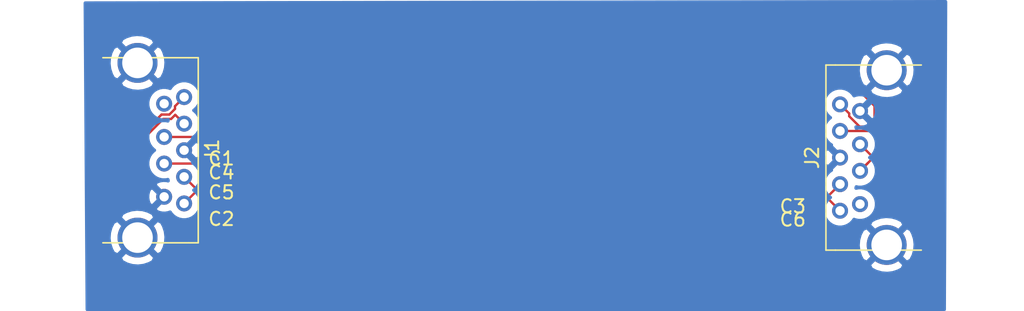
<source format=kicad_pcb>
(kicad_pcb (version 20171130) (host pcbnew 5.1.5-52549c5~86~ubuntu19.10.1)
  (layers (0 F.Cu signal) (1 Gnd.Cu power) (2 Pwr.Cu power) (31 B.Cu signal) (34 B.Paste user) (35 F.Paste user) (36 B.SilkS user) (37 F.SilkS user) (38 B.Mask user) (39 F.Mask user) (44 Edge.Cuts user))
  (net 0 "")
  (net 1 /DB_P)
  (net 2 /DA_P)
  (net 3 /TXB_P)
  (net 4 /RXA_P)
  (net 5 /TXA_P)
  (net 6 /DB_N)
  (net 7 /DA_N)
  (net 8 /TXB_N)
  (net 9 /RXA_N)
  (net 10 /TXA_N)
  (net 11 GND)
  (net 12 /VBUS)
  (net 13 /RXB_N)
  (net 14 /RXB_P)
  (module tom-connectors:USB3_A_Aliexpress (layer F.Cu) (at 174 107.7 90)
    (fp_text reference J2 (at 3.5 -3.6 90) (layer F.SilkS))
    (fp_text value USB3_A)
    (pad 10 thru_hole circle (at 10.07 2 90) (size 3 3) (drill 2.3) (layers *.Cu *.Mask) (net 11 GND))
    (pad 10 thru_hole circle (at -3.07 2 90) (size 3 3) (drill 2.3) (layers *.Cu *.Mask) (net 11 GND))
    (pad 9 thru_hole circle (at -0.5 -1.5 90) (size 1.2 1.2) (drill 0.7) (layers *.Cu *.Mask) (net 5 /TXA_P))
    (pad 8 thru_hole circle (at 1.5 -1.5 90) (size 1.2 1.2) (drill 0.7) (layers *.Cu *.Mask) (net 10 /TXA_N))
    (pad 7 thru_hole circle (at 3.5 -1.5 90) (size 1.2 1.2) (drill 0.7) (layers *.Cu *.Mask) (net 11 GND))
    (pad 6 thru_hole circle (at 5.5 -1.5 90) (size 1.2 1.2) (drill 0.7) (layers *.Cu *.Mask) (net 4 /RXA_P))
    (pad 5 thru_hole circle (at 7.5 -1.5 90) (size 1.2 1.2) (drill 0.7) (layers *.Cu *.Mask) (net 9 /RXA_N))
    (pad 4 thru_hole circle (at 7 0 90) (size 1.2 1.2) (drill 0.7) (layers *.Cu *.Mask) (net 11 GND))
    (pad 3 thru_hole circle (at 4.5 0 90) (size 1.2 1.2) (drill 0.7) (layers *.Cu *.Mask) (net 2 /DA_P))
    (pad 2 thru_hole circle (at 2.5 0 90) (size 1.2 1.2) (drill 0.7) (layers *.Cu *.Mask) (net 7 /DA_N))
    (pad 1 thru_hole circle (at 0 0 90) (size 1.2 1.2) (drill 0.7) (layers *.Cu *.Mask) (net 12 /VBUS))
  )
  (module tom-connectors:USB3_A_Aliexpress (layer F.Cu) (at 121.75 100.15 270)
    (fp_text reference J1 (at 3.5 -3.6 90) (layer F.SilkS))
    (fp_text value USB3_A)
    (pad 10 thru_hole circle (at 10.07 2 270) (size 3 3) (drill 2.3) (layers *.Cu *.Mask) (net 11 GND))
    (pad 10 thru_hole circle (at -3.07 2 270) (size 3 3) (drill 2.3) (layers *.Cu *.Mask) (net 11 GND))
    (pad 9 thru_hole circle (at -0.5 -1.5 270) (size 1.2 1.2) (drill 0.7) (layers *.Cu *.Mask) (net 14 /RXB_P))
    (pad 8 thru_hole circle (at 1.5 -1.5 270) (size 1.2 1.2) (drill 0.7) (layers *.Cu *.Mask) (net 13 /RXB_N))
    (pad 7 thru_hole circle (at 3.5 -1.5 270) (size 1.2 1.2) (drill 0.7) (layers *.Cu *.Mask) (net 11 GND))
    (pad 6 thru_hole circle (at 5.5 -1.5 270) (size 1.2 1.2) (drill 0.7) (layers *.Cu *.Mask) (net 3 /TXB_P))
    (pad 5 thru_hole circle (at 7.5 -1.5 270) (size 1.2 1.2) (drill 0.7) (layers *.Cu *.Mask) (net 8 /TXB_N))
    (pad 4 thru_hole circle (at 7 0 270) (size 1.2 1.2) (drill 0.7) (layers *.Cu *.Mask) (net 11 GND))
    (pad 3 thru_hole circle (at 4.5 0 270) (size 1.2 1.2) (drill 0.7) (layers *.Cu *.Mask) (net 1 /DB_P))
    (pad 2 thru_hole circle (at 2.5 0 270) (size 1.2 1.2) (drill 0.7) (layers *.Cu *.Mask) (net 6 /DB_N))
    (pad 1 thru_hole circle (at 0 0 270) (size 1.2 1.2) (drill 0.7) (layers *.Cu *.Mask) (net 12 /VBUS))
  )
  (module tom-passives:C_0402_1005Metric (layer F.Cu) (at 168.95 107.7 180)
    (fp_text reference C6 (at 0 -1.17) (layer F.SilkS))
    (fp_text value C)
    (pad 2 smd roundrect (at 0.485 0 180) (size 0.59 0.64) (layers F.Cu F.Paste F.Mask) (net 14 /RXB_P))
    (pad 1 smd roundrect (at -0.485 0 180) (size 0.59 0.64) (layers F.Cu F.Paste F.Mask) (net 5 /TXA_P))
  )
  (module tom-passives:C_0402_1005Metric (layer F.Cu) (at 126.05 105.65 180)
    (fp_text reference C5 (at 0 -1.17) (layer F.SilkS))
    (fp_text value C)
    (pad 2 smd roundrect (at 0.485 0 180) (size 0.59 0.64) (layers F.Cu F.Paste F.Mask) (net 3 /TXB_P))
    (pad 1 smd roundrect (at -0.485 0 180) (size 0.59 0.64) (layers F.Cu F.Paste F.Mask) (net 4 /RXA_P))
  )
  (module tom-passives:C_0402_1005Metric (layer F.Cu) (at 126.05 104.15 180)
    (fp_text reference C4 (at 0 -1.17) (layer F.SilkS))
    (fp_text value C)
    (pad 2 smd roundrect (at 0.485 0 180) (size 0.59 0.64) (layers F.Cu F.Paste F.Mask) (net 1 /DB_P))
    (pad 1 smd roundrect (at -0.485 0 180) (size 0.59 0.64) (layers F.Cu F.Paste F.Mask) (net 2 /DA_P))
  )
  (module tom-passives:C_0402_1005Metric (layer F.Cu) (at 168.95 106.7 180)
    (fp_text reference C3 (at 0 -1.17) (layer F.SilkS))
    (fp_text value C)
    (pad 2 smd roundrect (at 0.485 0 180) (size 0.59 0.64) (layers F.Cu F.Paste F.Mask) (net 13 /RXB_N))
    (pad 1 smd roundrect (at -0.485 0 180) (size 0.59 0.64) (layers F.Cu F.Paste F.Mask) (net 10 /TXA_N))
  )
  (module tom-passives:C_0402_1005Metric (layer F.Cu) (at 126.05 107.65 180)
    (fp_text reference C2 (at 0 -1.17) (layer F.SilkS))
    (fp_text value C)
    (pad 2 smd roundrect (at 0.485 0 180) (size 0.59 0.64) (layers F.Cu F.Paste F.Mask) (net 8 /TXB_N))
    (pad 1 smd roundrect (at -0.485 0 180) (size 0.59 0.64) (layers F.Cu F.Paste F.Mask) (net 9 /RXA_N))
  )
  (module tom-passives:C_0402_1005Metric (layer F.Cu) (at 126.05 103.1 180)
    (fp_text reference C1 (at 0 -1.17) (layer F.SilkS))
    (fp_text value C)
    (pad 2 smd roundrect (at 0.485 0 180) (size 0.59 0.64) (layers F.Cu F.Paste F.Mask) (net 6 /DB_N))
    (pad 1 smd roundrect (at -0.485 0 180) (size 0.59 0.64) (layers F.Cu F.Paste F.Mask) (net 7 /DA_N))
  )
  (segment (start 125.565 104.47) (end 125.565 104.15) (width 0.175006) (layer F.Cu) (net 1))
  (segment (start 125.385 104.65) (end 125.565 104.47) (width 0.175006) (layer F.Cu) (net 1))
  (segment (start 121.75 104.65) (end 125.385 104.65) (width 0.175006) (layer F.Cu) (net 1))
  (segment (start 137.085507 104.843103) (end 137.010551 104.768147) (width 0.175006) (layer F.Cu) (net 2))
  (segment (start 145.304279 103.741823) (end 145.214523 103.685426) (width 0.175006) (layer F.Cu) (net 2))
  (segment (start 137.912099 104.472999) (end 137.90023 104.578336) (width 0.175006) (layer F.Cu) (net 2))
  (segment (start 137.912099 102.806033) (end 137.912099 104.472999) (width 0.175006) (layer F.Cu) (net 2))
  (segment (start 138.126047 102.635414) (end 138.087105 102.631027) (width 0.175006) (layer F.Cu) (net 2))
  (segment (start 138.163037 102.648358) (end 138.126047 102.635414) (width 0.175006) (layer F.Cu) (net 2))
  (segment (start 138.196219 102.669207) (end 138.163037 102.648358) (width 0.175006) (layer F.Cu) (net 2))
  (segment (start 138.244779 102.7301) (end 138.22393 102.696918) (width 0.175006) (layer F.Cu) (net 2))
  (segment (start 138.257723 102.76709) (end 138.244779 102.7301) (width 0.175006) (layer F.Cu) (net 2))
  (segment (start 144.212898 104.946379) (end 144.154835 104.946379) (width 0.175006) (layer F.Cu) (net 2))
  (segment (start 138.262111 102.806033) (end 138.257723 102.76709) (width 0.175006) (layer F.Cu) (net 2))
  (segment (start 138.262111 104.472999) (end 138.262111 102.806033) (width 0.175006) (layer F.Cu) (net 2))
  (segment (start 138.273979 104.578336) (end 138.262111 104.472999) (width 0.175006) (layer F.Cu) (net 2))
  (segment (start 137.175263 104.8995) (end 137.085507 104.843103) (width 0.175006) (layer F.Cu) (net 2))
  (segment (start 137.808822 104.768147) (end 137.733866 104.843103) (width 0.175006) (layer F.Cu) (net 2))
  (segment (start 138.365387 104.768147) (end 138.30899 104.678391) (width 0.175006) (layer F.Cu) (net 2))
  (segment (start 135.514258 103.854595) (end 135.486547 103.826884) (width 0.175006) (layer F.Cu) (net 2))
  (segment (start 138.440343 104.843103) (end 138.365387 104.768147) (width 0.175006) (layer F.Cu) (net 2))
  (segment (start 135.535107 103.887777) (end 135.514258 103.854595) (width 0.175006) (layer F.Cu) (net 2))
  (segment (start 138.530099 104.8995) (end 138.440343 104.843103) (width 0.175006) (layer F.Cu) (net 2))
  (segment (start 135.564307 104.578336) (end 135.552439 104.472999) (width 0.175006) (layer F.Cu) (net 2))
  (segment (start 135.599318 104.678391) (end 135.564307 104.578336) (width 0.175006) (layer F.Cu) (net 2))
  (segment (start 138.998946 104.8995) (end 138.898891 104.934511) (width 0.175006) (layer F.Cu) (net 2))
  (segment (start 137.544055 104.934511) (end 137.438718 104.946379) (width 0.175006) (layer F.Cu) (net 2))
  (segment (start 135.820427 104.8995) (end 135.730671 104.843103) (width 0.175006) (layer F.Cu) (net 2))
  (segment (start 137.64411 104.8995) (end 137.544055 104.934511) (width 0.175006) (layer F.Cu) (net 2))
  (segment (start 143.664123 102.7301) (end 143.643274 102.696918) (width 0.175006) (layer F.Cu) (net 2))
  (segment (start 135.920482 104.934511) (end 135.820427 104.8995) (width 0.175006) (layer F.Cu) (net 2))
  (segment (start 136.889943 102.7301) (end 136.869094 102.696918) (width 0.175006) (layer F.Cu) (net 2))
  (segment (start 136.902887 102.76709) (end 136.889943 102.7301) (width 0.175006) (layer F.Cu) (net 2))
  (segment (start 136.907275 102.806033) (end 136.902887 102.76709) (width 0.175006) (layer F.Cu) (net 2))
  (segment (start 136.907275 104.472999) (end 136.907275 102.806033) (width 0.175006) (layer F.Cu) (net 2))
  (segment (start 136.919143 104.578336) (end 136.907275 104.472999) (width 0.175006) (layer F.Cu) (net 2))
  (segment (start 139.305115 102.696918) (end 139.284266 102.7301) (width 0.175006) (layer F.Cu) (net 2))
  (segment (start 139.332826 102.669207) (end 139.305115 102.696918) (width 0.175006) (layer F.Cu) (net 2))
  (segment (start 139.366008 102.648358) (end 139.332826 102.669207) (width 0.175006) (layer F.Cu) (net 2))
  (segment (start 139.402998 102.635414) (end 139.366008 102.648358) (width 0.175006) (layer F.Cu) (net 2))
  (segment (start 144.70361 102.7301) (end 144.690666 102.76709) (width 0.175006) (layer F.Cu) (net 2))
  (segment (start 139.480883 102.635414) (end 139.441941 102.631027) (width 0.175006) (layer F.Cu) (net 2))
  (segment (start 139.517873 102.648358) (end 139.480883 102.635414) (width 0.175006) (layer F.Cu) (net 2))
  (segment (start 139.663826 104.678391) (end 139.628815 104.578336) (width 0.175006) (layer F.Cu) (net 2))
  (segment (start 139.720223 104.768147) (end 139.663826 104.678391) (width 0.175006) (layer F.Cu) (net 2))
  (segment (start 144.583002 104.768147) (end 144.508046 104.843103) (width 0.175006) (layer F.Cu) (net 2))
  (segment (start 139.98499 104.934511) (end 139.884935 104.8995) (width 0.175006) (layer F.Cu) (net 2))
  (segment (start 140.518494 104.768147) (end 140.443538 104.843103) (width 0.175006) (layer F.Cu) (net 2))
  (segment (start 137.733866 104.843103) (end 137.64411 104.8995) (width 0.175006) (layer F.Cu) (net 2))
  (segment (start 138.087105 102.631027) (end 138.048162 102.635414) (width 0.175006) (layer F.Cu) (net 2))
  (segment (start 140.639102 102.7301) (end 140.626158 102.76709) (width 0.175006) (layer F.Cu) (net 2))
  (segment (start 142.260727 102.669207) (end 142.227545 102.648358) (width 0.175006) (layer F.Cu) (net 2))
  (segment (start 136.510383 104.678391) (end 136.453986 104.768147) (width 0.175006) (layer F.Cu) (net 2))
  (segment (start 140.659951 102.696918) (end 140.639102 102.7301) (width 0.175006) (layer F.Cu) (net 2))
  (segment (start 141.993938 102.7301) (end 141.980994 102.76709) (width 0.175006) (layer F.Cu) (net 2))
  (segment (start 145.404334 103.776834) (end 145.304279 103.741823) (width 0.175006) (layer F.Cu) (net 2))
  (segment (start 140.687662 102.669207) (end 140.659951 102.696918) (width 0.175006) (layer F.Cu) (net 2))
  (segment (start 140.720844 102.648358) (end 140.687662 102.669207) (width 0.175006) (layer F.Cu) (net 2))
  (segment (start 140.757834 102.635414) (end 140.720844 102.648358) (width 0.175006) (layer F.Cu) (net 2))
  (segment (start 140.835719 102.635414) (end 140.796777 102.631027) (width 0.175006) (layer F.Cu) (net 2))
  (segment (start 140.872709 102.648358) (end 140.835719 102.635414) (width 0.175006) (layer F.Cu) (net 2))
  (segment (start 140.933602 102.696918) (end 140.905891 102.669207) (width 0.175006) (layer F.Cu) (net 2))
  (segment (start 140.954451 102.7301) (end 140.933602 102.696918) (width 0.175006) (layer F.Cu) (net 2))
  (segment (start 140.967395 102.76709) (end 140.954451 102.7301) (width 0.175006) (layer F.Cu) (net 2))
  (segment (start 139.795179 104.843103) (end 139.720223 104.768147) (width 0.175006) (layer F.Cu) (net 2))
  (segment (start 140.971783 102.806033) (end 140.967395 102.76709) (width 0.175006) (layer F.Cu) (net 2))
  (segment (start 140.971783 104.472999) (end 140.971783 102.806033) (width 0.175006) (layer F.Cu) (net 2))
  (segment (start 145.139567 103.61047) (end 145.08317 103.520714) (width 0.175006) (layer F.Cu) (net 2))
  (segment (start 135.552439 104.472999) (end 135.552439 103.963709) (width 0.175006) (layer F.Cu) (net 2))
  (segment (start 141.018662 104.678391) (end 140.983651 104.578336) (width 0.175006) (layer F.Cu) (net 2))
  (segment (start 137.916486 102.76709) (end 137.912099 102.806033) (width 0.175006) (layer F.Cu) (net 2))
  (segment (start 144.049498 104.934511) (end 143.949443 104.8995) (width 0.175006) (layer F.Cu) (net 2))
  (segment (start 141.075059 104.768147) (end 141.018662 104.678391) (width 0.175006) (layer F.Cu) (net 2))
  (segment (start 137.92943 102.7301) (end 137.916486 102.76709) (width 0.175006) (layer F.Cu) (net 2))
  (segment (start 141.150015 104.843103) (end 141.075059 104.768147) (width 0.175006) (layer F.Cu) (net 2))
  (segment (start 143.228166 104.768147) (end 143.15321 104.843103) (width 0.175006) (layer F.Cu) (net 2))
  (segment (start 137.380655 104.946379) (end 137.275318 104.934511) (width 0.175006) (layer F.Cu) (net 2))
  (segment (start 143.582381 102.648358) (end 143.545391 102.635414) (width 0.175006) (layer F.Cu) (net 2))
  (segment (start 137.97799 102.669207) (end 137.950279 102.696918) (width 0.175006) (layer F.Cu) (net 2))
  (segment (start 141.239771 104.8995) (end 141.150015 104.843103) (width 0.175006) (layer F.Cu) (net 2))
  (segment (start 143.284563 104.678391) (end 143.228166 104.768147) (width 0.175006) (layer F.Cu) (net 2))
  (segment (start 137.438718 104.946379) (end 137.380655 104.946379) (width 0.175006) (layer F.Cu) (net 2))
  (segment (start 141.339826 104.934511) (end 141.239771 104.8995) (width 0.175006) (layer F.Cu) (net 2))
  (segment (start 143.319574 104.578336) (end 143.284563 104.678391) (width 0.175006) (layer F.Cu) (net 2))
  (segment (start 138.011172 102.648358) (end 137.97799 102.669207) (width 0.175006) (layer F.Cu) (net 2))
  (segment (start 144.900227 102.635414) (end 144.861285 102.631027) (width 0.175006) (layer F.Cu) (net 2))
  (segment (start 141.445163 104.946379) (end 141.339826 104.934511) (width 0.175006) (layer F.Cu) (net 2))
  (segment (start 139.284266 102.7301) (end 139.271322 102.76709) (width 0.175006) (layer F.Cu) (net 2))
  (segment (start 144.99811 102.696918) (end 144.970399 102.669207) (width 0.175006) (layer F.Cu) (net 2))
  (segment (start 137.90023 104.578336) (end 137.865219 104.678391) (width 0.175006) (layer F.Cu) (net 2))
  (segment (start 138.048162 102.635414) (end 138.011172 102.648358) (width 0.175006) (layer F.Cu) (net 2))
  (segment (start 138.793554 104.946379) (end 138.735491 104.946379) (width 0.175006) (layer F.Cu) (net 2))
  (segment (start 143.681455 104.472999) (end 143.681455 102.806033) (width 0.175006) (layer F.Cu) (net 2))
  (segment (start 143.545391 102.635414) (end 143.506449 102.631027) (width 0.175006) (layer F.Cu) (net 2))
  (segment (start 137.950279 102.696918) (end 137.92943 102.7301) (width 0.175006) (layer F.Cu) (net 2))
  (segment (start 140.090327 104.946379) (end 139.98499 104.934511) (width 0.175006) (layer F.Cu) (net 2))
  (segment (start 143.784731 104.768147) (end 143.728334 104.678391) (width 0.175006) (layer F.Cu) (net 2))
  (segment (start 143.859687 104.843103) (end 143.784731 104.768147) (width 0.175006) (layer F.Cu) (net 2))
  (segment (start 142.429895 104.768147) (end 142.373498 104.678391) (width 0.175006) (layer F.Cu) (net 2))
  (segment (start 144.724459 102.696918) (end 144.70361 102.7301) (width 0.175006) (layer F.Cu) (net 2))
  (segment (start 144.154835 104.946379) (end 144.049498 104.934511) (width 0.175006) (layer F.Cu) (net 2))
  (segment (start 143.949443 104.8995) (end 143.859687 104.843103) (width 0.175006) (layer F.Cu) (net 2))
  (segment (start 144.318235 104.934511) (end 144.212898 104.946379) (width 0.175006) (layer F.Cu) (net 2))
  (segment (start 141.503226 104.946379) (end 141.445163 104.946379) (width 0.175006) (layer F.Cu) (net 2))
  (segment (start 144.861285 102.631027) (end 144.822342 102.635414) (width 0.175006) (layer F.Cu) (net 2))
  (segment (start 142.326619 104.472999) (end 142.326619 102.806033) (width 0.175006) (layer F.Cu) (net 2))
  (segment (start 139.884935 104.8995) (end 139.795179 104.843103) (width 0.175006) (layer F.Cu) (net 2))
  (segment (start 144.508046 104.843103) (end 144.41829 104.8995) (width 0.175006) (layer F.Cu) (net 2))
  (segment (start 141.708618 104.8995) (end 141.608563 104.934511) (width 0.175006) (layer F.Cu) (net 2))
  (segment (start 142.227545 102.648358) (end 142.190555 102.635414) (width 0.175006) (layer F.Cu) (net 2))
  (segment (start 140.626158 102.76709) (end 140.621771 102.806033) (width 0.175006) (layer F.Cu) (net 2))
  (segment (start 136.453986 104.768147) (end 136.37903 104.843103) (width 0.175006) (layer F.Cu) (net 2))
  (segment (start 144.639399 104.678391) (end 144.583002 104.768147) (width 0.175006) (layer F.Cu) (net 2))
  (segment (start 143.506449 102.631027) (end 143.467506 102.635414) (width 0.175006) (layer F.Cu) (net 2))
  (segment (start 144.690666 102.76709) (end 144.686279 102.806033) (width 0.175006) (layer F.Cu) (net 2))
  (segment (start 144.785352 102.648358) (end 144.75217 102.669207) (width 0.175006) (layer F.Cu) (net 2))
  (segment (start 143.430516 102.648358) (end 143.397334 102.669207) (width 0.175006) (layer F.Cu) (net 2))
  (segment (start 164.542809 103.788703) (end 145.509671 103.788703) (width 0.175006) (layer F.Cu) (net 2))
  (segment (start 139.271322 102.76709) (end 139.266935 102.806033) (width 0.175006) (layer F.Cu) (net 2))
  (segment (start 144.75217 102.669207) (end 144.724459 102.696918) (width 0.175006) (layer F.Cu) (net 2))
  (segment (start 143.728334 104.678391) (end 143.693323 104.578336) (width 0.175006) (layer F.Cu) (net 2))
  (segment (start 142.288438 102.696918) (end 142.260727 102.669207) (width 0.175006) (layer F.Cu) (net 2))
  (segment (start 136.545394 104.578336) (end 136.510383 104.678391) (width 0.175006) (layer F.Cu) (net 2))
  (segment (start 145.048159 103.420659) (end 145.036291 103.315322) (width 0.175006) (layer F.Cu) (net 2))
  (segment (start 179.436297 101.882191) (end 179.436297 95.117809) (width 0.175006) (layer F.Cu) (net 2))
  (segment (start 143.467506 102.635414) (end 143.430516 102.648358) (width 0.175006) (layer F.Cu) (net 2))
  (segment (start 140.905891 102.669207) (end 140.872709 102.648358) (width 0.175006) (layer F.Cu) (net 2))
  (segment (start 145.214523 103.685426) (end 145.139567 103.61047) (width 0.175006) (layer F.Cu) (net 2))
  (segment (start 140.621771 104.472999) (end 140.609902 104.578336) (width 0.175006) (layer F.Cu) (net 2))
  (segment (start 136.841383 102.669207) (end 136.808201 102.648358) (width 0.175006) (layer F.Cu) (net 2))
  (segment (start 141.798374 104.843103) (end 141.708618 104.8995) (width 0.175006) (layer F.Cu) (net 2))
  (segment (start 136.869094 102.696918) (end 136.841383 102.669207) (width 0.175006) (layer F.Cu) (net 2))
  (segment (start 140.621771 102.806033) (end 140.621771 104.472999) (width 0.175006) (layer F.Cu) (net 2))
  (segment (start 142.190555 102.635414) (end 142.151613 102.631027) (width 0.175006) (layer F.Cu) (net 2))
  (segment (start 138.898891 104.934511) (end 138.793554 104.946379) (width 0.175006) (layer F.Cu) (net 2))
  (segment (start 143.693323 104.578336) (end 143.681455 104.472999) (width 0.175006) (layer F.Cu) (net 2))
  (segment (start 173.967809 94.363703) (end 164.542809 103.788703) (width 0.175006) (layer F.Cu) (net 2))
  (segment (start 137.010551 104.768147) (end 136.954154 104.678391) (width 0.175006) (layer F.Cu) (net 2))
  (segment (start 138.630154 104.934511) (end 138.530099 104.8995) (width 0.175006) (layer F.Cu) (net 2))
  (segment (start 145.509671 103.788703) (end 145.404334 103.776834) (width 0.175006) (layer F.Cu) (net 2))
  (segment (start 178.682191 94.363703) (end 173.967809 94.363703) (width 0.175006) (layer F.Cu) (net 2))
  (segment (start 142.151613 102.631027) (end 142.11267 102.635414) (width 0.175006) (layer F.Cu) (net 2))
  (segment (start 139.616947 104.472999) (end 139.616947 102.806033) (width 0.175006) (layer F.Cu) (net 2))
  (segment (start 138.30899 104.678391) (end 138.273979 104.578336) (width 0.175006) (layer F.Cu) (net 2))
  (segment (start 137.275318 104.934511) (end 137.175263 104.8995) (width 0.175006) (layer F.Cu) (net 2))
  (segment (start 137.865219 104.678391) (end 137.808822 104.768147) (width 0.175006) (layer F.Cu) (net 2))
  (segment (start 143.33583 102.76709) (end 143.331443 102.806033) (width 0.175006) (layer F.Cu) (net 2))
  (segment (start 140.983651 104.578336) (end 140.971783 104.472999) (width 0.175006) (layer F.Cu) (net 2))
  (segment (start 177.282191 104.036297) (end 179.436297 101.882191) (width 0.175006) (layer F.Cu) (net 2))
  (segment (start 145.08317 103.520714) (end 145.048159 103.420659) (width 0.175006) (layer F.Cu) (net 2))
  (segment (start 140.796777 102.631027) (end 140.757834 102.635414) (width 0.175006) (layer F.Cu) (net 2))
  (segment (start 144.970399 102.669207) (end 144.937217 102.648358) (width 0.175006) (layer F.Cu) (net 2))
  (segment (start 143.331443 104.472999) (end 143.319574 104.578336) (width 0.175006) (layer F.Cu) (net 2))
  (segment (start 145.036291 103.315322) (end 145.036291 102.806033) (width 0.175006) (layer F.Cu) (net 2))
  (segment (start 139.441941 102.631027) (end 139.402998 102.635414) (width 0.175006) (layer F.Cu) (net 2))
  (segment (start 144.67441 104.578336) (end 144.639399 104.678391) (width 0.175006) (layer F.Cu) (net 2))
  (segment (start 141.87333 104.768147) (end 141.798374 104.843103) (width 0.175006) (layer F.Cu) (net 2))
  (segment (start 144.937217 102.648358) (end 144.900227 102.635414) (width 0.175006) (layer F.Cu) (net 2))
  (segment (start 142.963399 104.934511) (end 142.858062 104.946379) (width 0.175006) (layer F.Cu) (net 2))
  (segment (start 138.735491 104.946379) (end 138.630154 104.934511) (width 0.175006) (layer F.Cu) (net 2))
  (segment (start 143.681455 102.806033) (end 143.677067 102.76709) (width 0.175006) (layer F.Cu) (net 2))
  (segment (start 143.677067 102.76709) (end 143.664123 102.7301) (width 0.175006) (layer F.Cu) (net 2))
  (segment (start 140.353782 104.8995) (end 140.253727 104.934511) (width 0.175006) (layer F.Cu) (net 2))
  (segment (start 143.397334 102.669207) (end 143.369623 102.696918) (width 0.175006) (layer F.Cu) (net 2))
  (segment (start 135.377433 103.788703) (end 126.896297 103.788703) (width 0.175006) (layer F.Cu) (net 2))
  (segment (start 140.253727 104.934511) (end 140.14839 104.946379) (width 0.175006) (layer F.Cu) (net 2))
  (segment (start 143.369623 102.696918) (end 143.348774 102.7301) (width 0.175006) (layer F.Cu) (net 2))
  (segment (start 143.348774 102.7301) (end 143.33583 102.76709) (width 0.175006) (layer F.Cu) (net 2))
  (segment (start 143.331443 102.806033) (end 143.331443 104.472999) (width 0.175006) (layer F.Cu) (net 2))
  (segment (start 145.018959 102.7301) (end 144.99811 102.696918) (width 0.175006) (layer F.Cu) (net 2))
  (segment (start 142.014787 102.696918) (end 141.993938 102.7301) (width 0.175006) (layer F.Cu) (net 2))
  (segment (start 139.088702 104.843103) (end 138.998946 104.8995) (width 0.175006) (layer F.Cu) (net 2))
  (segment (start 139.628815 104.578336) (end 139.616947 104.472999) (width 0.175006) (layer F.Cu) (net 2))
  (segment (start 143.15321 104.843103) (end 143.063454 104.8995) (width 0.175006) (layer F.Cu) (net 2))
  (segment (start 143.063454 104.8995) (end 142.963399 104.934511) (width 0.175006) (layer F.Cu) (net 2))
  (segment (start 139.616947 102.806033) (end 139.612559 102.76709) (width 0.175006) (layer F.Cu) (net 2))
  (segment (start 174 103.2) (end 174.836297 104.036297) (width 0.175006) (layer F.Cu) (net 2))
  (segment (start 144.686279 102.806033) (end 144.686279 104.472999) (width 0.175006) (layer F.Cu) (net 2))
  (segment (start 142.11267 102.635414) (end 142.07568 102.648358) (width 0.175006) (layer F.Cu) (net 2))
  (segment (start 139.612559 102.76709) (end 139.599615 102.7301) (width 0.175006) (layer F.Cu) (net 2))
  (segment (start 142.858062 104.946379) (end 142.799999 104.946379) (width 0.175006) (layer F.Cu) (net 2))
  (segment (start 142.799999 104.946379) (end 142.694662 104.934511) (width 0.175006) (layer F.Cu) (net 2))
  (segment (start 144.822342 102.635414) (end 144.785352 102.648358) (width 0.175006) (layer F.Cu) (net 2))
  (segment (start 142.694662 104.934511) (end 142.594607 104.8995) (width 0.175006) (layer F.Cu) (net 2))
  (segment (start 140.574891 104.678391) (end 140.518494 104.768147) (width 0.175006) (layer F.Cu) (net 2))
  (segment (start 136.771211 102.635414) (end 136.732269 102.631027) (width 0.175006) (layer F.Cu) (net 2))
  (segment (start 142.594607 104.8995) (end 142.504851 104.843103) (width 0.175006) (layer F.Cu) (net 2))
  (segment (start 136.732269 102.631027) (end 136.693326 102.635414) (width 0.175006) (layer F.Cu) (net 2))
  (segment (start 142.504851 104.843103) (end 142.429895 104.768147) (width 0.175006) (layer F.Cu) (net 2))
  (segment (start 142.373498 104.678391) (end 142.338487 104.578336) (width 0.175006) (layer F.Cu) (net 2))
  (segment (start 136.623154 102.669207) (end 136.595443 102.696918) (width 0.175006) (layer F.Cu) (net 2))
  (segment (start 142.338487 104.578336) (end 142.326619 104.472999) (width 0.175006) (layer F.Cu) (net 2))
  (segment (start 136.595443 102.696918) (end 136.574594 102.7301) (width 0.175006) (layer F.Cu) (net 2))
  (segment (start 142.326619 102.806033) (end 142.322231 102.76709) (width 0.175006) (layer F.Cu) (net 2))
  (segment (start 142.322231 102.76709) (end 142.309287 102.7301) (width 0.175006) (layer F.Cu) (net 2))
  (segment (start 138.22393 102.696918) (end 138.196219 102.669207) (width 0.175006) (layer F.Cu) (net 2))
  (segment (start 142.309287 102.7301) (end 142.288438 102.696918) (width 0.175006) (layer F.Cu) (net 2))
  (segment (start 141.608563 104.934511) (end 141.503226 104.946379) (width 0.175006) (layer F.Cu) (net 2))
  (segment (start 136.954154 104.678391) (end 136.919143 104.578336) (width 0.175006) (layer F.Cu) (net 2))
  (segment (start 140.609902 104.578336) (end 140.574891 104.678391) (width 0.175006) (layer F.Cu) (net 2))
  (segment (start 136.808201 102.648358) (end 136.771211 102.635414) (width 0.175006) (layer F.Cu) (net 2))
  (segment (start 140.443538 104.843103) (end 140.353782 104.8995) (width 0.175006) (layer F.Cu) (net 2))
  (segment (start 136.693326 102.635414) (end 136.656336 102.648358) (width 0.175006) (layer F.Cu) (net 2))
  (segment (start 136.656336 102.648358) (end 136.623154 102.669207) (width 0.175006) (layer F.Cu) (net 2))
  (segment (start 136.574594 102.7301) (end 136.56165 102.76709) (width 0.175006) (layer F.Cu) (net 2))
  (segment (start 136.56165 102.76709) (end 136.557263 102.806033) (width 0.175006) (layer F.Cu) (net 2))
  (segment (start 136.557263 102.806033) (end 136.557263 104.472999) (width 0.175006) (layer F.Cu) (net 2))
  (segment (start 136.557263 104.472999) (end 136.545394 104.578336) (width 0.175006) (layer F.Cu) (net 2))
  (segment (start 144.686279 104.472999) (end 144.67441 104.578336) (width 0.175006) (layer F.Cu) (net 2))
  (segment (start 136.37903 104.843103) (end 136.289274 104.8995) (width 0.175006) (layer F.Cu) (net 2))
  (segment (start 136.289274 104.8995) (end 136.189219 104.934511) (width 0.175006) (layer F.Cu) (net 2))
  (segment (start 136.189219 104.934511) (end 136.083882 104.946379) (width 0.175006) (layer F.Cu) (net 2))
  (segment (start 145.036291 102.806033) (end 145.031903 102.76709) (width 0.175006) (layer F.Cu) (net 2))
  (segment (start 136.083882 104.946379) (end 136.025819 104.946379) (width 0.175006) (layer F.Cu) (net 2))
  (segment (start 136.025819 104.946379) (end 135.920482 104.934511) (width 0.175006) (layer F.Cu) (net 2))
  (segment (start 135.730671 104.843103) (end 135.655715 104.768147) (width 0.175006) (layer F.Cu) (net 2))
  (segment (start 135.655715 104.768147) (end 135.599318 104.678391) (width 0.175006) (layer F.Cu) (net 2))
  (segment (start 135.552439 103.963709) (end 135.548051 103.924767) (width 0.175006) (layer F.Cu) (net 2))
  (segment (start 135.548051 103.924767) (end 135.535107 103.887777) (width 0.175006) (layer F.Cu) (net 2))
  (segment (start 135.486547 103.826884) (end 135.453365 103.806035) (width 0.175006) (layer F.Cu) (net 2))
  (segment (start 135.453365 103.806035) (end 135.416375 103.793091) (width 0.175006) (layer F.Cu) (net 2))
  (segment (start 135.416375 103.793091) (end 135.377433 103.788703) (width 0.175006) (layer F.Cu) (net 2))
  (segment (start 141.976607 102.806033) (end 141.976607 104.472999) (width 0.175006) (layer F.Cu) (net 2))
  (segment (start 141.964738 104.578336) (end 141.929727 104.678391) (width 0.175006) (layer F.Cu) (net 2))
  (segment (start 141.929727 104.678391) (end 141.87333 104.768147) (width 0.175006) (layer F.Cu) (net 2))
  (segment (start 144.41829 104.8995) (end 144.318235 104.934511) (width 0.175006) (layer F.Cu) (net 2))
  (segment (start 126.896297 103.788703) (end 126.535 104.15) (width 0.175006) (layer F.Cu) (net 2))
  (segment (start 143.643274 102.696918) (end 143.615563 102.669207) (width 0.175006) (layer F.Cu) (net 2))
  (segment (start 143.615563 102.669207) (end 143.582381 102.648358) (width 0.175006) (layer F.Cu) (net 2))
  (segment (start 174.836297 104.036297) (end 177.282191 104.036297) (width 0.175006) (layer F.Cu) (net 2))
  (segment (start 140.14839 104.946379) (end 140.090327 104.946379) (width 0.175006) (layer F.Cu) (net 2))
  (segment (start 145.031903 102.76709) (end 145.018959 102.7301) (width 0.175006) (layer F.Cu) (net 2))
  (segment (start 142.07568 102.648358) (end 142.042498 102.669207) (width 0.175006) (layer F.Cu) (net 2))
  (segment (start 139.599615 102.7301) (end 139.578766 102.696918) (width 0.175006) (layer F.Cu) (net 2))
  (segment (start 139.578766 102.696918) (end 139.551055 102.669207) (width 0.175006) (layer F.Cu) (net 2))
  (segment (start 142.042498 102.669207) (end 142.014787 102.696918) (width 0.175006) (layer F.Cu) (net 2))
  (segment (start 141.980994 102.76709) (end 141.976607 102.806033) (width 0.175006) (layer F.Cu) (net 2))
  (segment (start 179.436297 95.117809) (end 178.682191 94.363703) (width 0.175006) (layer F.Cu) (net 2))
  (segment (start 141.976607 104.472999) (end 141.964738 104.578336) (width 0.175006) (layer F.Cu) (net 2))
  (segment (start 139.266935 102.806033) (end 139.266935 104.472999) (width 0.175006) (layer F.Cu) (net 2))
  (segment (start 139.266935 104.472999) (end 139.255066 104.578336) (width 0.175006) (layer F.Cu) (net 2))
  (segment (start 139.255066 104.578336) (end 139.220055 104.678391) (width 0.175006) (layer F.Cu) (net 2))
  (segment (start 139.220055 104.678391) (end 139.163658 104.768147) (width 0.175006) (layer F.Cu) (net 2))
  (segment (start 139.163658 104.768147) (end 139.088702 104.843103) (width 0.175006) (layer F.Cu) (net 2))
  (segment (start 139.551055 102.669207) (end 139.517873 102.648358) (width 0.175006) (layer F.Cu) (net 2))
  (segment (start 124.086297 106.486297) (end 124.728703 106.486297) (width 0.175006) (layer F.Cu) (net 3))
  (segment (start 123.25 105.65) (end 124.086297 106.486297) (width 0.175006) (layer F.Cu) (net 3))
  (segment (start 124.728703 106.486297) (end 125.565 105.65) (width 0.175006) (layer F.Cu) (net 3))
  (segment (start 127.371297 106.486297) (end 126.535 105.65) (width 0.175006) (layer F.Cu) (net 4))
  (segment (start 137.199449 106.481909) (end 137.160507 106.486297) (width 0.175006) (layer F.Cu) (net 4))
  (segment (start 137.236439 106.468965) (end 137.199449 106.481909) (width 0.175006) (layer F.Cu) (net 4))
  (segment (start 137.297332 106.420405) (end 137.269621 106.448116) (width 0.175006) (layer F.Cu) (net 4))
  (segment (start 137.318181 106.387223) (end 137.297332 106.420405) (width 0.175006) (layer F.Cu) (net 4))
  (segment (start 137.331125 106.350233) (end 137.318181 106.387223) (width 0.175006) (layer F.Cu) (net 4))
  (segment (start 137.335513 106.311291) (end 137.331125 106.350233) (width 0.175006) (layer F.Cu) (net 4))
  (segment (start 137.335513 105.81597) (end 137.335513 106.311291) (width 0.175006) (layer F.Cu) (net 4))
  (segment (start 137.347381 105.710633) (end 137.335513 105.81597) (width 0.175006) (layer F.Cu) (net 4))
  (segment (start 137.438789 105.520822) (end 137.382392 105.610578) (width 0.175006) (layer F.Cu) (net 4))
  (segment (start 137.513745 105.445866) (end 137.438789 105.520822) (width 0.175006) (layer F.Cu) (net 4))
  (segment (start 137.603501 105.389469) (end 137.513745 105.445866) (width 0.175006) (layer F.Cu) (net 4))
  (segment (start 137.808893 105.34259) (end 137.703556 105.354458) (width 0.175006) (layer F.Cu) (net 4))
  (segment (start 137.866956 105.34259) (end 137.808893 105.34259) (width 0.175006) (layer F.Cu) (net 4))
  (segment (start 137.972293 105.354458) (end 137.866956 105.34259) (width 0.175006) (layer F.Cu) (net 4))
  (segment (start 138.072348 105.389469) (end 137.972293 105.354458) (width 0.175006) (layer F.Cu) (net 4))
  (segment (start 138.162104 105.445866) (end 138.072348 105.389469) (width 0.175006) (layer F.Cu) (net 4))
  (segment (start 138.378517 107.564113) (end 138.357668 107.530931) (width 0.175006) (layer F.Cu) (net 4))
  (segment (start 138.406228 107.591824) (end 138.378517 107.564113) (width 0.175006) (layer F.Cu) (net 4))
  (segment (start 138.43941 107.612673) (end 138.406228 107.591824) (width 0.175006) (layer F.Cu) (net 4))
  (segment (start 138.4764 107.625617) (end 138.43941 107.612673) (width 0.175006) (layer F.Cu) (net 4))
  (segment (start 138.515343 107.630004) (end 138.4764 107.625617) (width 0.175006) (layer F.Cu) (net 4))
  (segment (start 138.554285 107.625617) (end 138.515343 107.630004) (width 0.175006) (layer F.Cu) (net 4))
  (segment (start 138.591275 107.612673) (end 138.554285 107.625617) (width 0.175006) (layer F.Cu) (net 4))
  (segment (start 138.624457 107.591824) (end 138.591275 107.612673) (width 0.175006) (layer F.Cu) (net 4))
  (segment (start 138.673017 107.530931) (end 138.652168 107.564113) (width 0.175006) (layer F.Cu) (net 4))
  (segment (start 138.685961 107.493941) (end 138.673017 107.530931) (width 0.175006) (layer F.Cu) (net 4))
  (segment (start 138.690349 107.454998) (end 138.685961 107.493941) (width 0.175006) (layer F.Cu) (net 4))
  (segment (start 138.690349 105.81597) (end 138.690349 107.454998) (width 0.175006) (layer F.Cu) (net 4))
  (segment (start 138.868581 105.445866) (end 138.793625 105.520822) (width 0.175006) (layer F.Cu) (net 4))
  (segment (start 139.058392 105.354458) (end 138.958337 105.389469) (width 0.175006) (layer F.Cu) (net 4))
  (segment (start 139.163729 105.34259) (end 139.058392 105.354458) (width 0.175006) (layer F.Cu) (net 4))
  (segment (start 139.221792 105.34259) (end 139.163729 105.34259) (width 0.175006) (layer F.Cu) (net 4))
  (segment (start 139.327129 105.354458) (end 139.221792 105.34259) (width 0.175006) (layer F.Cu) (net 4))
  (segment (start 139.427184 105.389469) (end 139.327129 105.354458) (width 0.175006) (layer F.Cu) (net 4))
  (segment (start 139.51694 105.445866) (end 139.427184 105.389469) (width 0.175006) (layer F.Cu) (net 4))
  (segment (start 139.648293 105.610578) (end 139.591896 105.520822) (width 0.175006) (layer F.Cu) (net 4))
  (segment (start 139.683304 105.710633) (end 139.648293 105.610578) (width 0.175006) (layer F.Cu) (net 4))
  (segment (start 139.695173 105.81597) (end 139.683304 105.710633) (width 0.175006) (layer F.Cu) (net 4))
  (segment (start 139.695173 107.454998) (end 139.695173 105.81597) (width 0.175006) (layer F.Cu) (net 4))
  (segment (start 139.69956 107.493941) (end 139.695173 107.454998) (width 0.175006) (layer F.Cu) (net 4))
  (segment (start 139.712504 107.530931) (end 139.69956 107.493941) (width 0.175006) (layer F.Cu) (net 4))
  (segment (start 139.733353 107.564113) (end 139.712504 107.530931) (width 0.175006) (layer F.Cu) (net 4))
  (segment (start 139.761064 107.591824) (end 139.733353 107.564113) (width 0.175006) (layer F.Cu) (net 4))
  (segment (start 139.794246 107.612673) (end 139.761064 107.591824) (width 0.175006) (layer F.Cu) (net 4))
  (segment (start 139.870179 107.630004) (end 139.831236 107.625617) (width 0.175006) (layer F.Cu) (net 4))
  (segment (start 139.909121 107.625617) (end 139.870179 107.630004) (width 0.175006) (layer F.Cu) (net 4))
  (segment (start 140.007004 107.564113) (end 139.979293 107.591824) (width 0.175006) (layer F.Cu) (net 4))
  (segment (start 140.027853 107.530931) (end 140.007004 107.564113) (width 0.175006) (layer F.Cu) (net 4))
  (segment (start 140.148461 105.520822) (end 140.092064 105.610578) (width 0.175006) (layer F.Cu) (net 4))
  (segment (start 140.576628 105.34259) (end 140.518565 105.34259) (width 0.175006) (layer F.Cu) (net 4))
  (segment (start 140.681965 105.354458) (end 140.576628 105.34259) (width 0.175006) (layer F.Cu) (net 4))
  (segment (start 140.78202 105.389469) (end 140.681965 105.354458) (width 0.175006) (layer F.Cu) (net 4))
  (segment (start 140.946732 105.520822) (end 140.871776 105.445866) (width 0.175006) (layer F.Cu) (net 4))
  (segment (start 141.003129 105.610578) (end 140.946732 105.520822) (width 0.175006) (layer F.Cu) (net 4))
  (segment (start 141.03814 105.710633) (end 141.003129 105.610578) (width 0.175006) (layer F.Cu) (net 4))
  (segment (start 141.050009 105.81597) (end 141.03814 105.710633) (width 0.175006) (layer F.Cu) (net 4))
  (segment (start 141.225015 107.630004) (end 141.186072 107.625617) (width 0.175006) (layer F.Cu) (net 4))
  (segment (start 141.382689 107.530931) (end 141.36184 107.564113) (width 0.175006) (layer F.Cu) (net 4))
  (segment (start 141.411889 105.710633) (end 141.400021 105.81597) (width 0.175006) (layer F.Cu) (net 4))
  (segment (start 141.4469 105.610578) (end 141.411889 105.710633) (width 0.175006) (layer F.Cu) (net 4))
  (segment (start 139.979293 107.591824) (end 139.946111 107.612673) (width 0.175006) (layer F.Cu) (net 4))
  (segment (start 141.578253 105.445866) (end 141.503297 105.520822) (width 0.175006) (layer F.Cu) (net 4))
  (segment (start 141.668009 105.389469) (end 141.578253 105.445866) (width 0.175006) (layer F.Cu) (net 4))
  (segment (start 141.768064 105.354458) (end 141.668009 105.389469) (width 0.175006) (layer F.Cu) (net 4))
  (segment (start 140.040797 107.493941) (end 140.027853 107.530931) (width 0.175006) (layer F.Cu) (net 4))
  (segment (start 141.873401 105.34259) (end 141.768064 105.354458) (width 0.175006) (layer F.Cu) (net 4))
  (segment (start 140.045185 107.454998) (end 140.040797 107.493941) (width 0.175006) (layer F.Cu) (net 4))
  (segment (start 141.931464 105.34259) (end 141.873401 105.34259) (width 0.175006) (layer F.Cu) (net 4))
  (segment (start 140.057053 105.710633) (end 140.045185 105.81597) (width 0.175006) (layer F.Cu) (net 4))
  (segment (start 142.136856 105.389469) (end 142.036801 105.354458) (width 0.175006) (layer F.Cu) (net 4))
  (segment (start 140.092064 105.610578) (end 140.057053 105.710633) (width 0.175006) (layer F.Cu) (net 4))
  (segment (start 142.226612 105.445866) (end 142.136856 105.389469) (width 0.175006) (layer F.Cu) (net 4))
  (segment (start 142.301568 105.520822) (end 142.226612 105.445866) (width 0.175006) (layer F.Cu) (net 4))
  (segment (start 142.422176 107.530931) (end 142.409232 107.493941) (width 0.175006) (layer F.Cu) (net 4))
  (segment (start 142.540908 107.625617) (end 142.503918 107.612673) (width 0.175006) (layer F.Cu) (net 4))
  (segment (start 142.716676 107.564113) (end 142.688965 107.591824) (width 0.175006) (layer F.Cu) (net 4))
  (segment (start 142.737525 107.530931) (end 142.716676 107.564113) (width 0.175006) (layer F.Cu) (net 4))
  (segment (start 138.293457 105.610578) (end 138.23706 105.520822) (width 0.175006) (layer F.Cu) (net 4))
  (segment (start 142.754857 107.454998) (end 142.750469 107.493941) (width 0.175006) (layer F.Cu) (net 4))
  (segment (start 143.1229 105.354458) (end 143.022845 105.389469) (width 0.175006) (layer F.Cu) (net 4))
  (segment (start 143.491692 105.389469) (end 143.391637 105.354458) (width 0.175006) (layer F.Cu) (net 4))
  (segment (start 140.871776 105.445866) (end 140.78202 105.389469) (width 0.175006) (layer F.Cu) (net 4))
  (segment (start 143.656404 105.520822) (end 143.581448 105.445866) (width 0.175006) (layer F.Cu) (net 4))
  (segment (start 143.712801 105.610578) (end 143.656404 105.520822) (width 0.175006) (layer F.Cu) (net 4))
  (segment (start 148.174201 107.454998) (end 148.169813 107.493941) (width 0.175006) (layer F.Cu) (net 4))
  (segment (start 151.710464 105.445866) (end 151.620708 105.389469) (width 0.175006) (layer F.Cu) (net 4))
  (segment (start 148.352433 105.445866) (end 148.277477 105.520822) (width 0.175006) (layer F.Cu) (net 4))
  (segment (start 141.06734 107.530931) (end 141.054396 107.493941) (width 0.175006) (layer F.Cu) (net 4))
  (segment (start 149.000792 105.445866) (end 148.911036 105.389469) (width 0.175006) (layer F.Cu) (net 4))
  (segment (start 146.997597 105.445866) (end 146.922641 105.520822) (width 0.175006) (layer F.Cu) (net 4))
  (segment (start 141.1159 107.591824) (end 141.088189 107.564113) (width 0.175006) (layer F.Cu) (net 4))
  (segment (start 149.179025 105.81597) (end 149.167156 105.710633) (width 0.175006) (layer F.Cu) (net 4))
  (segment (start 141.149082 107.612673) (end 141.1159 107.591824) (width 0.175006) (layer F.Cu) (net 4))
  (segment (start 149.183412 107.493941) (end 149.179025 107.454998) (width 0.175006) (layer F.Cu) (net 4))
  (segment (start 149.354031 107.630004) (end 149.315088 107.625617) (width 0.175006) (layer F.Cu) (net 4))
  (segment (start 149.132145 105.610578) (end 149.075748 105.520822) (width 0.175006) (layer F.Cu) (net 4))
  (segment (start 138.702217 105.710633) (end 138.690349 105.81597) (width 0.175006) (layer F.Cu) (net 4))
  (segment (start 149.511705 107.530931) (end 149.490856 107.564113) (width 0.175006) (layer F.Cu) (net 4))
  (segment (start 149.529037 105.81597) (end 149.529037 107.454998) (width 0.175006) (layer F.Cu) (net 4))
  (segment (start 149.575916 105.610578) (end 149.540905 105.710633) (width 0.175006) (layer F.Cu) (net 4))
  (segment (start 147.456145 105.354458) (end 147.350808 105.34259) (width 0.175006) (layer F.Cu) (net 4))
  (segment (start 149.797025 105.389469) (end 149.707269 105.445866) (width 0.175006) (layer F.Cu) (net 4))
  (segment (start 146.922641 105.520822) (end 146.866244 105.610578) (width 0.175006) (layer F.Cu) (net 4))
  (segment (start 148.277477 105.520822) (end 148.22108 105.610578) (width 0.175006) (layer F.Cu) (net 4))
  (segment (start 138.958337 105.389469) (end 138.868581 105.445866) (width 0.175006) (layer F.Cu) (net 4))
  (segment (start 151.98777 106.468965) (end 151.954588 106.448116) (width 0.175006) (layer F.Cu) (net 4))
  (segment (start 144.105305 107.493941) (end 144.092361 107.530931) (width 0.175006) (layer F.Cu) (net 4))
  (segment (start 150.265872 105.389469) (end 150.165817 105.354458) (width 0.175006) (layer F.Cu) (net 4))
  (segment (start 148.169813 107.493941) (end 148.156869 107.530931) (width 0.175006) (layer F.Cu) (net 4))
  (segment (start 149.429963 107.612673) (end 149.392973 107.625617) (width 0.175006) (layer F.Cu) (net 4))
  (segment (start 151.888697 105.81597) (end 151.876828 105.710633) (width 0.175006) (layer F.Cu) (net 4))
  (segment (start 139.831236 107.625617) (end 139.794246 107.612673) (width 0.175006) (layer F.Cu) (net 4))
  (segment (start 149.490856 107.564113) (end 149.463145 107.591824) (width 0.175006) (layer F.Cu) (net 4))
  (segment (start 148.156869 107.530931) (end 148.13602 107.564113) (width 0.175006) (layer F.Cu) (net 4))
  (segment (start 150.06048 105.34259) (end 150.002417 105.34259) (width 0.175006) (layer F.Cu) (net 4))
  (segment (start 140.413228 105.354458) (end 140.313173 105.389469) (width 0.175006) (layer F.Cu) (net 4))
  (segment (start 142.404845 105.81597) (end 142.392976 105.710633) (width 0.175006) (layer F.Cu) (net 4))
  (segment (start 146.201364 105.389469) (end 146.101309 105.354458) (width 0.175006) (layer F.Cu) (net 4))
  (segment (start 138.23706 105.520822) (end 138.162104 105.445866) (width 0.175006) (layer F.Cu) (net 4))
  (segment (start 142.750469 107.493941) (end 142.737525 107.530931) (width 0.175006) (layer F.Cu) (net 4))
  (segment (start 150.486981 105.610578) (end 150.430584 105.520822) (width 0.175006) (layer F.Cu) (net 4))
  (segment (start 140.045185 105.81597) (end 140.045185 107.454998) (width 0.175006) (layer F.Cu) (net 4))
  (segment (start 142.036801 105.354458) (end 141.931464 105.34259) (width 0.175006) (layer F.Cu) (net 4))
  (segment (start 150.521992 105.710633) (end 150.486981 105.610578) (width 0.175006) (layer F.Cu) (net 4))
  (segment (start 147.187408 105.354458) (end 147.087353 105.389469) (width 0.175006) (layer F.Cu) (net 4))
  (segment (start 142.858133 105.520822) (end 142.801736 105.610578) (width 0.175006) (layer F.Cu) (net 4))
  (segment (start 149.167156 105.710633) (end 149.132145 105.610578) (width 0.175006) (layer F.Cu) (net 4))
  (segment (start 142.688965 107.591824) (end 142.655783 107.612673) (width 0.175006) (layer F.Cu) (net 4))
  (segment (start 146.568426 107.612673) (end 146.535244 107.591824) (width 0.175006) (layer F.Cu) (net 4))
  (segment (start 149.244916 107.591824) (end 149.217205 107.564113) (width 0.175006) (layer F.Cu) (net 4))
  (segment (start 143.973629 107.625617) (end 143.934687 107.630004) (width 0.175006) (layer F.Cu) (net 4))
  (segment (start 141.088189 107.564113) (end 141.06734 107.530931) (width 0.175006) (layer F.Cu) (net 4))
  (segment (start 151.415316 105.34259) (end 151.357253 105.34259) (width 0.175006) (layer F.Cu) (net 4))
  (segment (start 137.269621 106.448116) (end 137.236439 106.468965) (width 0.175006) (layer F.Cu) (net 4))
  (segment (start 151.620708 105.389469) (end 151.520653 105.354458) (width 0.175006) (layer F.Cu) (net 4))
  (segment (start 143.777012 107.530931) (end 143.764068 107.493941) (width 0.175006) (layer F.Cu) (net 4))
  (segment (start 151.893084 106.350233) (end 151.888697 106.311291) (width 0.175006) (layer F.Cu) (net 4))
  (segment (start 141.050009 107.454998) (end 141.050009 105.81597) (width 0.175006) (layer F.Cu) (net 4))
  (segment (start 148.647581 105.34259) (end 148.542244 105.354458) (width 0.175006) (layer F.Cu) (net 4))
  (segment (start 148.174201 105.81597) (end 148.174201 107.454998) (width 0.175006) (layer F.Cu) (net 4))
  (segment (start 146.605416 107.625617) (end 146.568426 107.612673) (width 0.175006) (layer F.Cu) (net 4))
  (segment (start 150.430584 105.520822) (end 150.355628 105.445866) (width 0.175006) (layer F.Cu) (net 4))
  (segment (start 146.802033 107.530931) (end 146.781184 107.564113) (width 0.175006) (layer F.Cu) (net 4))
  (segment (start 138.328468 105.710633) (end 138.293457 105.610578) (width 0.175006) (layer F.Cu) (net 4))
  (segment (start 142.754857 105.81597) (end 142.754857 107.454998) (width 0.175006) (layer F.Cu) (net 4))
  (segment (start 148.705644 105.34259) (end 148.647581 105.34259) (width 0.175006) (layer F.Cu) (net 4))
  (segment (start 147.292745 105.34259) (end 147.187408 105.354458) (width 0.175006) (layer F.Cu) (net 4))
  (segment (start 142.933089 105.445866) (end 142.858133 105.520822) (width 0.175006) (layer F.Cu) (net 4))
  (segment (start 149.179025 107.454998) (end 149.179025 105.81597) (width 0.175006) (layer F.Cu) (net 4))
  (segment (start 143.228237 105.34259) (end 143.1229 105.354458) (width 0.175006) (layer F.Cu) (net 4))
  (segment (start 144.010619 107.612673) (end 143.973629 107.625617) (width 0.175006) (layer F.Cu) (net 4))
  (segment (start 146.819365 105.81597) (end 146.819365 107.454998) (width 0.175006) (layer F.Cu) (net 4))
  (segment (start 137.703556 105.354458) (end 137.603501 105.389469) (width 0.175006) (layer F.Cu) (net 4))
  (segment (start 151.888697 106.311291) (end 151.888697 105.81597) (width 0.175006) (layer F.Cu) (net 4))
  (segment (start 146.814977 107.493941) (end 146.802033 107.530931) (width 0.175006) (layer F.Cu) (net 4))
  (segment (start 151.926877 106.420405) (end 151.906028 106.387223) (width 0.175006) (layer F.Cu) (net 4))
  (segment (start 151.876828 105.710633) (end 151.841817 105.610578) (width 0.175006) (layer F.Cu) (net 4))
  (segment (start 151.906028 106.387223) (end 151.893084 106.350233) (width 0.175006) (layer F.Cu) (net 4))
  (segment (start 175.413703 100.182191) (end 173.317809 98.086297) (width 0.175006) (layer F.Cu) (net 4))
  (segment (start 149.89708 105.354458) (end 149.797025 105.389469) (width 0.175006) (layer F.Cu) (net 4))
  (segment (start 147.645956 105.445866) (end 147.5562 105.389469) (width 0.175006) (layer F.Cu) (net 4))
  (segment (start 163.282191 106.486297) (end 152.063703 106.486297) (width 0.175006) (layer F.Cu) (net 4))
  (segment (start 148.442189 105.389469) (end 148.352433 105.445866) (width 0.175006) (layer F.Cu) (net 4))
  (segment (start 144.109693 107.454998) (end 144.105305 107.493941) (width 0.175006) (layer F.Cu) (net 4))
  (segment (start 150.632934 107.612673) (end 150.599752 107.591824) (width 0.175006) (layer F.Cu) (net 4))
  (segment (start 140.223417 105.445866) (end 140.148461 105.520822) (width 0.175006) (layer F.Cu) (net 4))
  (segment (start 142.357965 105.610578) (end 142.301568 105.520822) (width 0.175006) (layer F.Cu) (net 4))
  (segment (start 145.995972 105.34259) (end 145.937909 105.34259) (width 0.175006) (layer F.Cu) (net 4))
  (segment (start 146.422473 105.610578) (end 146.366076 105.520822) (width 0.175006) (layer F.Cu) (net 4))
  (segment (start 150.533861 105.81597) (end 150.521992 105.710633) (width 0.175006) (layer F.Cu) (net 4))
  (segment (start 144.846528 105.389469) (end 144.746473 105.354458) (width 0.175006) (layer F.Cu) (net 4))
  (segment (start 150.747809 107.625617) (end 150.708867 107.630004) (width 0.175006) (layer F.Cu) (net 4))
  (segment (start 171.682191 98.086297) (end 163.282191 106.486297) (width 0.175006) (layer F.Cu) (net 4))
  (segment (start 141.186072 107.625617) (end 141.149082 107.612673) (width 0.175006) (layer F.Cu) (net 4))
  (segment (start 151.841817 105.610578) (end 151.78542 105.520822) (width 0.175006) (layer F.Cu) (net 4))
  (segment (start 147.087353 105.389469) (end 146.997597 105.445866) (width 0.175006) (layer F.Cu) (net 4))
  (segment (start 149.463145 107.591824) (end 149.429963 107.612673) (width 0.175006) (layer F.Cu) (net 4))
  (segment (start 138.737228 105.610578) (end 138.702217 105.710633) (width 0.175006) (layer F.Cu) (net 4))
  (segment (start 152.02476 106.481909) (end 151.98777 106.468965) (width 0.175006) (layer F.Cu) (net 4))
  (segment (start 138.652168 107.564113) (end 138.624457 107.591824) (width 0.175006) (layer F.Cu) (net 4))
  (segment (start 149.392973 107.625617) (end 149.354031 107.630004) (width 0.175006) (layer F.Cu) (net 4))
  (segment (start 150.708867 107.630004) (end 150.669924 107.625617) (width 0.175006) (layer F.Cu) (net 4))
  (segment (start 149.217205 107.564113) (end 149.196356 107.530931) (width 0.175006) (layer F.Cu) (net 4))
  (segment (start 145.131848 107.530931) (end 145.118904 107.493941) (width 0.175006) (layer F.Cu) (net 4))
  (segment (start 151.954588 106.448116) (end 151.926877 106.420405) (width 0.175006) (layer F.Cu) (net 4))
  (segment (start 143.764068 107.493941) (end 143.759681 107.454998) (width 0.175006) (layer F.Cu) (net 4))
  (segment (start 150.895741 105.710633) (end 150.883873 105.81597) (width 0.175006) (layer F.Cu) (net 4))
  (segment (start 173.317809 98.086297) (end 171.682191 98.086297) (width 0.175006) (layer F.Cu) (net 4))
  (segment (start 150.883873 105.81597) (end 150.883873 107.454998) (width 0.175006) (layer F.Cu) (net 4))
  (segment (start 142.579851 107.630004) (end 142.540908 107.625617) (width 0.175006) (layer F.Cu) (net 4))
  (segment (start 143.759681 105.81597) (end 143.747812 105.710633) (width 0.175006) (layer F.Cu) (net 4))
  (segment (start 146.486684 107.530931) (end 146.47374 107.493941) (width 0.175006) (layer F.Cu) (net 4))
  (segment (start 175.413703 101.567809) (end 175.413703 100.182191) (width 0.175006) (layer F.Cu) (net 4))
  (segment (start 144.212969 105.520822) (end 144.156572 105.610578) (width 0.175006) (layer F.Cu) (net 4))
  (segment (start 143.022845 105.389469) (end 142.933089 105.445866) (width 0.175006) (layer F.Cu) (net 4))
  (segment (start 149.196356 107.530931) (end 149.183412 107.493941) (width 0.175006) (layer F.Cu) (net 4))
  (segment (start 143.2863 105.34259) (end 143.228237 105.34259) (width 0.175006) (layer F.Cu) (net 4))
  (segment (start 144.043801 107.591824) (end 144.010619 107.612673) (width 0.175006) (layer F.Cu) (net 4))
  (segment (start 141.054396 107.493941) (end 141.050009 107.454998) (width 0.175006) (layer F.Cu) (net 4))
  (segment (start 148.810981 105.354458) (end 148.705644 105.34259) (width 0.175006) (layer F.Cu) (net 4))
  (segment (start 147.777309 105.610578) (end 147.720912 105.520822) (width 0.175006) (layer F.Cu) (net 4))
  (segment (start 138.344724 107.493941) (end 138.340337 107.454998) (width 0.175006) (layer F.Cu) (net 4))
  (segment (start 143.858754 107.612673) (end 143.825572 107.591824) (width 0.175006) (layer F.Cu) (net 4))
  (segment (start 151.520653 105.354458) (end 151.415316 105.34259) (width 0.175006) (layer F.Cu) (net 4))
  (segment (start 145.067637 105.610578) (end 145.01124 105.520822) (width 0.175006) (layer F.Cu) (net 4))
  (segment (start 150.883873 107.454998) (end 150.879485 107.493941) (width 0.175006) (layer F.Cu) (net 4))
  (segment (start 140.518565 105.34259) (end 140.413228 105.354458) (width 0.175006) (layer F.Cu) (net 4))
  (segment (start 142.404845 107.454998) (end 142.404845 105.81597) (width 0.175006) (layer F.Cu) (net 4))
  (segment (start 146.29112 105.445866) (end 146.201364 105.389469) (width 0.175006) (layer F.Cu) (net 4))
  (segment (start 145.567805 105.520822) (end 145.511408 105.610578) (width 0.175006) (layer F.Cu) (net 4))
  (segment (start 137.382392 105.610578) (end 137.347381 105.710633) (width 0.175006) (layer F.Cu) (net 4))
  (segment (start 150.551192 107.530931) (end 150.538248 107.493941) (width 0.175006) (layer F.Cu) (net 4))
  (segment (start 150.599752 107.591824) (end 150.572041 107.564113) (width 0.175006) (layer F.Cu) (net 4))
  (segment (start 151.357253 105.34259) (end 151.251916 105.354458) (width 0.175006) (layer F.Cu) (net 4))
  (segment (start 148.542244 105.354458) (end 148.442189 105.389469) (width 0.175006) (layer F.Cu) (net 4))
  (segment (start 150.866541 107.530931) (end 150.845692 107.564113) (width 0.175006) (layer F.Cu) (net 4))
  (segment (start 149.075748 105.520822) (end 149.000792 105.445866) (width 0.175006) (layer F.Cu) (net 4))
  (segment (start 142.655783 107.612673) (end 142.618793 107.625617) (width 0.175006) (layer F.Cu) (net 4))
  (segment (start 148.13602 107.564113) (end 148.108309 107.591824) (width 0.175006) (layer F.Cu) (net 4))
  (segment (start 146.535244 107.591824) (end 146.507533 107.564113) (width 0.175006) (layer F.Cu) (net 4))
  (segment (start 143.934687 107.630004) (end 143.895744 107.625617) (width 0.175006) (layer F.Cu) (net 4))
  (segment (start 151.251916 105.354458) (end 151.151861 105.389469) (width 0.175006) (layer F.Cu) (net 4))
  (segment (start 144.287925 105.445866) (end 144.212969 105.520822) (width 0.175006) (layer F.Cu) (net 4))
  (segment (start 151.151861 105.389469) (end 151.062105 105.445866) (width 0.175006) (layer F.Cu) (net 4))
  (segment (start 148.186069 105.710633) (end 148.174201 105.81597) (width 0.175006) (layer F.Cu) (net 4))
  (segment (start 150.669924 107.625617) (end 150.632934 107.612673) (width 0.175006) (layer F.Cu) (net 4))
  (segment (start 139.591896 105.520822) (end 139.51694 105.445866) (width 0.175006) (layer F.Cu) (net 4))
  (segment (start 150.879485 107.493941) (end 150.866541 107.530931) (width 0.175006) (layer F.Cu) (net 4))
  (segment (start 147.89008 107.591824) (end 147.862369 107.564113) (width 0.175006) (layer F.Cu) (net 4))
  (segment (start 146.781184 107.564113) (end 146.753473 107.591824) (width 0.175006) (layer F.Cu) (net 4))
  (segment (start 139.946111 107.612673) (end 139.909121 107.625617) (width 0.175006) (layer F.Cu) (net 4))
  (segment (start 141.503297 105.520822) (end 141.4469 105.610578) (width 0.175006) (layer F.Cu) (net 4))
  (segment (start 151.062105 105.445866) (end 150.987149 105.520822) (width 0.175006) (layer F.Cu) (net 4))
  (segment (start 137.160507 106.486297) (end 127.371297 106.486297) (width 0.175006) (layer F.Cu) (net 4))
  (segment (start 150.165817 105.354458) (end 150.06048 105.34259) (width 0.175006) (layer F.Cu) (net 4))
  (segment (start 144.641136 105.34259) (end 144.583073 105.34259) (width 0.175006) (layer F.Cu) (net 4))
  (segment (start 151.78542 105.520822) (end 151.710464 105.445866) (width 0.175006) (layer F.Cu) (net 4))
  (segment (start 147.350808 105.34259) (end 147.292745 105.34259) (width 0.175006) (layer F.Cu) (net 4))
  (segment (start 150.845692 107.564113) (end 150.817981 107.591824) (width 0.175006) (layer F.Cu) (net 4))
  (segment (start 141.395633 107.493941) (end 141.382689 107.530931) (width 0.175006) (layer F.Cu) (net 4))
  (segment (start 145.328465 107.625617) (end 145.289523 107.630004) (width 0.175006) (layer F.Cu) (net 4))
  (segment (start 150.817981 107.591824) (end 150.784799 107.612673) (width 0.175006) (layer F.Cu) (net 4))
  (segment (start 149.529037 107.454998) (end 149.524649 107.493941) (width 0.175006) (layer F.Cu) (net 4))
  (segment (start 147.5562 105.389469) (end 147.456145 105.354458) (width 0.175006) (layer F.Cu) (net 4))
  (segment (start 150.538248 107.493941) (end 150.533861 107.454998) (width 0.175006) (layer F.Cu) (net 4))
  (segment (start 147.824189 107.454998) (end 147.824189 105.81597) (width 0.175006) (layer F.Cu) (net 4))
  (segment (start 150.784799 107.612673) (end 150.747809 107.625617) (width 0.175006) (layer F.Cu) (net 4))
  (segment (start 138.793625 105.520822) (end 138.737228 105.610578) (width 0.175006) (layer F.Cu) (net 4))
  (segment (start 144.583073 105.34259) (end 144.477736 105.354458) (width 0.175006) (layer F.Cu) (net 4))
  (segment (start 150.930752 105.610578) (end 150.895741 105.710633) (width 0.175006) (layer F.Cu) (net 4))
  (segment (start 146.683301 107.625617) (end 146.644359 107.630004) (width 0.175006) (layer F.Cu) (net 4))
  (segment (start 150.533861 107.454998) (end 150.533861 105.81597) (width 0.175006) (layer F.Cu) (net 4))
  (segment (start 148.108309 107.591824) (end 148.075127 107.612673) (width 0.175006) (layer F.Cu) (net 4))
  (segment (start 143.391637 105.354458) (end 143.2863 105.34259) (width 0.175006) (layer F.Cu) (net 4))
  (segment (start 144.071512 107.564113) (end 144.043801 107.591824) (width 0.175006) (layer F.Cu) (net 4))
  (segment (start 148.038137 107.625617) (end 147.999195 107.630004) (width 0.175006) (layer F.Cu) (net 4))
  (segment (start 141.36184 107.564113) (end 141.334129 107.591824) (width 0.175006) (layer F.Cu) (net 4))
  (segment (start 145.25058 107.625617) (end 145.21359 107.612673) (width 0.175006) (layer F.Cu) (net 4))
  (segment (start 147.999195 107.630004) (end 147.960252 107.625617) (width 0.175006) (layer F.Cu) (net 4))
  (segment (start 174.781512 102.2) (end 175.413703 101.567809) (width 0.175006) (layer F.Cu) (net 4))
  (segment (start 147.960252 107.625617) (end 147.923262 107.612673) (width 0.175006) (layer F.Cu) (net 4))
  (segment (start 150.572041 107.564113) (end 150.551192 107.530931) (width 0.175006) (layer F.Cu) (net 4))
  (segment (start 147.923262 107.612673) (end 147.89008 107.591824) (width 0.175006) (layer F.Cu) (net 4))
  (segment (start 147.862369 107.564113) (end 147.84152 107.530931) (width 0.175006) (layer F.Cu) (net 4))
  (segment (start 147.84152 107.530931) (end 147.828576 107.493941) (width 0.175006) (layer F.Cu) (net 4))
  (segment (start 147.828576 107.493941) (end 147.824189 107.454998) (width 0.175006) (layer F.Cu) (net 4))
  (segment (start 147.824189 105.81597) (end 147.81232 105.710633) (width 0.175006) (layer F.Cu) (net 4))
  (segment (start 147.81232 105.710633) (end 147.777309 105.610578) (width 0.175006) (layer F.Cu) (net 4))
  (segment (start 138.357668 107.530931) (end 138.344724 107.493941) (width 0.175006) (layer F.Cu) (net 4))
  (segment (start 143.895744 107.625617) (end 143.858754 107.612673) (width 0.175006) (layer F.Cu) (net 4))
  (segment (start 172.5 102.2) (end 174.781512 102.2) (width 0.175006) (layer F.Cu) (net 4))
  (segment (start 147.720912 105.520822) (end 147.645956 105.445866) (width 0.175006) (layer F.Cu) (net 4))
  (segment (start 138.340337 107.454998) (end 138.340337 105.81597) (width 0.175006) (layer F.Cu) (net 4))
  (segment (start 142.801736 105.610578) (end 142.766725 105.710633) (width 0.175006) (layer F.Cu) (net 4))
  (segment (start 143.825572 107.591824) (end 143.797861 107.564113) (width 0.175006) (layer F.Cu) (net 4))
  (segment (start 150.987149 105.520822) (end 150.930752 105.610578) (width 0.175006) (layer F.Cu) (net 4))
  (segment (start 149.278098 107.612673) (end 149.244916 107.591824) (width 0.175006) (layer F.Cu) (net 4))
  (segment (start 146.866244 105.610578) (end 146.831233 105.710633) (width 0.175006) (layer F.Cu) (net 4))
  (segment (start 146.831233 105.710633) (end 146.819365 105.81597) (width 0.175006) (layer F.Cu) (net 4))
  (segment (start 148.075127 107.612673) (end 148.038137 107.625617) (width 0.175006) (layer F.Cu) (net 4))
  (segment (start 146.819365 107.454998) (end 146.814977 107.493941) (width 0.175006) (layer F.Cu) (net 4))
  (segment (start 146.753473 107.591824) (end 146.720291 107.612673) (width 0.175006) (layer F.Cu) (net 4))
  (segment (start 146.720291 107.612673) (end 146.683301 107.625617) (width 0.175006) (layer F.Cu) (net 4))
  (segment (start 144.092361 107.530931) (end 144.071512 107.564113) (width 0.175006) (layer F.Cu) (net 4))
  (segment (start 149.540905 105.710633) (end 149.529037 105.81597) (width 0.175006) (layer F.Cu) (net 4))
  (segment (start 149.524649 107.493941) (end 149.511705 107.530931) (width 0.175006) (layer F.Cu) (net 4))
  (segment (start 148.22108 105.610578) (end 148.186069 105.710633) (width 0.175006) (layer F.Cu) (net 4))
  (segment (start 146.644359 107.630004) (end 146.605416 107.625617) (width 0.175006) (layer F.Cu) (net 4))
  (segment (start 142.618793 107.625617) (end 142.579851 107.630004) (width 0.175006) (layer F.Cu) (net 4))
  (segment (start 143.759681 107.454998) (end 143.759681 105.81597) (width 0.175006) (layer F.Cu) (net 4))
  (segment (start 149.632313 105.520822) (end 149.575916 105.610578) (width 0.175006) (layer F.Cu) (net 4))
  (segment (start 146.507533 107.564113) (end 146.486684 107.530931) (width 0.175006) (layer F.Cu) (net 4))
  (segment (start 143.747812 105.710633) (end 143.712801 105.610578) (width 0.175006) (layer F.Cu) (net 4))
  (segment (start 146.47374 107.493941) (end 146.469353 107.454998) (width 0.175006) (layer F.Cu) (net 4))
  (segment (start 142.503918 107.612673) (end 142.470736 107.591824) (width 0.175006) (layer F.Cu) (net 4))
  (segment (start 146.469353 107.454998) (end 146.469353 105.81597) (width 0.175006) (layer F.Cu) (net 4))
  (segment (start 142.470736 107.591824) (end 142.443025 107.564113) (width 0.175006) (layer F.Cu) (net 4))
  (segment (start 146.469353 105.81597) (end 146.457484 105.710633) (width 0.175006) (layer F.Cu) (net 4))
  (segment (start 142.443025 107.564113) (end 142.422176 107.530931) (width 0.175006) (layer F.Cu) (net 4))
  (segment (start 143.581448 105.445866) (end 143.491692 105.389469) (width 0.175006) (layer F.Cu) (net 4))
  (segment (start 146.457484 105.710633) (end 146.422473 105.610578) (width 0.175006) (layer F.Cu) (net 4))
  (segment (start 142.409232 107.493941) (end 142.404845 107.454998) (width 0.175006) (layer F.Cu) (net 4))
  (segment (start 146.366076 105.520822) (end 146.29112 105.445866) (width 0.175006) (layer F.Cu) (net 4))
  (segment (start 140.313173 105.389469) (end 140.223417 105.445866) (width 0.175006) (layer F.Cu) (net 4))
  (segment (start 142.392976 105.710633) (end 142.357965 105.610578) (width 0.175006) (layer F.Cu) (net 4))
  (segment (start 146.101309 105.354458) (end 145.995972 105.34259) (width 0.175006) (layer F.Cu) (net 4))
  (segment (start 145.937909 105.34259) (end 145.832572 105.354458) (width 0.175006) (layer F.Cu) (net 4))
  (segment (start 145.832572 105.354458) (end 145.732517 105.389469) (width 0.175006) (layer F.Cu) (net 4))
  (segment (start 145.732517 105.389469) (end 145.642761 105.445866) (width 0.175006) (layer F.Cu) (net 4))
  (segment (start 150.355628 105.445866) (end 150.265872 105.389469) (width 0.175006) (layer F.Cu) (net 4))
  (segment (start 145.642761 105.445866) (end 145.567805 105.520822) (width 0.175006) (layer F.Cu) (net 4))
  (segment (start 145.511408 105.610578) (end 145.476397 105.710633) (width 0.175006) (layer F.Cu) (net 4))
  (segment (start 145.476397 105.710633) (end 145.464529 105.81597) (width 0.175006) (layer F.Cu) (net 4))
  (segment (start 145.464529 105.81597) (end 145.464529 107.454998) (width 0.175006) (layer F.Cu) (net 4))
  (segment (start 145.464529 107.454998) (end 145.460141 107.493941) (width 0.175006) (layer F.Cu) (net 4))
  (segment (start 150.002417 105.34259) (end 149.89708 105.354458) (width 0.175006) (layer F.Cu) (net 4))
  (segment (start 145.460141 107.493941) (end 145.447197 107.530931) (width 0.175006) (layer F.Cu) (net 4))
  (segment (start 145.447197 107.530931) (end 145.426348 107.564113) (width 0.175006) (layer F.Cu) (net 4))
  (segment (start 145.426348 107.564113) (end 145.398637 107.591824) (width 0.175006) (layer F.Cu) (net 4))
  (segment (start 141.400021 105.81597) (end 141.400021 107.454998) (width 0.175006) (layer F.Cu) (net 4))
  (segment (start 152.063703 106.486297) (end 152.02476 106.481909) (width 0.175006) (layer F.Cu) (net 4))
  (segment (start 145.398637 107.591824) (end 145.365455 107.612673) (width 0.175006) (layer F.Cu) (net 4))
  (segment (start 141.400021 107.454998) (end 141.395633 107.493941) (width 0.175006) (layer F.Cu) (net 4))
  (segment (start 145.365455 107.612673) (end 145.328465 107.625617) (width 0.175006) (layer F.Cu) (net 4))
  (segment (start 149.315088 107.625617) (end 149.278098 107.612673) (width 0.175006) (layer F.Cu) (net 4))
  (segment (start 145.289523 107.630004) (end 145.25058 107.625617) (width 0.175006) (layer F.Cu) (net 4))
  (segment (start 141.334129 107.591824) (end 141.300947 107.612673) (width 0.175006) (layer F.Cu) (net 4))
  (segment (start 145.21359 107.612673) (end 145.180408 107.591824) (width 0.175006) (layer F.Cu) (net 4))
  (segment (start 141.300947 107.612673) (end 141.263957 107.625617) (width 0.175006) (layer F.Cu) (net 4))
  (segment (start 145.180408 107.591824) (end 145.152697 107.564113) (width 0.175006) (layer F.Cu) (net 4))
  (segment (start 141.263957 107.625617) (end 141.225015 107.630004) (width 0.175006) (layer F.Cu) (net 4))
  (segment (start 145.152697 107.564113) (end 145.131848 107.530931) (width 0.175006) (layer F.Cu) (net 4))
  (segment (start 145.118904 107.493941) (end 145.114517 107.454998) (width 0.175006) (layer F.Cu) (net 4))
  (segment (start 145.114517 107.454998) (end 145.114517 105.81597) (width 0.175006) (layer F.Cu) (net 4))
  (segment (start 145.114517 105.81597) (end 145.102648 105.710633) (width 0.175006) (layer F.Cu) (net 4))
  (segment (start 145.102648 105.710633) (end 145.067637 105.610578) (width 0.175006) (layer F.Cu) (net 4))
  (segment (start 145.01124 105.520822) (end 144.936284 105.445866) (width 0.175006) (layer F.Cu) (net 4))
  (segment (start 144.936284 105.445866) (end 144.846528 105.389469) (width 0.175006) (layer F.Cu) (net 4))
  (segment (start 144.746473 105.354458) (end 144.641136 105.34259) (width 0.175006) (layer F.Cu) (net 4))
  (segment (start 144.477736 105.354458) (end 144.377681 105.389469) (width 0.175006) (layer F.Cu) (net 4))
  (segment (start 144.377681 105.389469) (end 144.287925 105.445866) (width 0.175006) (layer F.Cu) (net 4))
  (segment (start 144.156572 105.610578) (end 144.121561 105.710633) (width 0.175006) (layer F.Cu) (net 4))
  (segment (start 144.121561 105.710633) (end 144.109693 105.81597) (width 0.175006) (layer F.Cu) (net 4))
  (segment (start 149.707269 105.445866) (end 149.632313 105.520822) (width 0.175006) (layer F.Cu) (net 4))
  (segment (start 144.109693 105.81597) (end 144.109693 107.454998) (width 0.175006) (layer F.Cu) (net 4))
  (segment (start 138.340337 105.81597) (end 138.328468 105.710633) (width 0.175006) (layer F.Cu) (net 4))
  (segment (start 142.766725 105.710633) (end 142.754857 105.81597) (width 0.175006) (layer F.Cu) (net 4))
  (segment (start 148.911036 105.389469) (end 148.810981 105.354458) (width 0.175006) (layer F.Cu) (net 4))
  (segment (start 143.797861 107.564113) (end 143.777012 107.530931) (width 0.175006) (layer F.Cu) (net 4))
  (segment (start 169.771297 107.363703) (end 171.663703 107.363703) (width 0.175006) (layer F.Cu) (net 5))
  (segment (start 169.435 107.7) (end 169.771297 107.363703) (width 0.175006) (layer F.Cu) (net 5))
  (segment (start 171.663703 107.363703) (end 172.5 108.2) (width 0.175006) (layer F.Cu) (net 5))
  (segment (start 125.565 102.78) (end 125.565 103.1) (width 0.175006) (layer F.Cu) (net 6))
  (segment (start 125.435 102.65) (end 125.565 102.78) (width 0.175006) (layer F.Cu) (net 6))
  (segment (start 121.75 102.65) (end 125.435 102.65) (width 0.175006) (layer F.Cu) (net 6))
  (segment (start 174.599999 104.600001) (end 174 105.2) (width 0.175006) (layer F.Cu) (net 7))
  (segment (start 178.817809 94.036297) (end 179.763703 94.982191) (width 0.175006) (layer F.Cu) (net 7))
  (segment (start 164.407191 103.461297) (end 173.832191 94.036297) (width 0.175006) (layer F.Cu) (net 7))
  (segment (start 145.49976 103.456909) (end 145.538703 103.461297) (width 0.175006) (layer F.Cu) (net 7))
  (segment (start 145.46277 103.443965) (end 145.49976 103.456909) (width 0.175006) (layer F.Cu) (net 7))
  (segment (start 145.429588 103.423116) (end 145.46277 103.443965) (width 0.175006) (layer F.Cu) (net 7))
  (segment (start 145.401877 103.395405) (end 145.429588 103.423116) (width 0.175006) (layer F.Cu) (net 7))
  (segment (start 145.381028 103.362223) (end 145.401877 103.395405) (width 0.175006) (layer F.Cu) (net 7))
  (segment (start 145.368084 103.325233) (end 145.381028 103.362223) (width 0.175006) (layer F.Cu) (net 7))
  (segment (start 174.836297 104.363703) (end 174 105.2) (width 0.175006) (layer F.Cu) (net 7))
  (segment (start 145.363697 103.286291) (end 145.368084 103.325233) (width 0.175006) (layer F.Cu) (net 7))
  (segment (start 177.417809 104.363703) (end 174.836297 104.363703) (width 0.175006) (layer F.Cu) (net 7))
  (segment (start 145.363697 102.777001) (end 145.363697 103.286291) (width 0.175006) (layer F.Cu) (net 7))
  (segment (start 179.763703 102.017809) (end 177.417809 104.363703) (width 0.175006) (layer F.Cu) (net 7))
  (segment (start 145.351828 102.671664) (end 145.363697 102.777001) (width 0.175006) (layer F.Cu) (net 7))
  (segment (start 144.726916 102.315489) (end 144.832253 102.303621) (width 0.175006) (layer F.Cu) (net 7))
  (segment (start 144.626861 102.3505) (end 144.726916 102.315489) (width 0.175006) (layer F.Cu) (net 7))
  (segment (start 144.405752 102.571609) (end 144.462149 102.481853) (width 0.175006) (layer F.Cu) (net 7))
  (segment (start 144.370741 102.671664) (end 144.405752 102.571609) (width 0.175006) (layer F.Cu) (net 7))
  (segment (start 144.358873 102.777001) (end 144.370741 102.671664) (width 0.175006) (layer F.Cu) (net 7))
  (segment (start 144.358873 104.443967) (end 144.358873 102.777001) (width 0.175006) (layer F.Cu) (net 7))
  (segment (start 144.354485 104.48291) (end 144.358873 104.443967) (width 0.175006) (layer F.Cu) (net 7))
  (segment (start 144.341541 104.5199) (end 144.354485 104.48291) (width 0.175006) (layer F.Cu) (net 7))
  (segment (start 144.292981 104.580793) (end 144.320692 104.553082) (width 0.175006) (layer F.Cu) (net 7))
  (segment (start 144.183867 104.618973) (end 144.222809 104.614586) (width 0.175006) (layer F.Cu) (net 7))
  (segment (start 144.047041 104.553082) (end 144.074752 104.580793) (width 0.175006) (layer F.Cu) (net 7))
  (segment (start 143.182269 102.406897) (end 143.272025 102.3505) (width 0.175006) (layer F.Cu) (net 7))
  (segment (start 139.470972 102.303621) (end 139.576309 102.315489) (width 0.175006) (layer F.Cu) (net 7))
  (segment (start 137.518801 104.580793) (end 137.546512 104.553082) (width 0.175006) (layer F.Cu) (net 7))
  (segment (start 144.222809 104.614586) (end 144.259799 104.601642) (width 0.175006) (layer F.Cu) (net 7))
  (segment (start 138.951397 102.671664) (end 138.986408 102.571609) (width 0.175006) (layer F.Cu) (net 7))
  (segment (start 138.939529 102.777001) (end 138.951397 102.671664) (width 0.175006) (layer F.Cu) (net 7))
  (segment (start 143.640817 102.315489) (end 143.740872 102.3505) (width 0.175006) (layer F.Cu) (net 7))
  (segment (start 144.144924 104.614586) (end 144.183867 104.618973) (width 0.175006) (layer F.Cu) (net 7))
  (segment (start 138.935141 104.48291) (end 138.939529 104.443967) (width 0.175006) (layer F.Cu) (net 7))
  (segment (start 138.922197 104.5199) (end 138.935141 104.48291) (width 0.175006) (layer F.Cu) (net 7))
  (segment (start 144.026192 104.5199) (end 144.047041 104.553082) (width 0.175006) (layer F.Cu) (net 7))
  (segment (start 135.884232 104.48291) (end 135.897176 104.5199) (width 0.175006) (layer F.Cu) (net 7))
  (segment (start 138.72558 104.614586) (end 138.764523 104.618973) (width 0.175006) (layer F.Cu) (net 7))
  (segment (start 145.185464 102.406897) (end 145.26042 102.481853) (width 0.175006) (layer F.Cu) (net 7))
  (segment (start 138.655408 104.580793) (end 138.68859 104.601642) (width 0.175006) (layer F.Cu) (net 7))
  (segment (start 138.627697 104.553082) (end 138.655408 104.580793) (width 0.175006) (layer F.Cu) (net 7))
  (segment (start 144.890316 102.303621) (end 144.995653 102.315489) (width 0.175006) (layer F.Cu) (net 7))
  (segment (start 141.917189 102.3505) (end 142.017244 102.315489) (width 0.175006) (layer F.Cu) (net 7))
  (segment (start 142.719916 104.580793) (end 142.753098 104.601642) (width 0.175006) (layer F.Cu) (net 7))
  (segment (start 179.763703 94.982191) (end 179.763703 102.017809) (width 0.175006) (layer F.Cu) (net 7))
  (segment (start 145.316817 102.571609) (end 145.351828 102.671664) (width 0.175006) (layer F.Cu) (net 7))
  (segment (start 138.593904 104.48291) (end 138.606848 104.5199) (width 0.175006) (layer F.Cu) (net 7))
  (segment (start 142.999649 104.48291) (end 143.004037 104.443967) (width 0.175006) (layer F.Cu) (net 7))
  (segment (start 139.307572 102.315489) (end 139.412909 102.303621) (width 0.175006) (layer F.Cu) (net 7))
  (segment (start 138.48624 102.481853) (end 138.542637 102.571609) (width 0.175006) (layer F.Cu) (net 7))
  (segment (start 141.299189 104.443967) (end 141.303576 104.48291) (width 0.175006) (layer F.Cu) (net 7))
  (segment (start 138.577648 102.671664) (end 138.589517 102.777001) (width 0.175006) (layer F.Cu) (net 7))
  (segment (start 144.259799 104.601642) (end 144.292981 104.580793) (width 0.175006) (layer F.Cu) (net 7))
  (segment (start 135.879845 103.934678) (end 135.879845 104.443967) (width 0.175006) (layer F.Cu) (net 7))
  (segment (start 138.116136 102.303621) (end 138.221473 102.315489) (width 0.175006) (layer F.Cu) (net 7))
  (segment (start 137.580305 104.48291) (end 137.584693 104.443967) (width 0.175006) (layer F.Cu) (net 7))
  (segment (start 138.321528 102.3505) (end 138.411284 102.406897) (width 0.175006) (layer F.Cu) (net 7))
  (segment (start 138.803465 104.614586) (end 138.840455 104.601642) (width 0.175006) (layer F.Cu) (net 7))
  (segment (start 138.058073 102.303621) (end 138.116136 102.303621) (width 0.175006) (layer F.Cu) (net 7))
  (segment (start 140.931145 102.315489) (end 141.0312 102.3505) (width 0.175006) (layer F.Cu) (net 7))
  (segment (start 142.867973 104.614586) (end 142.904963 104.601642) (width 0.175006) (layer F.Cu) (net 7))
  (segment (start 139.207517 102.3505) (end 139.307572 102.315489) (width 0.175006) (layer F.Cu) (net 7))
  (segment (start 137.952736 102.315489) (end 138.058073 102.303621) (width 0.175006) (layer F.Cu) (net 7))
  (segment (start 138.873637 104.580793) (end 138.901348 104.553082) (width 0.175006) (layer F.Cu) (net 7))
  (segment (start 141.583309 104.580793) (end 141.61102 104.553082) (width 0.175006) (layer F.Cu) (net 7))
  (segment (start 137.852681 102.3505) (end 137.952736 102.315489) (width 0.175006) (layer F.Cu) (net 7))
  (segment (start 140.043426 104.601642) (end 140.080416 104.614586) (width 0.175006) (layer F.Cu) (net 7))
  (segment (start 142.180644 102.303621) (end 142.285981 102.315489) (width 0.175006) (layer F.Cu) (net 7))
  (segment (start 142.829031 104.618973) (end 142.867973 104.614586) (width 0.175006) (layer F.Cu) (net 7))
  (segment (start 141.0312 102.3505) (end 141.120956 102.406897) (width 0.175006) (layer F.Cu) (net 7))
  (segment (start 138.68859 104.601642) (end 138.72558 104.614586) (width 0.175006) (layer F.Cu) (net 7))
  (segment (start 137.409687 104.618973) (end 137.448629 104.614586) (width 0.175006) (layer F.Cu) (net 7))
  (segment (start 145.538703 103.461297) (end 164.407191 103.461297) (width 0.175006) (layer F.Cu) (net 7))
  (segment (start 141.303576 104.48291) (end 141.31652 104.5199) (width 0.175006) (layer F.Cu) (net 7))
  (segment (start 138.901348 104.553082) (end 138.922197 104.5199) (width 0.175006) (layer F.Cu) (net 7))
  (segment (start 139.94874 104.48291) (end 139.961684 104.5199) (width 0.175006) (layer F.Cu) (net 7))
  (segment (start 137.370744 104.614586) (end 137.409687 104.618973) (width 0.175006) (layer F.Cu) (net 7))
  (segment (start 140.397641 102.481853) (end 140.472597 102.406897) (width 0.175006) (layer F.Cu) (net 7))
  (segment (start 141.752477 102.481853) (end 141.827433 102.406897) (width 0.175006) (layer F.Cu) (net 7))
  (segment (start 136.212525 104.5199) (end 136.225469 104.48291) (width 0.175006) (layer F.Cu) (net 7))
  (segment (start 137.631572 102.571609) (end 137.687969 102.481853) (width 0.175006) (layer F.Cu) (net 7))
  (segment (start 138.939529 104.443967) (end 138.939529 102.777001) (width 0.175006) (layer F.Cu) (net 7))
  (segment (start 137.584693 104.443967) (end 137.584693 102.777001) (width 0.175006) (layer F.Cu) (net 7))
  (segment (start 137.252012 104.5199) (end 137.272861 104.553082) (width 0.175006) (layer F.Cu) (net 7))
  (segment (start 139.676364 102.3505) (end 139.76612 102.406897) (width 0.175006) (layer F.Cu) (net 7))
  (segment (start 141.649201 104.443967) (end 141.649201 102.777001) (width 0.175006) (layer F.Cu) (net 7))
  (segment (start 136.130783 104.601642) (end 136.163965 104.580793) (width 0.175006) (layer F.Cu) (net 7))
  (segment (start 137.300572 104.580793) (end 137.333754 104.601642) (width 0.175006) (layer F.Cu) (net 7))
  (segment (start 135.897176 104.5199) (end 135.918025 104.553082) (width 0.175006) (layer F.Cu) (net 7))
  (segment (start 140.158301 104.614586) (end 140.195291 104.601642) (width 0.175006) (layer F.Cu) (net 7))
  (segment (start 136.7613 102.303621) (end 136.866637 102.315489) (width 0.175006) (layer F.Cu) (net 7))
  (segment (start 140.472597 102.406897) (end 140.562353 102.3505) (width 0.175006) (layer F.Cu) (net 7))
  (segment (start 135.511801 103.473166) (end 135.611856 103.508177) (width 0.175006) (layer F.Cu) (net 7))
  (segment (start 136.163965 104.580793) (end 136.191676 104.553082) (width 0.175006) (layer F.Cu) (net 7))
  (segment (start 136.093793 104.614586) (end 136.130783 104.601642) (width 0.175006) (layer F.Cu) (net 7))
  (segment (start 140.010244 104.580793) (end 140.043426 104.601642) (width 0.175006) (layer F.Cu) (net 7))
  (segment (start 144.107934 104.601642) (end 144.144924 104.614586) (width 0.175006) (layer F.Cu) (net 7))
  (segment (start 138.840455 104.601642) (end 138.873637 104.580793) (width 0.175006) (layer F.Cu) (net 7))
  (segment (start 136.225469 104.48291) (end 136.229857 104.443967) (width 0.175006) (layer F.Cu) (net 7))
  (segment (start 137.567361 104.5199) (end 137.580305 104.48291) (width 0.175006) (layer F.Cu) (net 7))
  (segment (start 139.897473 102.571609) (end 139.932484 102.671664) (width 0.175006) (layer F.Cu) (net 7))
  (segment (start 135.879845 104.443967) (end 135.884232 104.48291) (width 0.175006) (layer F.Cu) (net 7))
  (segment (start 144.995653 102.315489) (end 145.095708 102.3505) (width 0.175006) (layer F.Cu) (net 7))
  (segment (start 136.276736 102.571609) (end 136.333133 102.481853) (width 0.175006) (layer F.Cu) (net 7))
  (segment (start 143.477417 102.303621) (end 143.53548 102.303621) (width 0.175006) (layer F.Cu) (net 7))
  (segment (start 142.658412 104.48291) (end 142.671356 104.5199) (width 0.175006) (layer F.Cu) (net 7))
  (segment (start 139.576309 102.315489) (end 139.676364 102.3505) (width 0.175006) (layer F.Cu) (net 7))
  (segment (start 138.411284 102.406897) (end 138.48624 102.481853) (width 0.175006) (layer F.Cu) (net 7))
  (segment (start 144.832253 102.303621) (end 144.890316 102.303621) (width 0.175006) (layer F.Cu) (net 7))
  (segment (start 141.827433 102.406897) (end 141.917189 102.3505) (width 0.175006) (layer F.Cu) (net 7))
  (segment (start 142.692205 104.553082) (end 142.719916 104.580793) (width 0.175006) (layer F.Cu) (net 7))
  (segment (start 136.229857 104.443967) (end 136.229857 102.777001) (width 0.175006) (layer F.Cu) (net 7))
  (segment (start 126.535 103.1) (end 126.896297 103.461297) (width 0.175006) (layer F.Cu) (net 7))
  (segment (start 137.596561 102.671664) (end 137.631572 102.571609) (width 0.175006) (layer F.Cu) (net 7))
  (segment (start 137.234681 102.777001) (end 137.234681 104.443967) (width 0.175006) (layer F.Cu) (net 7))
  (segment (start 135.611856 103.508177) (end 135.701612 103.564574) (width 0.175006) (layer F.Cu) (net 7))
  (segment (start 135.918025 104.553082) (end 135.945736 104.580793) (width 0.175006) (layer F.Cu) (net 7))
  (segment (start 136.866637 102.315489) (end 136.966692 102.3505) (width 0.175006) (layer F.Cu) (net 7))
  (segment (start 137.222812 102.671664) (end 137.234681 102.777001) (width 0.175006) (layer F.Cu) (net 7))
  (segment (start 141.252309 102.571609) (end 141.28732 102.671664) (width 0.175006) (layer F.Cu) (net 7))
  (segment (start 141.644813 104.48291) (end 141.649201 104.443967) (width 0.175006) (layer F.Cu) (net 7))
  (segment (start 136.966692 102.3505) (end 137.056448 102.406897) (width 0.175006) (layer F.Cu) (net 7))
  (segment (start 173.832191 94.036297) (end 178.817809 94.036297) (width 0.175006) (layer F.Cu) (net 7))
  (segment (start 137.687969 102.481853) (end 137.762925 102.406897) (width 0.175006) (layer F.Cu) (net 7))
  (segment (start 135.945736 104.580793) (end 135.978918 104.601642) (width 0.175006) (layer F.Cu) (net 7))
  (segment (start 135.776568 103.63953) (end 135.832965 103.729286) (width 0.175006) (layer F.Cu) (net 7))
  (segment (start 137.485619 104.601642) (end 137.518801 104.580793) (width 0.175006) (layer F.Cu) (net 7))
  (segment (start 139.117761 102.406897) (end 139.207517 102.3505) (width 0.175006) (layer F.Cu) (net 7))
  (segment (start 140.256184 104.553082) (end 140.277033 104.5199) (width 0.175006) (layer F.Cu) (net 7))
  (segment (start 142.986705 104.5199) (end 142.999649 104.48291) (width 0.175006) (layer F.Cu) (net 7))
  (segment (start 138.221473 102.315489) (end 138.321528 102.3505) (width 0.175006) (layer F.Cu) (net 7))
  (segment (start 136.229857 102.777001) (end 136.241725 102.671664) (width 0.175006) (layer F.Cu) (net 7))
  (segment (start 139.841076 102.481853) (end 139.897473 102.571609) (width 0.175006) (layer F.Cu) (net 7))
  (segment (start 138.542637 102.571609) (end 138.577648 102.671664) (width 0.175006) (layer F.Cu) (net 7))
  (segment (start 137.448629 104.614586) (end 137.485619 104.601642) (width 0.175006) (layer F.Cu) (net 7))
  (segment (start 139.961684 104.5199) (end 139.982533 104.553082) (width 0.175006) (layer F.Cu) (net 7))
  (segment (start 136.241725 102.671664) (end 136.276736 102.571609) (width 0.175006) (layer F.Cu) (net 7))
  (segment (start 137.762925 102.406897) (end 137.852681 102.3505) (width 0.175006) (layer F.Cu) (net 7))
  (segment (start 140.825808 102.303621) (end 140.931145 102.315489) (width 0.175006) (layer F.Cu) (net 7))
  (segment (start 143.015905 102.671664) (end 143.050916 102.571609) (width 0.175006) (layer F.Cu) (net 7))
  (segment (start 140.119359 104.618973) (end 140.158301 104.614586) (width 0.175006) (layer F.Cu) (net 7))
  (segment (start 137.239068 104.48291) (end 137.252012 104.5199) (width 0.175006) (layer F.Cu) (net 7))
  (segment (start 137.546512 104.553082) (end 137.567361 104.5199) (width 0.175006) (layer F.Cu) (net 7))
  (segment (start 138.986408 102.571609) (end 139.042805 102.481853) (width 0.175006) (layer F.Cu) (net 7))
  (segment (start 142.386036 102.3505) (end 142.475792 102.406897) (width 0.175006) (layer F.Cu) (net 7))
  (segment (start 144.320692 104.553082) (end 144.341541 104.5199) (width 0.175006) (layer F.Cu) (net 7))
  (segment (start 142.904963 104.601642) (end 142.938145 104.580793) (width 0.175006) (layer F.Cu) (net 7))
  (segment (start 142.654025 102.777001) (end 142.654025 104.443967) (width 0.175006) (layer F.Cu) (net 7))
  (segment (start 136.333133 102.481853) (end 136.408089 102.406897) (width 0.175006) (layer F.Cu) (net 7))
  (segment (start 135.978918 104.601642) (end 136.015908 104.614586) (width 0.175006) (layer F.Cu) (net 7))
  (segment (start 138.606848 104.5199) (end 138.627697 104.553082) (width 0.175006) (layer F.Cu) (net 7))
  (segment (start 136.408089 102.406897) (end 136.497845 102.3505) (width 0.175006) (layer F.Cu) (net 7))
  (segment (start 138.764523 104.618973) (end 138.803465 104.614586) (width 0.175006) (layer F.Cu) (net 7))
  (segment (start 136.497845 102.3505) (end 136.5979 102.315489) (width 0.175006) (layer F.Cu) (net 7))
  (segment (start 137.584693 102.777001) (end 137.596561 102.671664) (width 0.175006) (layer F.Cu) (net 7))
  (segment (start 135.406464 103.461297) (end 135.511801 103.473166) (width 0.175006) (layer F.Cu) (net 7))
  (segment (start 137.131404 102.481853) (end 137.187801 102.571609) (width 0.175006) (layer F.Cu) (net 7))
  (segment (start 141.631869 104.5199) (end 141.644813 104.48291) (width 0.175006) (layer F.Cu) (net 7))
  (segment (start 126.896297 103.461297) (end 135.406464 103.461297) (width 0.175006) (layer F.Cu) (net 7))
  (segment (start 137.187801 102.571609) (end 137.222812 102.671664) (width 0.175006) (layer F.Cu) (net 7))
  (segment (start 145.26042 102.481853) (end 145.316817 102.571609) (width 0.175006) (layer F.Cu) (net 7))
  (segment (start 142.285981 102.315489) (end 142.386036 102.3505) (width 0.175006) (layer F.Cu) (net 7))
  (segment (start 137.333754 104.601642) (end 137.370744 104.614586) (width 0.175006) (layer F.Cu) (net 7))
  (segment (start 139.412909 102.303621) (end 139.470972 102.303621) (width 0.175006) (layer F.Cu) (net 7))
  (segment (start 138.589517 104.443967) (end 138.593904 104.48291) (width 0.175006) (layer F.Cu) (net 7))
  (segment (start 137.234681 104.443967) (end 137.239068 104.48291) (width 0.175006) (layer F.Cu) (net 7))
  (segment (start 144.074752 104.580793) (end 144.107934 104.601642) (width 0.175006) (layer F.Cu) (net 7))
  (segment (start 137.272861 104.553082) (end 137.300572 104.580793) (width 0.175006) (layer F.Cu) (net 7))
  (segment (start 141.31652 104.5199) (end 141.337369 104.553082) (width 0.175006) (layer F.Cu) (net 7))
  (segment (start 139.76612 102.406897) (end 139.841076 102.481853) (width 0.175006) (layer F.Cu) (net 7))
  (segment (start 139.944353 104.443967) (end 139.94874 104.48291) (width 0.175006) (layer F.Cu) (net 7))
  (segment (start 139.932484 102.671664) (end 139.944353 102.777001) (width 0.175006) (layer F.Cu) (net 7))
  (segment (start 139.944353 102.777001) (end 139.944353 104.443967) (width 0.175006) (layer F.Cu) (net 7))
  (segment (start 139.982533 104.553082) (end 140.010244 104.580793) (width 0.175006) (layer F.Cu) (net 7))
  (segment (start 139.042805 102.481853) (end 139.117761 102.406897) (width 0.175006) (layer F.Cu) (net 7))
  (segment (start 140.195291 104.601642) (end 140.228473 104.580793) (width 0.175006) (layer F.Cu) (net 7))
  (segment (start 144.008861 104.443967) (end 144.013248 104.48291) (width 0.175006) (layer F.Cu) (net 7))
  (segment (start 140.228473 104.580793) (end 140.256184 104.553082) (width 0.175006) (layer F.Cu) (net 7))
  (segment (start 143.830628 102.406897) (end 143.905584 102.481853) (width 0.175006) (layer F.Cu) (net 7))
  (segment (start 140.277033 104.5199) (end 140.289977 104.48291) (width 0.175006) (layer F.Cu) (net 7))
  (segment (start 144.462149 102.481853) (end 144.537105 102.406897) (width 0.175006) (layer F.Cu) (net 7))
  (segment (start 140.289977 104.48291) (end 140.294365 104.443967) (width 0.175006) (layer F.Cu) (net 7))
  (segment (start 140.294365 104.443967) (end 140.294365 102.777001) (width 0.175006) (layer F.Cu) (net 7))
  (segment (start 141.649201 102.777001) (end 141.661069 102.671664) (width 0.175006) (layer F.Cu) (net 7))
  (segment (start 140.294365 102.777001) (end 140.306233 102.671664) (width 0.175006) (layer F.Cu) (net 7))
  (segment (start 140.306233 102.671664) (end 140.341244 102.571609) (width 0.175006) (layer F.Cu) (net 7))
  (segment (start 137.056448 102.406897) (end 137.131404 102.481853) (width 0.175006) (layer F.Cu) (net 7))
  (segment (start 136.5979 102.315489) (end 136.703237 102.303621) (width 0.175006) (layer F.Cu) (net 7))
  (segment (start 142.475792 102.406897) (end 142.550748 102.481853) (width 0.175006) (layer F.Cu) (net 7))
  (segment (start 142.938145 104.580793) (end 142.965856 104.553082) (width 0.175006) (layer F.Cu) (net 7))
  (segment (start 140.341244 102.571609) (end 140.397641 102.481853) (width 0.175006) (layer F.Cu) (net 7))
  (segment (start 140.562353 102.3505) (end 140.662408 102.315489) (width 0.175006) (layer F.Cu) (net 7))
  (segment (start 140.662408 102.315489) (end 140.767745 102.303621) (width 0.175006) (layer F.Cu) (net 7))
  (segment (start 141.120956 102.406897) (end 141.195912 102.481853) (width 0.175006) (layer F.Cu) (net 7))
  (segment (start 142.671356 104.5199) (end 142.692205 104.553082) (width 0.175006) (layer F.Cu) (net 7))
  (segment (start 141.195912 102.481853) (end 141.252309 102.571609) (width 0.175006) (layer F.Cu) (net 7))
  (segment (start 141.474195 104.618973) (end 141.513137 104.614586) (width 0.175006) (layer F.Cu) (net 7))
  (segment (start 141.299189 102.777001) (end 141.299189 104.443967) (width 0.175006) (layer F.Cu) (net 7))
  (segment (start 145.095708 102.3505) (end 145.185464 102.406897) (width 0.175006) (layer F.Cu) (net 7))
  (segment (start 141.337369 104.553082) (end 141.36508 104.580793) (width 0.175006) (layer F.Cu) (net 7))
  (segment (start 135.701612 103.564574) (end 135.776568 103.63953) (width 0.175006) (layer F.Cu) (net 7))
  (segment (start 141.36508 104.580793) (end 141.398262 104.601642) (width 0.175006) (layer F.Cu) (net 7))
  (segment (start 135.832965 103.729286) (end 135.867976 103.829341) (width 0.175006) (layer F.Cu) (net 7))
  (segment (start 143.905584 102.481853) (end 143.961981 102.571609) (width 0.175006) (layer F.Cu) (net 7))
  (segment (start 136.191676 104.553082) (end 136.212525 104.5199) (width 0.175006) (layer F.Cu) (net 7))
  (segment (start 141.398262 104.601642) (end 141.435252 104.614586) (width 0.175006) (layer F.Cu) (net 7))
  (segment (start 141.435252 104.614586) (end 141.474195 104.618973) (width 0.175006) (layer F.Cu) (net 7))
  (segment (start 144.008861 102.777001) (end 144.008861 104.443967) (width 0.175006) (layer F.Cu) (net 7))
  (segment (start 135.867976 103.829341) (end 135.879845 103.934678) (width 0.175006) (layer F.Cu) (net 7))
  (segment (start 141.513137 104.614586) (end 141.550127 104.601642) (width 0.175006) (layer F.Cu) (net 7))
  (segment (start 141.550127 104.601642) (end 141.583309 104.580793) (width 0.175006) (layer F.Cu) (net 7))
  (segment (start 141.61102 104.553082) (end 141.631869 104.5199) (width 0.175006) (layer F.Cu) (net 7))
  (segment (start 141.661069 102.671664) (end 141.69608 102.571609) (width 0.175006) (layer F.Cu) (net 7))
  (segment (start 141.69608 102.571609) (end 141.752477 102.481853) (width 0.175006) (layer F.Cu) (net 7))
  (segment (start 142.017244 102.315489) (end 142.122581 102.303621) (width 0.175006) (layer F.Cu) (net 7))
  (segment (start 136.703237 102.303621) (end 136.7613 102.303621) (width 0.175006) (layer F.Cu) (net 7))
  (segment (start 142.753098 104.601642) (end 142.790088 104.614586) (width 0.175006) (layer F.Cu) (net 7))
  (segment (start 142.122581 102.303621) (end 142.180644 102.303621) (width 0.175006) (layer F.Cu) (net 7))
  (segment (start 138.589517 102.777001) (end 138.589517 104.443967) (width 0.175006) (layer F.Cu) (net 7))
  (segment (start 136.015908 104.614586) (end 136.054851 104.618973) (width 0.175006) (layer F.Cu) (net 7))
  (segment (start 140.767745 102.303621) (end 140.825808 102.303621) (width 0.175006) (layer F.Cu) (net 7))
  (segment (start 142.790088 104.614586) (end 142.829031 104.618973) (width 0.175006) (layer F.Cu) (net 7))
  (segment (start 142.550748 102.481853) (end 142.607145 102.571609) (width 0.175006) (layer F.Cu) (net 7))
  (segment (start 142.965856 104.553082) (end 142.986705 104.5199) (width 0.175006) (layer F.Cu) (net 7))
  (segment (start 136.054851 104.618973) (end 136.093793 104.614586) (width 0.175006) (layer F.Cu) (net 7))
  (segment (start 142.607145 102.571609) (end 142.642156 102.671664) (width 0.175006) (layer F.Cu) (net 7))
  (segment (start 142.642156 102.671664) (end 142.654025 102.777001) (width 0.175006) (layer F.Cu) (net 7))
  (segment (start 142.654025 104.443967) (end 142.658412 104.48291) (width 0.175006) (layer F.Cu) (net 7))
  (segment (start 141.28732 102.671664) (end 141.299189 102.777001) (width 0.175006) (layer F.Cu) (net 7))
  (segment (start 143.004037 104.443967) (end 143.004037 102.777001) (width 0.175006) (layer F.Cu) (net 7))
  (segment (start 143.004037 102.777001) (end 143.015905 102.671664) (width 0.175006) (layer F.Cu) (net 7))
  (segment (start 144.537105 102.406897) (end 144.626861 102.3505) (width 0.175006) (layer F.Cu) (net 7))
  (segment (start 143.050916 102.571609) (end 143.107313 102.481853) (width 0.175006) (layer F.Cu) (net 7))
  (segment (start 143.107313 102.481853) (end 143.182269 102.406897) (width 0.175006) (layer F.Cu) (net 7))
  (segment (start 143.272025 102.3505) (end 143.37208 102.315489) (width 0.175006) (layer F.Cu) (net 7))
  (segment (start 143.37208 102.315489) (end 143.477417 102.303621) (width 0.175006) (layer F.Cu) (net 7))
  (segment (start 143.53548 102.303621) (end 143.640817 102.315489) (width 0.175006) (layer F.Cu) (net 7))
  (segment (start 143.740872 102.3505) (end 143.830628 102.406897) (width 0.175006) (layer F.Cu) (net 7))
  (segment (start 140.080416 104.614586) (end 140.119359 104.618973) (width 0.175006) (layer F.Cu) (net 7))
  (segment (start 143.961981 102.571609) (end 143.996992 102.671664) (width 0.175006) (layer F.Cu) (net 7))
  (segment (start 143.996992 102.671664) (end 144.008861 102.777001) (width 0.175006) (layer F.Cu) (net 7))
  (segment (start 144.013248 104.48291) (end 144.026192 104.5199) (width 0.175006) (layer F.Cu) (net 7))
  (segment (start 123.25 107.65) (end 124.086297 106.813703) (width 0.175006) (layer F.Cu) (net 8))
  (segment (start 124.728703 106.813703) (end 125.565 107.65) (width 0.175006) (layer F.Cu) (net 8))
  (segment (start 124.086297 106.813703) (end 124.728703 106.813703) (width 0.175006) (layer F.Cu) (net 8))
  (segment (start 127.371297 106.813703) (end 126.535 107.65) (width 0.175006) (layer F.Cu) (net 9))
  (segment (start 137.189538 106.813703) (end 127.371297 106.813703) (width 0.175006) (layer F.Cu) (net 9))
  (segment (start 137.294875 106.801834) (end 137.189538 106.813703) (width 0.175006) (layer F.Cu) (net 9))
  (segment (start 137.39493 106.766823) (end 137.294875 106.801834) (width 0.175006) (layer F.Cu) (net 9))
  (segment (start 137.484686 106.710426) (end 137.39493 106.766823) (width 0.175006) (layer F.Cu) (net 9))
  (segment (start 137.616039 106.545714) (end 137.559642 106.63547) (width 0.175006) (layer F.Cu) (net 9))
  (segment (start 137.65105 106.445659) (end 137.616039 106.545714) (width 0.175006) (layer F.Cu) (net 9))
  (segment (start 137.662919 106.340322) (end 137.65105 106.445659) (width 0.175006) (layer F.Cu) (net 9))
  (segment (start 137.662919 105.845002) (end 137.662919 106.340322) (width 0.175006) (layer F.Cu) (net 9))
  (segment (start 137.667306 105.806059) (end 137.662919 105.845002) (width 0.175006) (layer F.Cu) (net 9))
  (segment (start 138.649711 107.945542) (end 138.544374 107.95741) (width 0.175006) (layer F.Cu) (net 9))
  (segment (start 138.749766 107.910531) (end 138.649711 107.945542) (width 0.175006) (layer F.Cu) (net 9))
  (segment (start 138.839522 107.854134) (end 138.749766 107.910531) (width 0.175006) (layer F.Cu) (net 9))
  (segment (start 138.914478 107.779178) (end 138.839522 107.854134) (width 0.175006) (layer F.Cu) (net 9))
  (segment (start 138.970875 107.689422) (end 138.914478 107.779178) (width 0.175006) (layer F.Cu) (net 9))
  (segment (start 139.005886 107.589367) (end 138.970875 107.689422) (width 0.175006) (layer F.Cu) (net 9))
  (segment (start 139.017755 107.48403) (end 139.005886 107.589367) (width 0.175006) (layer F.Cu) (net 9))
  (segment (start 139.153818 105.674383) (end 139.116828 105.687327) (width 0.175006) (layer F.Cu) (net 9))
  (segment (start 139.231703 105.674383) (end 139.192761 105.669996) (width 0.175006) (layer F.Cu) (net 9))
  (segment (start 139.268693 105.687327) (end 139.231703 105.674383) (width 0.175006) (layer F.Cu) (net 9))
  (segment (start 139.301875 105.708176) (end 139.268693 105.687327) (width 0.175006) (layer F.Cu) (net 9))
  (segment (start 139.350435 105.769069) (end 139.329586 105.735887) (width 0.175006) (layer F.Cu) (net 9))
  (segment (start 139.363379 105.806059) (end 139.350435 105.769069) (width 0.175006) (layer F.Cu) (net 9))
  (segment (start 139.367767 105.845002) (end 139.363379 105.806059) (width 0.175006) (layer F.Cu) (net 9))
  (segment (start 139.367767 107.48403) (end 139.367767 105.845002) (width 0.175006) (layer F.Cu) (net 9))
  (segment (start 139.379635 107.589367) (end 139.367767 107.48403) (width 0.175006) (layer F.Cu) (net 9))
  (segment (start 139.414646 107.689422) (end 139.379635 107.589367) (width 0.175006) (layer F.Cu) (net 9))
  (segment (start 139.73581 107.945542) (end 139.635755 107.910531) (width 0.175006) (layer F.Cu) (net 9))
  (segment (start 139.841147 107.95741) (end 139.73581 107.945542) (width 0.175006) (layer F.Cu) (net 9))
  (segment (start 140.004547 107.945542) (end 139.89921 107.95741) (width 0.175006) (layer F.Cu) (net 9))
  (segment (start 140.104602 107.910531) (end 140.004547 107.945542) (width 0.175006) (layer F.Cu) (net 9))
  (segment (start 140.194358 107.854134) (end 140.104602 107.910531) (width 0.175006) (layer F.Cu) (net 9))
  (segment (start 140.269314 107.779178) (end 140.194358 107.854134) (width 0.175006) (layer F.Cu) (net 9))
  (segment (start 140.360722 107.589367) (end 140.325711 107.689422) (width 0.175006) (layer F.Cu) (net 9))
  (segment (start 140.372591 107.48403) (end 140.360722 107.589367) (width 0.175006) (layer F.Cu) (net 9))
  (segment (start 140.372591 105.845002) (end 140.372591 107.48403) (width 0.175006) (layer F.Cu) (net 9))
  (segment (start 140.376978 105.806059) (end 140.372591 105.845002) (width 0.175006) (layer F.Cu) (net 9))
  (segment (start 140.389922 105.769069) (end 140.376978 105.806059) (width 0.175006) (layer F.Cu) (net 9))
  (segment (start 140.410771 105.735887) (end 140.389922 105.769069) (width 0.175006) (layer F.Cu) (net 9))
  (segment (start 140.438482 105.708176) (end 140.410771 105.735887) (width 0.175006) (layer F.Cu) (net 9))
  (segment (start 140.471664 105.687327) (end 140.438482 105.708176) (width 0.175006) (layer F.Cu) (net 9))
  (segment (start 140.508654 105.674383) (end 140.471664 105.687327) (width 0.175006) (layer F.Cu) (net 9))
  (segment (start 140.547597 105.669996) (end 140.508654 105.674383) (width 0.175006) (layer F.Cu) (net 9))
  (segment (start 140.586539 105.674383) (end 140.547597 105.669996) (width 0.175006) (layer F.Cu) (net 9))
  (segment (start 140.623529 105.687327) (end 140.586539 105.674383) (width 0.175006) (layer F.Cu) (net 9))
  (segment (start 140.656711 105.708176) (end 140.623529 105.687327) (width 0.175006) (layer F.Cu) (net 9))
  (segment (start 140.684422 105.735887) (end 140.656711 105.708176) (width 0.175006) (layer F.Cu) (net 9))
  (segment (start 140.705271 105.769069) (end 140.684422 105.735887) (width 0.175006) (layer F.Cu) (net 9))
  (segment (start 140.718215 105.806059) (end 140.705271 105.769069) (width 0.175006) (layer F.Cu) (net 9))
  (segment (start 140.722603 105.845002) (end 140.718215 105.806059) (width 0.175006) (layer F.Cu) (net 9))
  (segment (start 140.722603 107.48403) (end 140.722603 105.845002) (width 0.175006) (layer F.Cu) (net 9))
  (segment (start 140.734471 107.589367) (end 140.722603 107.48403) (width 0.175006) (layer F.Cu) (net 9))
  (segment (start 140.900835 107.854134) (end 140.825879 107.779178) (width 0.175006) (layer F.Cu) (net 9))
  (segment (start 140.990591 107.910531) (end 140.900835 107.854134) (width 0.175006) (layer F.Cu) (net 9))
  (segment (start 141.359383 107.945542) (end 141.254046 107.95741) (width 0.175006) (layer F.Cu) (net 9))
  (segment (start 141.715558 107.589367) (end 141.680547 107.689422) (width 0.175006) (layer F.Cu) (net 9))
  (segment (start 141.727427 107.48403) (end 141.715558 107.589367) (width 0.175006) (layer F.Cu) (net 9))
  (segment (start 141.727427 105.845002) (end 141.727427 107.48403) (width 0.175006) (layer F.Cu) (net 9))
  (segment (start 141.744758 105.769069) (end 141.731814 105.806059) (width 0.175006) (layer F.Cu) (net 9))
  (segment (start 141.765607 105.735887) (end 141.744758 105.769069) (width 0.175006) (layer F.Cu) (net 9))
  (segment (start 141.793318 105.708176) (end 141.765607 105.735887) (width 0.175006) (layer F.Cu) (net 9))
  (segment (start 141.86349 105.674383) (end 141.8265 105.687327) (width 0.175006) (layer F.Cu) (net 9))
  (segment (start 141.902433 105.669996) (end 141.86349 105.674383) (width 0.175006) (layer F.Cu) (net 9))
  (segment (start 141.941375 105.674383) (end 141.902433 105.669996) (width 0.175006) (layer F.Cu) (net 9))
  (segment (start 141.978365 105.687327) (end 141.941375 105.674383) (width 0.175006) (layer F.Cu) (net 9))
  (segment (start 142.077439 105.845002) (end 142.073051 105.806059) (width 0.175006) (layer F.Cu) (net 9))
  (segment (start 142.077439 107.48403) (end 142.077439 105.845002) (width 0.175006) (layer F.Cu) (net 9))
  (segment (start 142.089307 107.589367) (end 142.077439 107.48403) (width 0.175006) (layer F.Cu) (net 9))
  (segment (start 142.124318 107.689422) (end 142.089307 107.589367) (width 0.175006) (layer F.Cu) (net 9))
  (segment (start 142.180715 107.779178) (end 142.124318 107.689422) (width 0.175006) (layer F.Cu) (net 9))
  (segment (start 142.255671 107.854134) (end 142.180715 107.779178) (width 0.175006) (layer F.Cu) (net 9))
  (segment (start 142.345427 107.910531) (end 142.255671 107.854134) (width 0.175006) (layer F.Cu) (net 9))
  (segment (start 142.445482 107.945542) (end 142.345427 107.910531) (width 0.175006) (layer F.Cu) (net 9))
  (segment (start 142.550819 107.95741) (end 142.445482 107.945542) (width 0.175006) (layer F.Cu) (net 9))
  (segment (start 142.608882 107.95741) (end 142.550819 107.95741) (width 0.175006) (layer F.Cu) (net 9))
  (segment (start 143.070394 107.589367) (end 143.035383 107.689422) (width 0.175006) (layer F.Cu) (net 9))
  (segment (start 143.366383 105.708176) (end 143.333201 105.687327) (width 0.175006) (layer F.Cu) (net 9))
  (segment (start 143.394094 105.735887) (end 143.366383 105.708176) (width 0.175006) (layer F.Cu) (net 9))
  (segment (start 143.414943 105.769069) (end 143.394094 105.735887) (width 0.175006) (layer F.Cu) (net 9))
  (segment (start 143.427887 105.806059) (end 143.414943 105.769069) (width 0.175006) (layer F.Cu) (net 9))
  (segment (start 143.535551 107.779178) (end 143.479154 107.689422) (width 0.175006) (layer F.Cu) (net 9))
  (segment (start 143.610507 107.854134) (end 143.535551 107.779178) (width 0.175006) (layer F.Cu) (net 9))
  (segment (start 143.700263 107.910531) (end 143.610507 107.854134) (width 0.175006) (layer F.Cu) (net 9))
  (segment (start 143.800318 107.945542) (end 143.700263 107.910531) (width 0.175006) (layer F.Cu) (net 9))
  (segment (start 143.905655 107.95741) (end 143.800318 107.945542) (width 0.175006) (layer F.Cu) (net 9))
  (segment (start 143.963718 107.95741) (end 143.905655 107.95741) (width 0.175006) (layer F.Cu) (net 9))
  (segment (start 144.069055 107.945542) (end 143.963718 107.95741) (width 0.175006) (layer F.Cu) (net 9))
  (segment (start 144.16911 107.910531) (end 144.069055 107.945542) (width 0.175006) (layer F.Cu) (net 9))
  (segment (start 144.258866 107.854134) (end 144.16911 107.910531) (width 0.175006) (layer F.Cu) (net 9))
  (segment (start 144.437099 105.845002) (end 144.437099 107.48403) (width 0.175006) (layer F.Cu) (net 9))
  (segment (start 144.441486 105.806059) (end 144.437099 105.845002) (width 0.175006) (layer F.Cu) (net 9))
  (segment (start 144.45443 105.769069) (end 144.441486 105.806059) (width 0.175006) (layer F.Cu) (net 9))
  (segment (start 144.475279 105.735887) (end 144.45443 105.769069) (width 0.175006) (layer F.Cu) (net 9))
  (segment (start 144.50299 105.708176) (end 144.475279 105.735887) (width 0.175006) (layer F.Cu) (net 9))
  (segment (start 144.536172 105.687327) (end 144.50299 105.708176) (width 0.175006) (layer F.Cu) (net 9))
  (segment (start 144.573162 105.674383) (end 144.536172 105.687327) (width 0.175006) (layer F.Cu) (net 9))
  (segment (start 144.612105 105.669996) (end 144.573162 105.674383) (width 0.175006) (layer F.Cu) (net 9))
  (segment (start 144.651047 105.674383) (end 144.612105 105.669996) (width 0.175006) (layer F.Cu) (net 9))
  (segment (start 144.688037 105.687327) (end 144.651047 105.674383) (width 0.175006) (layer F.Cu) (net 9))
  (segment (start 144.721219 105.708176) (end 144.688037 105.687327) (width 0.175006) (layer F.Cu) (net 9))
  (segment (start 144.74893 105.735887) (end 144.721219 105.708176) (width 0.175006) (layer F.Cu) (net 9))
  (segment (start 144.769779 105.769069) (end 144.74893 105.735887) (width 0.175006) (layer F.Cu) (net 9))
  (segment (start 144.787111 105.845002) (end 144.782723 105.806059) (width 0.175006) (layer F.Cu) (net 9))
  (segment (start 144.787111 107.48403) (end 144.787111 105.845002) (width 0.175006) (layer F.Cu) (net 9))
  (segment (start 144.890387 107.779178) (end 144.83399 107.689422) (width 0.175006) (layer F.Cu) (net 9))
  (segment (start 144.965343 107.854134) (end 144.890387 107.779178) (width 0.175006) (layer F.Cu) (net 9))
  (segment (start 145.055099 107.910531) (end 144.965343 107.854134) (width 0.175006) (layer F.Cu) (net 9))
  (segment (start 145.155154 107.945542) (end 145.055099 107.910531) (width 0.175006) (layer F.Cu) (net 9))
  (segment (start 145.260491 107.95741) (end 145.155154 107.945542) (width 0.175006) (layer F.Cu) (net 9))
  (segment (start 145.318554 107.95741) (end 145.260491 107.95741) (width 0.175006) (layer F.Cu) (net 9))
  (segment (start 145.423891 107.945542) (end 145.318554 107.95741) (width 0.175006) (layer F.Cu) (net 9))
  (segment (start 145.523946 107.910531) (end 145.423891 107.945542) (width 0.175006) (layer F.Cu) (net 9))
  (segment (start 145.613702 107.854134) (end 145.523946 107.910531) (width 0.175006) (layer F.Cu) (net 9))
  (segment (start 145.688658 107.779178) (end 145.613702 107.854134) (width 0.175006) (layer F.Cu) (net 9))
  (segment (start 145.745055 107.689422) (end 145.688658 107.779178) (width 0.175006) (layer F.Cu) (net 9))
  (segment (start 145.780066 107.589367) (end 145.745055 107.689422) (width 0.175006) (layer F.Cu) (net 9))
  (segment (start 145.809266 105.769069) (end 145.796322 105.806059) (width 0.175006) (layer F.Cu) (net 9))
  (segment (start 146.137559 105.806059) (end 146.124615 105.769069) (width 0.175006) (layer F.Cu) (net 9))
  (segment (start 146.141947 105.845002) (end 146.137559 105.806059) (width 0.175006) (layer F.Cu) (net 9))
  (segment (start 146.141947 107.48403) (end 146.141947 105.845002) (width 0.175006) (layer F.Cu) (net 9))
  (segment (start 146.245223 107.779178) (end 146.188826 107.689422) (width 0.175006) (layer F.Cu) (net 9))
  (segment (start 146.320179 107.854134) (end 146.245223 107.779178) (width 0.175006) (layer F.Cu) (net 9))
  (segment (start 146.615327 107.95741) (end 146.50999 107.945542) (width 0.175006) (layer F.Cu) (net 9))
  (segment (start 146.67339 107.95741) (end 146.615327 107.95741) (width 0.175006) (layer F.Cu) (net 9))
  (segment (start 146.778727 107.945542) (end 146.67339 107.95741) (width 0.175006) (layer F.Cu) (net 9))
  (segment (start 139.471043 107.779178) (end 139.414646 107.689422) (width 0.175006) (layer F.Cu) (net 9))
  (segment (start 147.099891 107.689422) (end 147.043494 107.779178) (width 0.175006) (layer F.Cu) (net 9))
  (segment (start 139.545999 107.854134) (end 139.471043 107.779178) (width 0.175006) (layer F.Cu) (net 9))
  (segment (start 147.134902 107.589367) (end 147.099891 107.689422) (width 0.175006) (layer F.Cu) (net 9))
  (segment (start 147.146771 107.48403) (end 147.134902 107.589367) (width 0.175006) (layer F.Cu) (net 9))
  (segment (start 147.146771 105.845002) (end 147.146771 107.48403) (width 0.175006) (layer F.Cu) (net 9))
  (segment (start 147.151158 105.806059) (end 147.146771 105.845002) (width 0.175006) (layer F.Cu) (net 9))
  (segment (start 147.164102 105.769069) (end 147.151158 105.806059) (width 0.175006) (layer F.Cu) (net 9))
  (segment (start 147.184951 105.735887) (end 147.164102 105.769069) (width 0.175006) (layer F.Cu) (net 9))
  (segment (start 147.212662 105.708176) (end 147.184951 105.735887) (width 0.175006) (layer F.Cu) (net 9))
  (segment (start 147.397709 105.687327) (end 147.360719 105.674383) (width 0.175006) (layer F.Cu) (net 9))
  (segment (start 147.430891 105.708176) (end 147.397709 105.687327) (width 0.175006) (layer F.Cu) (net 9))
  (segment (start 147.458602 105.735887) (end 147.430891 105.708176) (width 0.175006) (layer F.Cu) (net 9))
  (segment (start 147.479451 105.769069) (end 147.458602 105.735887) (width 0.175006) (layer F.Cu) (net 9))
  (segment (start 147.492395 105.806059) (end 147.479451 105.769069) (width 0.175006) (layer F.Cu) (net 9))
  (segment (start 147.496783 105.845002) (end 147.492395 105.806059) (width 0.175006) (layer F.Cu) (net 9))
  (segment (start 147.496783 107.48403) (end 147.496783 105.845002) (width 0.175006) (layer F.Cu) (net 9))
  (segment (start 145.791935 107.48403) (end 145.780066 107.589367) (width 0.175006) (layer F.Cu) (net 9))
  (segment (start 147.543662 107.689422) (end 147.508651 107.589367) (width 0.175006) (layer F.Cu) (net 9))
  (segment (start 145.791935 105.845002) (end 145.791935 107.48403) (width 0.175006) (layer F.Cu) (net 9))
  (segment (start 147.600059 107.779178) (end 147.543662 107.689422) (width 0.175006) (layer F.Cu) (net 9))
  (segment (start 145.796322 105.806059) (end 145.791935 105.845002) (width 0.175006) (layer F.Cu) (net 9))
  (segment (start 147.675015 107.854134) (end 147.600059 107.779178) (width 0.175006) (layer F.Cu) (net 9))
  (segment (start 147.764771 107.910531) (end 147.675015 107.854134) (width 0.175006) (layer F.Cu) (net 9))
  (segment (start 145.830115 105.735887) (end 145.809266 105.769069) (width 0.175006) (layer F.Cu) (net 9))
  (segment (start 147.864826 107.945542) (end 147.764771 107.910531) (width 0.175006) (layer F.Cu) (net 9))
  (segment (start 145.857826 105.708176) (end 145.830115 105.735887) (width 0.175006) (layer F.Cu) (net 9))
  (segment (start 147.970163 107.95741) (end 147.864826 107.945542) (width 0.175006) (layer F.Cu) (net 9))
  (segment (start 145.891008 105.687327) (end 145.857826 105.708176) (width 0.175006) (layer F.Cu) (net 9))
  (segment (start 148.028226 107.95741) (end 147.970163 107.95741) (width 0.175006) (layer F.Cu) (net 9))
  (segment (start 148.133563 107.945542) (end 148.028226 107.95741) (width 0.175006) (layer F.Cu) (net 9))
  (segment (start 148.233618 107.910531) (end 148.133563 107.945542) (width 0.175006) (layer F.Cu) (net 9))
  (segment (start 148.501607 105.845002) (end 148.501607 107.48403) (width 0.175006) (layer F.Cu) (net 9))
  (segment (start 148.505994 105.806059) (end 148.501607 105.845002) (width 0.175006) (layer F.Cu) (net 9))
  (segment (start 148.518938 105.769069) (end 148.505994 105.806059) (width 0.175006) (layer F.Cu) (net 9))
  (segment (start 146.153815 107.589367) (end 146.141947 107.48403) (width 0.175006) (layer F.Cu) (net 9))
  (segment (start 148.539787 105.735887) (end 148.518938 105.769069) (width 0.175006) (layer F.Cu) (net 9))
  (segment (start 148.567498 105.708176) (end 148.539787 105.735887) (width 0.175006) (layer F.Cu) (net 9))
  (segment (start 148.60068 105.687327) (end 148.567498 105.708176) (width 0.175006) (layer F.Cu) (net 9))
  (segment (start 137.559642 106.63547) (end 137.484686 106.710426) (width 0.175006) (layer F.Cu) (net 9))
  (segment (start 148.63767 105.674383) (end 148.60068 105.687327) (width 0.175006) (layer F.Cu) (net 9))
  (segment (start 146.409935 107.910531) (end 146.320179 107.854134) (width 0.175006) (layer F.Cu) (net 9))
  (segment (start 148.676613 105.669996) (end 148.63767 105.674383) (width 0.175006) (layer F.Cu) (net 9))
  (segment (start 148.715555 105.674383) (end 148.676613 105.669996) (width 0.175006) (layer F.Cu) (net 9))
  (segment (start 148.752545 105.687327) (end 148.715555 105.674383) (width 0.175006) (layer F.Cu) (net 9))
  (segment (start 148.785727 105.708176) (end 148.752545 105.687327) (width 0.175006) (layer F.Cu) (net 9))
  (segment (start 148.813438 105.735887) (end 148.785727 105.708176) (width 0.175006) (layer F.Cu) (net 9))
  (segment (start 146.878782 107.910531) (end 146.778727 107.945542) (width 0.175006) (layer F.Cu) (net 9))
  (segment (start 148.834287 105.769069) (end 148.813438 105.735887) (width 0.175006) (layer F.Cu) (net 9))
  (segment (start 146.968538 107.854134) (end 146.878782 107.910531) (width 0.175006) (layer F.Cu) (net 9))
  (segment (start 148.847231 105.806059) (end 148.834287 105.769069) (width 0.175006) (layer F.Cu) (net 9))
  (segment (start 147.043494 107.779178) (end 146.968538 107.854134) (width 0.175006) (layer F.Cu) (net 9))
  (segment (start 148.851619 105.845002) (end 148.847231 105.806059) (width 0.175006) (layer F.Cu) (net 9))
  (segment (start 148.851619 107.48403) (end 148.851619 105.845002) (width 0.175006) (layer F.Cu) (net 9))
  (segment (start 148.863487 107.589367) (end 148.851619 107.48403) (width 0.175006) (layer F.Cu) (net 9))
  (segment (start 148.898498 107.689422) (end 148.863487 107.589367) (width 0.175006) (layer F.Cu) (net 9))
  (segment (start 149.029851 107.854134) (end 148.954895 107.779178) (width 0.175006) (layer F.Cu) (net 9))
  (segment (start 149.119607 107.910531) (end 149.029851 107.854134) (width 0.175006) (layer F.Cu) (net 9))
  (segment (start 149.219662 107.945542) (end 149.119607 107.910531) (width 0.175006) (layer F.Cu) (net 9))
  (segment (start 149.324999 107.95741) (end 149.219662 107.945542) (width 0.175006) (layer F.Cu) (net 9))
  (segment (start 149.383062 107.95741) (end 149.324999 107.95741) (width 0.175006) (layer F.Cu) (net 9))
  (segment (start 149.588454 107.910531) (end 149.488399 107.945542) (width 0.175006) (layer F.Cu) (net 9))
  (segment (start 149.67821 107.854134) (end 149.588454 107.910531) (width 0.175006) (layer F.Cu) (net 9))
  (segment (start 147.508651 107.589367) (end 147.496783 107.48403) (width 0.175006) (layer F.Cu) (net 9))
  (segment (start 149.809563 107.689422) (end 149.753166 107.779178) (width 0.175006) (layer F.Cu) (net 9))
  (segment (start 141.090646 107.945542) (end 140.990591 107.910531) (width 0.175006) (layer F.Cu) (net 9))
  (segment (start 149.844574 107.589367) (end 149.809563 107.689422) (width 0.175006) (layer F.Cu) (net 9))
  (segment (start 141.195983 107.95741) (end 141.090646 107.945542) (width 0.175006) (layer F.Cu) (net 9))
  (segment (start 149.856443 107.48403) (end 149.844574 107.589367) (width 0.175006) (layer F.Cu) (net 9))
  (segment (start 149.922334 105.708176) (end 149.894623 105.735887) (width 0.175006) (layer F.Cu) (net 9))
  (segment (start 148.489738 107.589367) (end 148.454727 107.689422) (width 0.175006) (layer F.Cu) (net 9))
  (segment (start 138.05981 107.689422) (end 138.024799 107.589367) (width 0.175006) (layer F.Cu) (net 9))
  (segment (start 142.073051 105.806059) (end 142.060107 105.769069) (width 0.175006) (layer F.Cu) (net 9))
  (segment (start 148.501607 107.48403) (end 148.489738 107.589367) (width 0.175006) (layer F.Cu) (net 9))
  (segment (start 151.829279 106.766823) (end 151.739523 106.710426) (width 0.175006) (layer F.Cu) (net 9))
  (segment (start 143.181336 105.687327) (end 143.148154 105.708176) (width 0.175006) (layer F.Cu) (net 9))
  (segment (start 137.68025 105.769069) (end 137.667306 105.806059) (width 0.175006) (layer F.Cu) (net 9))
  (segment (start 149.86083 105.806059) (end 149.856443 105.845002) (width 0.175006) (layer F.Cu) (net 9))
  (segment (start 144.437099 107.48403) (end 144.42523 107.589367) (width 0.175006) (layer F.Cu) (net 9))
  (segment (start 137.701099 105.735887) (end 137.68025 105.769069) (width 0.175006) (layer F.Cu) (net 9))
  (segment (start 149.873774 105.769069) (end 149.86083 105.806059) (width 0.175006) (layer F.Cu) (net 9))
  (segment (start 146.042873 105.687327) (end 146.005883 105.674383) (width 0.175006) (layer F.Cu) (net 9))
  (segment (start 148.39833 107.779178) (end 148.323374 107.854134) (width 0.175006) (layer F.Cu) (net 9))
  (segment (start 137.72881 105.708176) (end 137.701099 105.735887) (width 0.175006) (layer F.Cu) (net 9))
  (segment (start 172.5 100.2) (end 173.185496 100.885496) (width 0.175006) (layer F.Cu) (net 9))
  (segment (start 144.333822 107.779178) (end 144.258866 107.854134) (width 0.175006) (layer F.Cu) (net 9))
  (segment (start 144.390219 107.689422) (end 144.333822 107.779178) (width 0.175006) (layer F.Cu) (net 9))
  (segment (start 144.42523 107.589367) (end 144.390219 107.689422) (width 0.175006) (layer F.Cu) (net 9))
  (segment (start 146.076055 105.708176) (end 146.042873 105.687327) (width 0.175006) (layer F.Cu) (net 9))
  (segment (start 148.454727 107.689422) (end 148.39833 107.779178) (width 0.175006) (layer F.Cu) (net 9))
  (segment (start 141.254046 107.95741) (end 141.195983 107.95741) (width 0.175006) (layer F.Cu) (net 9))
  (segment (start 138.380974 107.945542) (end 138.280919 107.910531) (width 0.175006) (layer F.Cu) (net 9))
  (segment (start 151.739523 106.710426) (end 151.664567 106.63547) (width 0.175006) (layer F.Cu) (net 9))
  (segment (start 139.329586 105.735887) (end 139.301875 105.708176) (width 0.175006) (layer F.Cu) (net 9))
  (segment (start 142.714219 107.945542) (end 142.608882 107.95741) (width 0.175006) (layer F.Cu) (net 9))
  (segment (start 142.814274 107.910531) (end 142.714219 107.945542) (width 0.175006) (layer F.Cu) (net 9))
  (segment (start 142.90403 107.854134) (end 142.814274 107.910531) (width 0.175006) (layer F.Cu) (net 9))
  (segment (start 139.017755 105.845002) (end 139.017755 107.48403) (width 0.175006) (layer F.Cu) (net 9))
  (segment (start 139.022142 105.806059) (end 139.017755 105.845002) (width 0.175006) (layer F.Cu) (net 9))
  (segment (start 151.27717 105.708176) (end 151.249459 105.735887) (width 0.175006) (layer F.Cu) (net 9))
  (segment (start 151.164399 107.689422) (end 151.108002 107.779178) (width 0.175006) (layer F.Cu) (net 9))
  (segment (start 151.19941 107.589367) (end 151.164399 107.689422) (width 0.175006) (layer F.Cu) (net 9))
  (segment (start 151.211279 107.48403) (end 151.19941 107.589367) (width 0.175006) (layer F.Cu) (net 9))
  (segment (start 140.769482 107.689422) (end 140.734471 107.589367) (width 0.175006) (layer F.Cu) (net 9))
  (segment (start 148.954895 107.779178) (end 148.898498 107.689422) (width 0.175006) (layer F.Cu) (net 9))
  (segment (start 137.798982 105.674383) (end 137.761992 105.687327) (width 0.175006) (layer F.Cu) (net 9))
  (segment (start 141.459438 107.910531) (end 141.359383 107.945542) (width 0.175006) (layer F.Cu) (net 9))
  (segment (start 141.549194 107.854134) (end 141.459438 107.910531) (width 0.175006) (layer F.Cu) (net 9))
  (segment (start 144.83399 107.689422) (end 144.798979 107.589367) (width 0.175006) (layer F.Cu) (net 9))
  (segment (start 140.325711 107.689422) (end 140.269314 107.779178) (width 0.175006) (layer F.Cu) (net 9))
  (segment (start 151.249459 105.735887) (end 151.22861 105.769069) (width 0.175006) (layer F.Cu) (net 9))
  (segment (start 171.817809 98.413703) (end 163.417809 106.813703) (width 0.175006) (layer F.Cu) (net 9))
  (segment (start 150.737898 107.95741) (end 150.679835 107.95741) (width 0.175006) (layer F.Cu) (net 9))
  (segment (start 146.005883 105.674383) (end 145.966941 105.669996) (width 0.175006) (layer F.Cu) (net 9))
  (segment (start 148.323374 107.854134) (end 148.233618 107.910531) (width 0.175006) (layer F.Cu) (net 9))
  (segment (start 141.62415 107.779178) (end 141.549194 107.854134) (width 0.175006) (layer F.Cu) (net 9))
  (segment (start 144.782723 105.806059) (end 144.769779 105.769069) (width 0.175006) (layer F.Cu) (net 9))
  (segment (start 137.761992 105.687327) (end 137.72881 105.708176) (width 0.175006) (layer F.Cu) (net 9))
  (segment (start 141.731814 105.806059) (end 141.727427 105.845002) (width 0.175006) (layer F.Cu) (net 9))
  (segment (start 146.50999 107.945542) (end 146.409935 107.910531) (width 0.175006) (layer F.Cu) (net 9))
  (segment (start 151.211279 105.845002) (end 151.211279 107.48403) (width 0.175006) (layer F.Cu) (net 9))
  (segment (start 139.192761 105.669996) (end 139.153818 105.674383) (width 0.175006) (layer F.Cu) (net 9))
  (segment (start 151.60817 106.545714) (end 151.573159 106.445659) (width 0.175006) (layer F.Cu) (net 9))
  (segment (start 139.635755 107.910531) (end 139.545999 107.854134) (width 0.175006) (layer F.Cu) (net 9))
  (segment (start 143.148154 105.708176) (end 143.120443 105.735887) (width 0.175006) (layer F.Cu) (net 9))
  (segment (start 151.664567 106.63547) (end 151.60817 106.545714) (width 0.175006) (layer F.Cu) (net 9))
  (segment (start 149.894623 105.735887) (end 149.873774 105.769069) (width 0.175006) (layer F.Cu) (net 9))
  (segment (start 139.035086 105.769069) (end 139.022142 105.806059) (width 0.175006) (layer F.Cu) (net 9))
  (segment (start 151.573159 106.445659) (end 151.561291 106.340322) (width 0.175006) (layer F.Cu) (net 9))
  (segment (start 149.955516 105.687327) (end 149.922334 105.708176) (width 0.175006) (layer F.Cu) (net 9))
  (segment (start 138.280919 107.910531) (end 138.191163 107.854134) (width 0.175006) (layer F.Cu) (net 9))
  (segment (start 137.876867 105.674383) (end 137.837925 105.669996) (width 0.175006) (layer F.Cu) (net 9))
  (segment (start 139.116828 105.687327) (end 139.083646 105.708176) (width 0.175006) (layer F.Cu) (net 9))
  (segment (start 145.927998 105.674383) (end 145.891008 105.687327) (width 0.175006) (layer F.Cu) (net 9))
  (segment (start 150.218323 107.589367) (end 150.206455 107.48403) (width 0.175006) (layer F.Cu) (net 9))
  (segment (start 143.099594 105.769069) (end 143.08665 105.806059) (width 0.175006) (layer F.Cu) (net 9))
  (segment (start 137.947039 105.708176) (end 137.913857 105.687327) (width 0.175006) (layer F.Cu) (net 9))
  (segment (start 138.024799 107.589367) (end 138.012931 107.48403) (width 0.175006) (layer F.Cu) (net 9))
  (segment (start 142.060107 105.769069) (end 142.039258 105.735887) (width 0.175006) (layer F.Cu) (net 9))
  (segment (start 149.856443 105.845002) (end 149.856443 107.48403) (width 0.175006) (layer F.Cu) (net 9))
  (segment (start 143.120443 105.735887) (end 143.099594 105.769069) (width 0.175006) (layer F.Cu) (net 9))
  (segment (start 138.008543 105.806059) (end 137.995599 105.769069) (width 0.175006) (layer F.Cu) (net 9))
  (segment (start 139.89921 107.95741) (end 139.841147 107.95741) (width 0.175006) (layer F.Cu) (net 9))
  (segment (start 149.488399 107.945542) (end 149.383062 107.95741) (width 0.175006) (layer F.Cu) (net 9))
  (segment (start 151.929334 106.801834) (end 151.829279 106.766823) (width 0.175006) (layer F.Cu) (net 9))
  (segment (start 138.191163 107.854134) (end 138.116207 107.779178) (width 0.175006) (layer F.Cu) (net 9))
  (segment (start 139.055935 105.735887) (end 139.035086 105.769069) (width 0.175006) (layer F.Cu) (net 9))
  (segment (start 151.52311 105.735887) (end 151.495399 105.708176) (width 0.175006) (layer F.Cu) (net 9))
  (segment (start 137.837925 105.669996) (end 137.798982 105.674383) (width 0.175006) (layer F.Cu) (net 9))
  (segment (start 139.083646 105.708176) (end 139.055935 105.735887) (width 0.175006) (layer F.Cu) (net 9))
  (segment (start 143.035383 107.689422) (end 142.978986 107.779178) (width 0.175006) (layer F.Cu) (net 9))
  (segment (start 143.082263 107.48403) (end 143.070394 107.589367) (width 0.175006) (layer F.Cu) (net 9))
  (segment (start 173.185496 101.090963) (end 173.967127 101.872594) (width 0.175006) (layer F.Cu) (net 9))
  (segment (start 138.116207 107.779178) (end 138.05981 107.689422) (width 0.175006) (layer F.Cu) (net 9))
  (segment (start 150.206455 105.845002) (end 150.202067 105.806059) (width 0.175006) (layer F.Cu) (net 9))
  (segment (start 143.333201 105.687327) (end 143.296211 105.674383) (width 0.175006) (layer F.Cu) (net 9))
  (segment (start 150.202067 105.806059) (end 150.189123 105.769069) (width 0.175006) (layer F.Cu) (net 9))
  (segment (start 143.296211 105.674383) (end 143.257269 105.669996) (width 0.175006) (layer F.Cu) (net 9))
  (segment (start 174.645894 101.872594) (end 175.086297 101.432191) (width 0.175006) (layer F.Cu) (net 9))
  (segment (start 138.544374 107.95741) (end 138.486311 107.95741) (width 0.175006) (layer F.Cu) (net 9))
  (segment (start 138.486311 107.95741) (end 138.380974 107.945542) (width 0.175006) (layer F.Cu) (net 9))
  (segment (start 137.913857 105.687327) (end 137.876867 105.674383) (width 0.175006) (layer F.Cu) (net 9))
  (segment (start 138.012931 107.48403) (end 138.012931 105.845002) (width 0.175006) (layer F.Cu) (net 9))
  (segment (start 142.039258 105.735887) (end 142.011547 105.708176) (width 0.175006) (layer F.Cu) (net 9))
  (segment (start 138.012931 105.845002) (end 138.008543 105.806059) (width 0.175006) (layer F.Cu) (net 9))
  (segment (start 142.011547 105.708176) (end 141.978365 105.687327) (width 0.175006) (layer F.Cu) (net 9))
  (segment (start 137.995599 105.769069) (end 137.97475 105.735887) (width 0.175006) (layer F.Cu) (net 9))
  (segment (start 137.97475 105.735887) (end 137.947039 105.708176) (width 0.175006) (layer F.Cu) (net 9))
  (segment (start 146.188826 107.689422) (end 146.153815 107.589367) (width 0.175006) (layer F.Cu) (net 9))
  (segment (start 151.108002 107.779178) (end 151.033046 107.854134) (width 0.175006) (layer F.Cu) (net 9))
  (segment (start 140.825879 107.779178) (end 140.769482 107.689422) (width 0.175006) (layer F.Cu) (net 9))
  (segment (start 151.495399 105.708176) (end 151.462217 105.687327) (width 0.175006) (layer F.Cu) (net 9))
  (segment (start 151.462217 105.687327) (end 151.425227 105.674383) (width 0.175006) (layer F.Cu) (net 9))
  (segment (start 151.425227 105.674383) (end 151.386285 105.669996) (width 0.175006) (layer F.Cu) (net 9))
  (segment (start 173.182191 98.413703) (end 171.817809 98.413703) (width 0.175006) (layer F.Cu) (net 9))
  (segment (start 143.257269 105.669996) (end 143.218326 105.674383) (width 0.175006) (layer F.Cu) (net 9))
  (segment (start 150.843235 107.945542) (end 150.737898 107.95741) (width 0.175006) (layer F.Cu) (net 9))
  (segment (start 175.086297 100.317809) (end 173.182191 98.413703) (width 0.175006) (layer F.Cu) (net 9))
  (segment (start 151.033046 107.854134) (end 150.94329 107.910531) (width 0.175006) (layer F.Cu) (net 9))
  (segment (start 150.94329 107.910531) (end 150.843235 107.945542) (width 0.175006) (layer F.Cu) (net 9))
  (segment (start 146.124615 105.769069) (end 146.103766 105.735887) (width 0.175006) (layer F.Cu) (net 9))
  (segment (start 150.679835 107.95741) (end 150.574498 107.945542) (width 0.175006) (layer F.Cu) (net 9))
  (segment (start 143.08665 105.806059) (end 143.082263 105.845002) (width 0.175006) (layer F.Cu) (net 9))
  (segment (start 143.082263 105.845002) (end 143.082263 107.48403) (width 0.175006) (layer F.Cu) (net 9))
  (segment (start 142.978986 107.779178) (end 142.90403 107.854134) (width 0.175006) (layer F.Cu) (net 9))
  (segment (start 143.444143 107.589367) (end 143.432275 107.48403) (width 0.175006) (layer F.Cu) (net 9))
  (segment (start 143.432275 107.48403) (end 143.432275 105.845002) (width 0.175006) (layer F.Cu) (net 9))
  (segment (start 147.360719 105.674383) (end 147.321777 105.669996) (width 0.175006) (layer F.Cu) (net 9))
  (segment (start 147.321777 105.669996) (end 147.282834 105.674383) (width 0.175006) (layer F.Cu) (net 9))
  (segment (start 147.282834 105.674383) (end 147.245844 105.687327) (width 0.175006) (layer F.Cu) (net 9))
  (segment (start 147.245844 105.687327) (end 147.212662 105.708176) (width 0.175006) (layer F.Cu) (net 9))
  (segment (start 143.432275 105.845002) (end 143.427887 105.806059) (width 0.175006) (layer F.Cu) (net 9))
  (segment (start 143.218326 105.674383) (end 143.181336 105.687327) (width 0.175006) (layer F.Cu) (net 9))
  (segment (start 143.479154 107.689422) (end 143.444143 107.589367) (width 0.175006) (layer F.Cu) (net 9))
  (segment (start 173.185496 100.885496) (end 173.185496 101.090963) (width 0.175006) (layer F.Cu) (net 9))
  (segment (start 150.031449 105.669996) (end 149.992506 105.674383) (width 0.175006) (layer F.Cu) (net 9))
  (segment (start 149.992506 105.674383) (end 149.955516 105.687327) (width 0.175006) (layer F.Cu) (net 9))
  (segment (start 150.107381 105.687327) (end 150.070391 105.674383) (width 0.175006) (layer F.Cu) (net 9))
  (segment (start 151.556903 105.806059) (end 151.543959 105.769069) (width 0.175006) (layer F.Cu) (net 9))
  (segment (start 144.798979 107.589367) (end 144.787111 107.48403) (width 0.175006) (layer F.Cu) (net 9))
  (segment (start 173.967127 101.872594) (end 174.645894 101.872594) (width 0.175006) (layer F.Cu) (net 9))
  (segment (start 141.680547 107.689422) (end 141.62415 107.779178) (width 0.175006) (layer F.Cu) (net 9))
  (segment (start 175.086297 101.432191) (end 175.086297 100.317809) (width 0.175006) (layer F.Cu) (net 9))
  (segment (start 163.417809 106.813703) (end 152.034671 106.813703) (width 0.175006) (layer F.Cu) (net 9))
  (segment (start 152.034671 106.813703) (end 151.929334 106.801834) (width 0.175006) (layer F.Cu) (net 9))
  (segment (start 151.561291 106.340322) (end 151.561291 105.845002) (width 0.175006) (layer F.Cu) (net 9))
  (segment (start 151.561291 105.845002) (end 151.556903 105.806059) (width 0.175006) (layer F.Cu) (net 9))
  (segment (start 151.543959 105.769069) (end 151.52311 105.735887) (width 0.175006) (layer F.Cu) (net 9))
  (segment (start 151.386285 105.669996) (end 151.347342 105.674383) (width 0.175006) (layer F.Cu) (net 9))
  (segment (start 151.347342 105.674383) (end 151.310352 105.687327) (width 0.175006) (layer F.Cu) (net 9))
  (segment (start 149.753166 107.779178) (end 149.67821 107.854134) (width 0.175006) (layer F.Cu) (net 9))
  (segment (start 151.310352 105.687327) (end 151.27717 105.708176) (width 0.175006) (layer F.Cu) (net 9))
  (segment (start 151.22861 105.769069) (end 151.215666 105.806059) (width 0.175006) (layer F.Cu) (net 9))
  (segment (start 151.215666 105.806059) (end 151.211279 105.845002) (width 0.175006) (layer F.Cu) (net 9))
  (segment (start 146.103766 105.735887) (end 146.076055 105.708176) (width 0.175006) (layer F.Cu) (net 9))
  (segment (start 150.574498 107.945542) (end 150.474443 107.910531) (width 0.175006) (layer F.Cu) (net 9))
  (segment (start 150.474443 107.910531) (end 150.384687 107.854134) (width 0.175006) (layer F.Cu) (net 9))
  (segment (start 150.384687 107.854134) (end 150.309731 107.779178) (width 0.175006) (layer F.Cu) (net 9))
  (segment (start 150.309731 107.779178) (end 150.253334 107.689422) (width 0.175006) (layer F.Cu) (net 9))
  (segment (start 145.966941 105.669996) (end 145.927998 105.674383) (width 0.175006) (layer F.Cu) (net 9))
  (segment (start 150.253334 107.689422) (end 150.218323 107.589367) (width 0.175006) (layer F.Cu) (net 9))
  (segment (start 150.206455 107.48403) (end 150.206455 105.845002) (width 0.175006) (layer F.Cu) (net 9))
  (segment (start 150.189123 105.769069) (end 150.168274 105.735887) (width 0.175006) (layer F.Cu) (net 9))
  (segment (start 150.168274 105.735887) (end 150.140563 105.708176) (width 0.175006) (layer F.Cu) (net 9))
  (segment (start 150.140563 105.708176) (end 150.107381 105.687327) (width 0.175006) (layer F.Cu) (net 9))
  (segment (start 141.8265 105.687327) (end 141.793318 105.708176) (width 0.175006) (layer F.Cu) (net 9))
  (segment (start 150.070391 105.674383) (end 150.031449 105.669996) (width 0.175006) (layer F.Cu) (net 9))
  (segment (start 169.435 106.7) (end 169.771297 107.036297) (width 0.175006) (layer F.Cu) (net 10))
  (segment (start 171.663703 107.036297) (end 172.5 106.2) (width 0.175006) (layer F.Cu) (net 10))
  (segment (start 169.771297 107.036297) (end 171.663703 107.036297) (width 0.175006) (layer F.Cu) (net 10))
  (segment (start 168.128703 107.036297) (end 168.465 106.7) (width 0.175006) (layer F.Cu) (net 13))
  (segment (start 156.287867 109.336297) (end 163.432191 109.336297) (width 0.175006) (layer F.Cu) (net 13))
  (segment (start 155.992719 109.439573) (end 156.082475 109.383176) (width 0.175006) (layer F.Cu) (net 13))
  (segment (start 155.917763 109.514529) (end 155.992719 109.439573) (width 0.175006) (layer F.Cu) (net 13))
  (segment (start 155.861366 109.604285) (end 155.917763 109.514529) (width 0.175006) (layer F.Cu) (net 13))
  (segment (start 155.814487 109.809677) (end 155.826355 109.70434) (width 0.175006) (layer F.Cu) (net 13))
  (segment (start 155.810099 110.334962) (end 155.814487 110.29602) (width 0.175006) (layer F.Cu) (net 13))
  (segment (start 155.776306 110.405134) (end 155.797155 110.371952) (width 0.175006) (layer F.Cu) (net 13))
  (segment (start 155.748595 110.432845) (end 155.776306 110.405134) (width 0.175006) (layer F.Cu) (net 13))
  (segment (start 155.715413 110.453694) (end 155.748595 110.432845) (width 0.175006) (layer F.Cu) (net 13))
  (segment (start 155.678423 110.466638) (end 155.715413 110.453694) (width 0.175006) (layer F.Cu) (net 13))
  (segment (start 155.530366 110.432845) (end 155.563548 110.453694) (width 0.175006) (layer F.Cu) (net 13))
  (segment (start 155.481806 110.371952) (end 155.502655 110.405134) (width 0.175006) (layer F.Cu) (net 13))
  (segment (start 155.464475 110.29602) (end 155.468862 110.334962) (width 0.175006) (layer F.Cu) (net 13))
  (segment (start 155.452606 108.569612) (end 155.464475 108.674949) (width 0.175006) (layer F.Cu) (net 13))
  (segment (start 155.361198 108.379801) (end 155.417595 108.469557) (width 0.175006) (layer F.Cu) (net 13))
  (segment (start 155.196486 108.248448) (end 155.286242 108.304845) (width 0.175006) (layer F.Cu) (net 13))
  (segment (start 155.096431 108.213437) (end 155.196486 108.248448) (width 0.175006) (layer F.Cu) (net 13))
  (segment (start 154.991094 108.201568) (end 155.096431 108.213437) (width 0.175006) (layer F.Cu) (net 13))
  (segment (start 154.933031 108.201568) (end 154.991094 108.201568) (width 0.175006) (layer F.Cu) (net 13))
  (segment (start 154.637883 108.304845) (end 154.727639 108.248448) (width 0.175006) (layer F.Cu) (net 13))
  (segment (start 154.562927 108.379801) (end 154.637883 108.304845) (width 0.175006) (layer F.Cu) (net 13))
  (segment (start 154.50653 108.469557) (end 154.562927 108.379801) (width 0.175006) (layer F.Cu) (net 13))
  (segment (start 154.471519 108.569612) (end 154.50653 108.469557) (width 0.175006) (layer F.Cu) (net 13))
  (segment (start 154.360577 110.453694) (end 154.393759 110.432845) (width 0.175006) (layer F.Cu) (net 13))
  (segment (start 154.284645 110.471026) (end 154.323587 110.466638) (width 0.175006) (layer F.Cu) (net 13))
  (segment (start 154.208712 110.453694) (end 154.245702 110.466638) (width 0.175006) (layer F.Cu) (net 13))
  (segment (start 154.17553 110.432845) (end 154.208712 110.453694) (width 0.175006) (layer F.Cu) (net 13))
  (segment (start 154.12697 110.371952) (end 154.147819 110.405134) (width 0.175006) (layer F.Cu) (net 13))
  (segment (start 154.114026 110.334962) (end 154.12697 110.371952) (width 0.175006) (layer F.Cu) (net 13))
  (segment (start 154.109639 110.29602) (end 154.114026 110.334962) (width 0.175006) (layer F.Cu) (net 13))
  (segment (start 154.109639 108.674949) (end 154.109639 110.29602) (width 0.175006) (layer F.Cu) (net 13))
  (segment (start 154.09777 108.569612) (end 154.109639 108.674949) (width 0.175006) (layer F.Cu) (net 13))
  (segment (start 154.062759 108.469557) (end 154.09777 108.569612) (width 0.175006) (layer F.Cu) (net 13))
  (segment (start 154.006362 108.379801) (end 154.062759 108.469557) (width 0.175006) (layer F.Cu) (net 13))
  (segment (start 153.84165 108.248448) (end 153.931406 108.304845) (width 0.175006) (layer F.Cu) (net 13))
  (segment (start 153.741595 108.213437) (end 153.84165 108.248448) (width 0.175006) (layer F.Cu) (net 13))
  (segment (start 155.464475 108.674949) (end 155.464475 110.29602) (width 0.175006) (layer F.Cu) (net 13))
  (segment (start 153.472858 108.213437) (end 153.578195 108.201568) (width 0.175006) (layer F.Cu) (net 13))
  (segment (start 153.208091 108.379801) (end 153.283047 108.304845) (width 0.175006) (layer F.Cu) (net 13))
  (segment (start 153.151694 108.469557) (end 153.208091 108.379801) (width 0.175006) (layer F.Cu) (net 13))
  (segment (start 153.116683 108.569612) (end 153.151694 108.469557) (width 0.175006) (layer F.Cu) (net 13))
  (segment (start 153.104815 110.29602) (end 153.104815 108.674949) (width 0.175006) (layer F.Cu) (net 13))
  (segment (start 153.066634 110.405134) (end 153.087483 110.371952) (width 0.175006) (layer F.Cu) (net 13))
  (segment (start 153.038923 110.432845) (end 153.066634 110.405134) (width 0.175006) (layer F.Cu) (net 13))
  (segment (start 153.005741 110.453694) (end 153.038923 110.432845) (width 0.175006) (layer F.Cu) (net 13))
  (segment (start 155.639481 110.471026) (end 155.678423 110.466638) (width 0.175006) (layer F.Cu) (net 13))
  (segment (start 152.929809 110.471026) (end 152.968751 110.466638) (width 0.175006) (layer F.Cu) (net 13))
  (segment (start 152.820694 110.432845) (end 152.853876 110.453694) (width 0.175006) (layer F.Cu) (net 13))
  (segment (start 152.792983 110.405134) (end 152.820694 110.432845) (width 0.175006) (layer F.Cu) (net 13))
  (segment (start 152.772134 110.371952) (end 152.792983 110.405134) (width 0.175006) (layer F.Cu) (net 13))
  (segment (start 152.75919 110.334962) (end 152.772134 110.371952) (width 0.175006) (layer F.Cu) (net 13))
  (segment (start 152.754803 110.29602) (end 152.75919 110.334962) (width 0.175006) (layer F.Cu) (net 13))
  (segment (start 152.754803 108.674949) (end 152.754803 110.29602) (width 0.175006) (layer F.Cu) (net 13))
  (segment (start 152.707923 108.469557) (end 152.742934 108.569612) (width 0.175006) (layer F.Cu) (net 13))
  (segment (start 152.386759 108.213437) (end 152.486814 108.248448) (width 0.175006) (layer F.Cu) (net 13))
  (segment (start 152.281422 108.201568) (end 152.386759 108.213437) (width 0.175006) (layer F.Cu) (net 13))
  (segment (start 152.223359 108.201568) (end 152.281422 108.201568) (width 0.175006) (layer F.Cu) (net 13))
  (segment (start 152.118022 108.213437) (end 152.223359 108.201568) (width 0.175006) (layer F.Cu) (net 13))
  (segment (start 152.017967 108.248448) (end 152.118022 108.213437) (width 0.175006) (layer F.Cu) (net 13))
  (segment (start 151.853255 108.379801) (end 151.928211 108.304845) (width 0.175006) (layer F.Cu) (net 13))
  (segment (start 151.761847 108.569612) (end 151.796858 108.469557) (width 0.175006) (layer F.Cu) (net 13))
  (segment (start 151.749979 108.674949) (end 151.761847 108.569612) (width 0.175006) (layer F.Cu) (net 13))
  (segment (start 151.749979 110.29602) (end 151.749979 108.674949) (width 0.175006) (layer F.Cu) (net 13))
  (segment (start 151.745591 110.334962) (end 151.749979 110.29602) (width 0.175006) (layer F.Cu) (net 13))
  (segment (start 151.711798 110.405134) (end 151.732647 110.371952) (width 0.175006) (layer F.Cu) (net 13))
  (segment (start 151.53603 110.466638) (end 151.574973 110.471026) (width 0.175006) (layer F.Cu) (net 13))
  (segment (start 151.438147 110.405134) (end 151.465858 110.432845) (width 0.175006) (layer F.Cu) (net 13))
  (segment (start 151.417298 110.371952) (end 151.438147 110.405134) (width 0.175006) (layer F.Cu) (net 13))
  (segment (start 151.404354 110.334962) (end 151.417298 110.371952) (width 0.175006) (layer F.Cu) (net 13))
  (segment (start 151.399967 110.29602) (end 151.404354 110.334962) (width 0.175006) (layer F.Cu) (net 13))
  (segment (start 151.388098 108.669612) (end 151.399967 108.774949) (width 0.175006) (layer F.Cu) (net 13))
  (segment (start 151.353087 108.569557) (end 151.388098 108.669612) (width 0.175006) (layer F.Cu) (net 13))
  (segment (start 151.29669 108.479801) (end 151.353087 108.569557) (width 0.175006) (layer F.Cu) (net 13))
  (segment (start 151.131978 108.348448) (end 151.221734 108.404845) (width 0.175006) (layer F.Cu) (net 13))
  (segment (start 150.926586 108.301568) (end 151.031923 108.313437) (width 0.175006) (layer F.Cu) (net 13))
  (segment (start 150.763186 108.313437) (end 150.868523 108.301568) (width 0.175006) (layer F.Cu) (net 13))
  (segment (start 150.663131 108.348448) (end 150.763186 108.313437) (width 0.175006) (layer F.Cu) (net 13))
  (segment (start 150.442022 108.569557) (end 150.498419 108.479801) (width 0.175006) (layer F.Cu) (net 13))
  (segment (start 150.407011 108.669612) (end 150.442022 108.569557) (width 0.175006) (layer F.Cu) (net 13))
  (segment (start 150.395143 108.774949) (end 150.407011 108.669612) (width 0.175006) (layer F.Cu) (net 13))
  (segment (start 150.390755 110.334962) (end 150.395143 110.29602) (width 0.175006) (layer F.Cu) (net 13))
  (segment (start 150.329251 110.432845) (end 150.356962 110.405134) (width 0.175006) (layer F.Cu) (net 13))
  (segment (start 150.296069 110.453694) (end 150.329251 110.432845) (width 0.175006) (layer F.Cu) (net 13))
  (segment (start 150.259079 110.466638) (end 150.296069 110.453694) (width 0.175006) (layer F.Cu) (net 13))
  (segment (start 150.220137 110.471026) (end 150.259079 110.466638) (width 0.175006) (layer F.Cu) (net 13))
  (segment (start 150.181194 110.466638) (end 150.220137 110.471026) (width 0.175006) (layer F.Cu) (net 13))
  (segment (start 150.111022 110.432845) (end 150.144204 110.453694) (width 0.175006) (layer F.Cu) (net 13))
  (segment (start 150.083311 110.405134) (end 150.111022 110.432845) (width 0.175006) (layer F.Cu) (net 13))
  (segment (start 150.045131 110.29602) (end 150.049518 110.334962) (width 0.175006) (layer F.Cu) (net 13))
  (segment (start 150.045131 108.774949) (end 150.045131 110.29602) (width 0.175006) (layer F.Cu) (net 13))
  (segment (start 150.033262 108.669612) (end 150.045131 108.774949) (width 0.175006) (layer F.Cu) (net 13))
  (segment (start 149.941854 108.479801) (end 149.998251 108.569557) (width 0.175006) (layer F.Cu) (net 13))
  (segment (start 149.866898 108.404845) (end 149.941854 108.479801) (width 0.175006) (layer F.Cu) (net 13))
  (segment (start 149.677087 108.313437) (end 149.777142 108.348448) (width 0.175006) (layer F.Cu) (net 13))
  (segment (start 149.40835 108.313437) (end 149.513687 108.301568) (width 0.175006) (layer F.Cu) (net 13))
  (segment (start 149.308295 108.348448) (end 149.40835 108.313437) (width 0.175006) (layer F.Cu) (net 13))
  (segment (start 149.143583 108.479801) (end 149.218539 108.404845) (width 0.175006) (layer F.Cu) (net 13))
  (segment (start 149.087186 108.569557) (end 149.143583 108.479801) (width 0.175006) (layer F.Cu) (net 13))
  (segment (start 149.040307 110.29602) (end 149.040307 108.774949) (width 0.175006) (layer F.Cu) (net 13))
  (segment (start 149.022975 110.371952) (end 149.035919 110.334962) (width 0.175006) (layer F.Cu) (net 13))
  (segment (start 148.974415 110.432845) (end 149.002126 110.405134) (width 0.175006) (layer F.Cu) (net 13))
  (segment (start 148.941233 110.453694) (end 148.974415 110.432845) (width 0.175006) (layer F.Cu) (net 13))
  (segment (start 148.904243 110.466638) (end 148.941233 110.453694) (width 0.175006) (layer F.Cu) (net 13))
  (segment (start 148.865301 110.471026) (end 148.904243 110.466638) (width 0.175006) (layer F.Cu) (net 13))
  (segment (start 148.826358 110.466638) (end 148.865301 110.471026) (width 0.175006) (layer F.Cu) (net 13))
  (segment (start 148.728475 110.405134) (end 148.756186 110.432845) (width 0.175006) (layer F.Cu) (net 13))
  (segment (start 148.690295 108.774949) (end 148.690295 110.29602) (width 0.175006) (layer F.Cu) (net 13))
  (segment (start 148.322251 108.313437) (end 148.422306 108.348448) (width 0.175006) (layer F.Cu) (net 13))
  (segment (start 148.216914 108.301568) (end 148.322251 108.313437) (width 0.175006) (layer F.Cu) (net 13))
  (segment (start 148.053514 108.313437) (end 148.158851 108.301568) (width 0.175006) (layer F.Cu) (net 13))
  (segment (start 147.953459 108.348448) (end 148.053514 108.313437) (width 0.175006) (layer F.Cu) (net 13))
  (segment (start 154.455263 110.334962) (end 154.459651 110.29602) (width 0.175006) (layer F.Cu) (net 13))
  (segment (start 147.788747 108.479801) (end 147.863703 108.404845) (width 0.175006) (layer F.Cu) (net 13))
  (segment (start 147.697339 108.669612) (end 147.73235 108.569557) (width 0.175006) (layer F.Cu) (net 13))
  (segment (start 147.685471 108.774949) (end 147.697339 108.669612) (width 0.175006) (layer F.Cu) (net 13))
  (segment (start 148.422306 108.348448) (end 148.512062 108.404845) (width 0.175006) (layer F.Cu) (net 13))
  (segment (start 147.681083 110.334962) (end 147.685471 110.29602) (width 0.175006) (layer F.Cu) (net 13))
  (segment (start 147.64729 110.405134) (end 147.668139 110.371952) (width 0.175006) (layer F.Cu) (net 13))
  (segment (start 147.619579 110.432845) (end 147.64729 110.405134) (width 0.175006) (layer F.Cu) (net 13))
  (segment (start 147.586397 110.453694) (end 147.619579 110.432845) (width 0.175006) (layer F.Cu) (net 13))
  (segment (start 147.471522 110.466638) (end 147.510465 110.471026) (width 0.175006) (layer F.Cu) (net 13))
  (segment (start 147.373639 110.405134) (end 147.40135 110.432845) (width 0.175006) (layer F.Cu) (net 13))
  (segment (start 152.968751 110.466638) (end 153.005741 110.453694) (width 0.175006) (layer F.Cu) (net 13))
  (segment (start 147.339846 110.334962) (end 147.35279 110.371952) (width 0.175006) (layer F.Cu) (net 13))
  (segment (start 147.335459 108.774949) (end 147.335459 110.29602) (width 0.175006) (layer F.Cu) (net 13))
  (segment (start 147.32359 108.669612) (end 147.335459 108.774949) (width 0.175006) (layer F.Cu) (net 13))
  (segment (start 147.157226 108.404845) (end 147.232182 108.479801) (width 0.175006) (layer F.Cu) (net 13))
  (segment (start 146.698678 108.313437) (end 146.804015 108.301568) (width 0.175006) (layer F.Cu) (net 13))
  (segment (start 146.598623 108.348448) (end 146.698678 108.313437) (width 0.175006) (layer F.Cu) (net 13))
  (segment (start 146.377514 108.569557) (end 146.433911 108.479801) (width 0.175006) (layer F.Cu) (net 13))
  (segment (start 146.342503 108.669612) (end 146.377514 108.569557) (width 0.175006) (layer F.Cu) (net 13))
  (segment (start 155.563548 110.453694) (end 155.600538 110.466638) (width 0.175006) (layer F.Cu) (net 13))
  (segment (start 154.459651 108.674949) (end 154.471519 108.569612) (width 0.175006) (layer F.Cu) (net 13))
  (segment (start 146.330635 108.774949) (end 146.342503 108.669612) (width 0.175006) (layer F.Cu) (net 13))
  (segment (start 146.326247 110.334962) (end 146.330635 110.29602) (width 0.175006) (layer F.Cu) (net 13))
  (segment (start 153.636258 108.201568) (end 153.741595 108.213437) (width 0.175006) (layer F.Cu) (net 13))
  (segment (start 146.292454 110.405134) (end 146.313303 110.371952) (width 0.175006) (layer F.Cu) (net 13))
  (segment (start 147.40135 110.432845) (end 147.434532 110.453694) (width 0.175006) (layer F.Cu) (net 13))
  (segment (start 146.264743 110.432845) (end 146.292454 110.405134) (width 0.175006) (layer F.Cu) (net 13))
  (segment (start 146.231561 110.453694) (end 146.264743 110.432845) (width 0.175006) (layer F.Cu) (net 13))
  (segment (start 146.194571 110.466638) (end 146.231561 110.453694) (width 0.175006) (layer F.Cu) (net 13))
  (segment (start 146.155629 110.471026) (end 146.194571 110.466638) (width 0.175006) (layer F.Cu) (net 13))
  (segment (start 146.079696 110.453694) (end 146.116686 110.466638) (width 0.175006) (layer F.Cu) (net 13))
  (segment (start 146.046514 110.432845) (end 146.079696 110.453694) (width 0.175006) (layer F.Cu) (net 13))
  (segment (start 147.685471 110.29602) (end 147.685471 108.774949) (width 0.175006) (layer F.Cu) (net 13))
  (segment (start 145.997954 110.371952) (end 146.018803 110.405134) (width 0.175006) (layer F.Cu) (net 13))
  (segment (start 145.98501 110.334962) (end 145.997954 110.371952) (width 0.175006) (layer F.Cu) (net 13))
  (segment (start 145.980623 110.29602) (end 145.98501 110.334962) (width 0.175006) (layer F.Cu) (net 13))
  (segment (start 145.980623 108.774949) (end 145.980623 110.29602) (width 0.175006) (layer F.Cu) (net 13))
  (segment (start 145.877346 108.479801) (end 145.933743 108.569557) (width 0.175006) (layer F.Cu) (net 13))
  (segment (start 145.80239 108.404845) (end 145.877346 108.479801) (width 0.175006) (layer F.Cu) (net 13))
  (segment (start 145.712634 108.348448) (end 145.80239 108.404845) (width 0.175006) (layer F.Cu) (net 13))
  (segment (start 145.612579 108.313437) (end 145.712634 108.348448) (width 0.175006) (layer F.Cu) (net 13))
  (segment (start 145.507242 108.301568) (end 145.612579 108.313437) (width 0.175006) (layer F.Cu) (net 13))
  (segment (start 145.243787 108.348448) (end 145.343842 108.313437) (width 0.175006) (layer F.Cu) (net 13))
  (segment (start 145.154031 108.404845) (end 145.243787 108.348448) (width 0.175006) (layer F.Cu) (net 13))
  (segment (start 148.789368 110.453694) (end 148.826358 110.466638) (width 0.175006) (layer F.Cu) (net 13))
  (segment (start 148.158851 108.301568) (end 148.216914 108.301568) (width 0.175006) (layer F.Cu) (net 13))
  (segment (start 145.079075 108.479801) (end 145.154031 108.404845) (width 0.175006) (layer F.Cu) (net 13))
  (segment (start 145.022678 108.569557) (end 145.079075 108.479801) (width 0.175006) (layer F.Cu) (net 13))
  (segment (start 155.502655 110.405134) (end 155.530366 110.432845) (width 0.175006) (layer F.Cu) (net 13))
  (segment (start 144.975799 110.29602) (end 144.975799 108.774949) (width 0.175006) (layer F.Cu) (net 13))
  (segment (start 144.971411 110.334962) (end 144.975799 110.29602) (width 0.175006) (layer F.Cu) (net 13))
  (segment (start 144.876725 110.453694) (end 144.909907 110.432845) (width 0.175006) (layer F.Cu) (net 13))
  (segment (start 150.573375 108.404845) (end 150.663131 108.348448) (width 0.175006) (layer F.Cu) (net 13))
  (segment (start 144.800793 110.471026) (end 144.839735 110.466638) (width 0.175006) (layer F.Cu) (net 13))
  (segment (start 144.76185 110.466638) (end 144.800793 110.471026) (width 0.175006) (layer F.Cu) (net 13))
  (segment (start 144.72486 110.453694) (end 144.76185 110.466638) (width 0.175006) (layer F.Cu) (net 13))
  (segment (start 145.933743 108.569557) (end 145.968754 108.669612) (width 0.175006) (layer F.Cu) (net 13))
  (segment (start 144.691678 110.432845) (end 144.72486 110.453694) (width 0.175006) (layer F.Cu) (net 13))
  (segment (start 144.663967 110.405134) (end 144.691678 110.432845) (width 0.175006) (layer F.Cu) (net 13))
  (segment (start 144.625787 110.29602) (end 144.630174 110.334962) (width 0.175006) (layer F.Cu) (net 13))
  (segment (start 144.613918 108.669612) (end 144.625787 108.774949) (width 0.175006) (layer F.Cu) (net 13))
  (segment (start 144.578907 108.569557) (end 144.613918 108.669612) (width 0.175006) (layer F.Cu) (net 13))
  (segment (start 151.684087 110.432845) (end 151.711798 110.405134) (width 0.175006) (layer F.Cu) (net 13))
  (segment (start 144.52251 108.479801) (end 144.578907 108.569557) (width 0.175006) (layer F.Cu) (net 13))
  (segment (start 144.447554 108.404845) (end 144.52251 108.479801) (width 0.175006) (layer F.Cu) (net 13))
  (segment (start 144.152406 108.301568) (end 144.257743 108.313437) (width 0.175006) (layer F.Cu) (net 13))
  (segment (start 153.104815 108.674949) (end 153.116683 108.569612) (width 0.175006) (layer F.Cu) (net 13))
  (segment (start 143.888951 108.348448) (end 143.989006 108.313437) (width 0.175006) (layer F.Cu) (net 13))
  (segment (start 146.508867 108.404845) (end 146.598623 108.348448) (width 0.175006) (layer F.Cu) (net 13))
  (segment (start 143.667842 108.569557) (end 143.724239 108.479801) (width 0.175006) (layer F.Cu) (net 13))
  (segment (start 152.57657 108.304845) (end 152.651526 108.379801) (width 0.175006) (layer F.Cu) (net 13))
  (segment (start 143.603631 110.371952) (end 143.616575 110.334962) (width 0.175006) (layer F.Cu) (net 13))
  (segment (start 147.06747 108.348448) (end 147.157226 108.404845) (width 0.175006) (layer F.Cu) (net 13))
  (segment (start 143.582782 110.405134) (end 143.603631 110.371952) (width 0.175006) (layer F.Cu) (net 13))
  (segment (start 143.555071 110.432845) (end 143.582782 110.405134) (width 0.175006) (layer F.Cu) (net 13))
  (segment (start 150.377811 110.371952) (end 150.390755 110.334962) (width 0.175006) (layer F.Cu) (net 13))
  (segment (start 148.694682 110.334962) (end 148.707626 110.371952) (width 0.175006) (layer F.Cu) (net 13))
  (segment (start 150.498419 108.479801) (end 150.573375 108.404845) (width 0.175006) (layer F.Cu) (net 13))
  (segment (start 155.286242 108.304845) (end 155.361198 108.379801) (width 0.175006) (layer F.Cu) (net 13))
  (segment (start 142.261739 110.334962) (end 142.266127 110.29602) (width 0.175006) (layer F.Cu) (net 13))
  (segment (start 163.432191 109.336297) (end 165.732191 107.036297) (width 0.175006) (layer F.Cu) (net 13))
  (segment (start 146.804015 108.301568) (end 146.862078 108.301568) (width 0.175006) (layer F.Cu) (net 13))
  (segment (start 142.369403 108.479801) (end 142.444359 108.404845) (width 0.175006) (layer F.Cu) (net 13))
  (segment (start 154.727639 108.248448) (end 154.827694 108.213437) (width 0.175006) (layer F.Cu) (net 13))
  (segment (start 144.630174 110.334962) (end 144.643118 110.371952) (width 0.175006) (layer F.Cu) (net 13))
  (segment (start 154.827694 108.213437) (end 154.933031 108.201568) (width 0.175006) (layer F.Cu) (net 13))
  (segment (start 142.052178 110.466638) (end 142.091121 110.471026) (width 0.175006) (layer F.Cu) (net 13))
  (segment (start 152.651526 108.379801) (end 152.707923 108.469557) (width 0.175006) (layer F.Cu) (net 13))
  (segment (start 122.317809 109.336297) (end 141.442734 109.336297) (width 0.175006) (layer F.Cu) (net 13))
  (segment (start 151.650905 110.453694) (end 151.684087 110.432845) (width 0.175006) (layer F.Cu) (net 13))
  (segment (start 144.257743 108.313437) (end 144.357798 108.348448) (width 0.175006) (layer F.Cu) (net 13))
  (segment (start 152.890866 110.466638) (end 152.929809 110.471026) (width 0.175006) (layer F.Cu) (net 13))
  (segment (start 149.513687 108.301568) (end 149.57175 108.301568) (width 0.175006) (layer F.Cu) (net 13))
  (segment (start 155.797155 110.371952) (end 155.810099 110.334962) (width 0.175006) (layer F.Cu) (net 13))
  (segment (start 155.468862 110.334962) (end 155.481806 110.371952) (width 0.175006) (layer F.Cu) (net 13))
  (segment (start 150.356962 110.405134) (end 150.377811 110.371952) (width 0.175006) (layer F.Cu) (net 13))
  (segment (start 153.372803 108.248448) (end 153.472858 108.213437) (width 0.175006) (layer F.Cu) (net 13))
  (segment (start 153.100427 110.334962) (end 153.104815 110.29602) (width 0.175006) (layer F.Cu) (net 13))
  (segment (start 152.853876 110.453694) (end 152.890866 110.466638) (width 0.175006) (layer F.Cu) (net 13))
  (segment (start 147.668139 110.371952) (end 147.681083 110.334962) (width 0.175006) (layer F.Cu) (net 13))
  (segment (start 147.288579 108.569557) (end 147.32359 108.669612) (width 0.175006) (layer F.Cu) (net 13))
  (segment (start 153.931406 108.304845) (end 154.006362 108.379801) (width 0.175006) (layer F.Cu) (net 13))
  (segment (start 156.082475 109.383176) (end 156.18253 109.348165) (width 0.175006) (layer F.Cu) (net 13))
  (segment (start 149.998251 108.569557) (end 150.033262 108.669612) (width 0.175006) (layer F.Cu) (net 13))
  (segment (start 144.975799 108.774949) (end 144.987667 108.669612) (width 0.175006) (layer F.Cu) (net 13))
  (segment (start 143.632831 108.669612) (end 143.667842 108.569557) (width 0.175006) (layer F.Cu) (net 13))
  (segment (start 144.909907 110.432845) (end 144.937618 110.405134) (width 0.175006) (layer F.Cu) (net 13))
  (segment (start 154.459651 110.29602) (end 154.459651 108.674949) (width 0.175006) (layer F.Cu) (net 13))
  (segment (start 145.968754 108.669612) (end 145.980623 108.774949) (width 0.175006) (layer F.Cu) (net 13))
  (segment (start 144.958467 110.371952) (end 144.971411 110.334962) (width 0.175006) (layer F.Cu) (net 13))
  (segment (start 151.221734 108.404845) (end 151.29669 108.479801) (width 0.175006) (layer F.Cu) (net 13))
  (segment (start 148.512062 108.404845) (end 148.587018 108.479801) (width 0.175006) (layer F.Cu) (net 13))
  (segment (start 155.417595 108.469557) (end 155.452606 108.569612) (width 0.175006) (layer F.Cu) (net 13))
  (segment (start 146.433911 108.479801) (end 146.508867 108.404845) (width 0.175006) (layer F.Cu) (net 13))
  (segment (start 144.357798 108.348448) (end 144.447554 108.404845) (width 0.175006) (layer F.Cu) (net 13))
  (segment (start 153.087483 110.371952) (end 153.100427 110.334962) (width 0.175006) (layer F.Cu) (net 13))
  (segment (start 151.732647 110.371952) (end 151.745591 110.334962) (width 0.175006) (layer F.Cu) (net 13))
  (segment (start 151.574973 110.471026) (end 151.613915 110.466638) (width 0.175006) (layer F.Cu) (net 13))
  (segment (start 147.510465 110.471026) (end 147.549407 110.466638) (width 0.175006) (layer F.Cu) (net 13))
  (segment (start 142.227946 110.405134) (end 142.248795 110.371952) (width 0.175006) (layer F.Cu) (net 13))
  (segment (start 147.434532 110.453694) (end 147.471522 110.466638) (width 0.175006) (layer F.Cu) (net 13))
  (segment (start 120.413703 102.56781) (end 120.413703 107.432191) (width 0.175006) (layer F.Cu) (net 13))
  (segment (start 149.002126 110.405134) (end 149.022975 110.371952) (width 0.175006) (layer F.Cu) (net 13))
  (segment (start 154.42147 110.405134) (end 154.442319 110.371952) (width 0.175006) (layer F.Cu) (net 13))
  (segment (start 151.399967 108.774949) (end 151.399967 110.29602) (width 0.175006) (layer F.Cu) (net 13))
  (segment (start 147.73235 108.569557) (end 147.788747 108.479801) (width 0.175006) (layer F.Cu) (net 13))
  (segment (start 144.625787 108.774949) (end 144.625787 110.29602) (width 0.175006) (layer F.Cu) (net 13))
  (segment (start 150.868523 108.301568) (end 150.926586 108.301568) (width 0.175006) (layer F.Cu) (net 13))
  (segment (start 148.756186 110.432845) (end 148.789368 110.453694) (width 0.175006) (layer F.Cu) (net 13))
  (segment (start 154.393759 110.432845) (end 154.42147 110.405134) (width 0.175006) (layer F.Cu) (net 13))
  (segment (start 149.218539 108.404845) (end 149.308295 108.348448) (width 0.175006) (layer F.Cu) (net 13))
  (segment (start 143.620963 108.774949) (end 143.632831 108.669612) (width 0.175006) (layer F.Cu) (net 13))
  (segment (start 151.796858 108.469557) (end 151.853255 108.379801) (width 0.175006) (layer F.Cu) (net 13))
  (segment (start 142.313006 108.569557) (end 142.369403 108.479801) (width 0.175006) (layer F.Cu) (net 13))
  (segment (start 150.062462 110.371952) (end 150.083311 110.405134) (width 0.175006) (layer F.Cu) (net 13))
  (segment (start 147.35279 110.371952) (end 147.373639 110.405134) (width 0.175006) (layer F.Cu) (net 13))
  (segment (start 146.862078 108.301568) (end 146.967415 108.313437) (width 0.175006) (layer F.Cu) (net 13))
  (segment (start 146.330635 110.29602) (end 146.330635 108.774949) (width 0.175006) (layer F.Cu) (net 13))
  (segment (start 153.578195 108.201568) (end 153.636258 108.201568) (width 0.175006) (layer F.Cu) (net 13))
  (segment (start 150.144204 110.453694) (end 150.181194 110.466638) (width 0.175006) (layer F.Cu) (net 13))
  (segment (start 148.587018 108.479801) (end 148.643415 108.569557) (width 0.175006) (layer F.Cu) (net 13))
  (segment (start 141.954295 110.405134) (end 141.982006 110.432845) (width 0.175006) (layer F.Cu) (net 13))
  (segment (start 141.916115 110.29602) (end 141.920502 110.334962) (width 0.175006) (layer F.Cu) (net 13))
  (segment (start 149.035919 110.334962) (end 149.040307 110.29602) (width 0.175006) (layer F.Cu) (net 13))
  (segment (start 148.707626 110.371952) (end 148.728475 110.405134) (width 0.175006) (layer F.Cu) (net 13))
  (segment (start 142.902907 108.313437) (end 143.002962 108.348448) (width 0.175006) (layer F.Cu) (net 13))
  (segment (start 143.336842 110.432845) (end 143.370024 110.453694) (width 0.175006) (layer F.Cu) (net 13))
  (segment (start 143.724239 108.479801) (end 143.799195 108.404845) (width 0.175006) (layer F.Cu) (net 13))
  (segment (start 146.116686 110.466638) (end 146.155629 110.471026) (width 0.175006) (layer F.Cu) (net 13))
  (segment (start 156.18253 109.348165) (end 156.287867 109.336297) (width 0.175006) (layer F.Cu) (net 13))
  (segment (start 144.937618 110.405134) (end 144.958467 110.371952) (width 0.175006) (layer F.Cu) (net 13))
  (segment (start 143.799195 108.404845) (end 143.888951 108.348448) (width 0.175006) (layer F.Cu) (net 13))
  (segment (start 143.309131 110.405134) (end 143.336842 110.432845) (width 0.175006) (layer F.Cu) (net 13))
  (segment (start 149.040307 108.774949) (end 149.052175 108.669612) (width 0.175006) (layer F.Cu) (net 13))
  (segment (start 143.989006 108.313437) (end 144.094343 108.301568) (width 0.175006) (layer F.Cu) (net 13))
  (segment (start 143.620963 110.29602) (end 143.620963 108.774949) (width 0.175006) (layer F.Cu) (net 13))
  (segment (start 120.413703 107.432191) (end 122.317809 109.336297) (width 0.175006) (layer F.Cu) (net 13))
  (segment (start 151.613915 110.466638) (end 151.650905 110.453694) (width 0.175006) (layer F.Cu) (net 13))
  (segment (start 145.449179 108.301568) (end 145.507242 108.301568) (width 0.175006) (layer F.Cu) (net 13))
  (segment (start 143.002962 108.348448) (end 143.092718 108.404845) (width 0.175006) (layer F.Cu) (net 13))
  (segment (start 146.018803 110.405134) (end 146.046514 110.432845) (width 0.175006) (layer F.Cu) (net 13))
  (segment (start 147.549407 110.466638) (end 147.586397 110.453694) (width 0.175006) (layer F.Cu) (net 13))
  (segment (start 144.987667 108.669612) (end 145.022678 108.569557) (width 0.175006) (layer F.Cu) (net 13))
  (segment (start 141.982006 110.432845) (end 142.015188 110.453694) (width 0.175006) (layer F.Cu) (net 13))
  (segment (start 155.814487 110.29602) (end 155.814487 109.809677) (width 0.175006) (layer F.Cu) (net 13))
  (segment (start 154.442319 110.371952) (end 154.455263 110.334962) (width 0.175006) (layer F.Cu) (net 13))
  (segment (start 150.049518 110.334962) (end 150.062462 110.371952) (width 0.175006) (layer F.Cu) (net 13))
  (segment (start 154.245702 110.466638) (end 154.284645 110.471026) (width 0.175006) (layer F.Cu) (net 13))
  (segment (start 122.584238 100.984237) (end 122.276575 101.291901) (width 0.175006) (layer F.Cu) (net 13))
  (segment (start 142.739507 108.301568) (end 142.79757 108.301568) (width 0.175006) (layer F.Cu) (net 13))
  (segment (start 149.57175 108.301568) (end 149.677087 108.313437) (width 0.175006) (layer F.Cu) (net 13))
  (segment (start 144.839735 110.466638) (end 144.876725 110.453694) (width 0.175006) (layer F.Cu) (net 13))
  (segment (start 142.200235 110.432845) (end 142.227946 110.405134) (width 0.175006) (layer F.Cu) (net 13))
  (segment (start 154.323587 110.466638) (end 154.360577 110.453694) (width 0.175006) (layer F.Cu) (net 13))
  (segment (start 142.79757 108.301568) (end 142.902907 108.313437) (width 0.175006) (layer F.Cu) (net 13))
  (segment (start 151.928211 108.304845) (end 152.017967 108.248448) (width 0.175006) (layer F.Cu) (net 13))
  (segment (start 147.335459 110.29602) (end 147.339846 110.334962) (width 0.175006) (layer F.Cu) (net 13))
  (segment (start 153.283047 108.304845) (end 153.372803 108.248448) (width 0.175006) (layer F.Cu) (net 13))
  (segment (start 150.395143 110.29602) (end 150.395143 108.774949) (width 0.175006) (layer F.Cu) (net 13))
  (segment (start 148.678426 108.669612) (end 148.690295 108.774949) (width 0.175006) (layer F.Cu) (net 13))
  (segment (start 143.370024 110.453694) (end 143.407014 110.466638) (width 0.175006) (layer F.Cu) (net 13))
  (segment (start 141.648126 109.383176) (end 141.737882 109.439573) (width 0.175006) (layer F.Cu) (net 13))
  (segment (start 165.732191 107.036297) (end 168.128703 107.036297) (width 0.175006) (layer F.Cu) (net 13))
  (segment (start 155.826355 109.70434) (end 155.861366 109.604285) (width 0.175006) (layer F.Cu) (net 13))
  (segment (start 122.276575 101.291901) (end 121.689612 101.291901) (width 0.175006) (layer F.Cu) (net 13))
  (segment (start 145.343842 108.313437) (end 145.449179 108.301568) (width 0.175006) (layer F.Cu) (net 13))
  (segment (start 154.147819 110.405134) (end 154.17553 110.432845) (width 0.175006) (layer F.Cu) (net 13))
  (segment (start 142.015188 110.453694) (end 142.052178 110.466638) (width 0.175006) (layer F.Cu) (net 13))
  (segment (start 155.600538 110.466638) (end 155.639481 110.471026) (width 0.175006) (layer F.Cu) (net 13))
  (segment (start 144.094343 108.301568) (end 144.152406 108.301568) (width 0.175006) (layer F.Cu) (net 13))
  (segment (start 148.690295 110.29602) (end 148.694682 110.334962) (width 0.175006) (layer F.Cu) (net 13))
  (segment (start 147.232182 108.479801) (end 147.288579 108.569557) (width 0.175006) (layer F.Cu) (net 13))
  (segment (start 149.052175 108.669612) (end 149.087186 108.569557) (width 0.175006) (layer F.Cu) (net 13))
  (segment (start 141.812838 109.514529) (end 141.869235 109.604285) (width 0.175006) (layer F.Cu) (net 13))
  (segment (start 152.742934 108.569612) (end 152.754803 108.674949) (width 0.175006) (layer F.Cu) (net 13))
  (segment (start 151.031923 108.313437) (end 151.131978 108.348448) (width 0.175006) (layer F.Cu) (net 13))
  (segment (start 143.616575 110.334962) (end 143.620963 110.29602) (width 0.175006) (layer F.Cu) (net 13))
  (segment (start 148.643415 108.569557) (end 148.678426 108.669612) (width 0.175006) (layer F.Cu) (net 13))
  (segment (start 142.444359 108.404845) (end 142.534115 108.348448) (width 0.175006) (layer F.Cu) (net 13))
  (segment (start 142.130063 110.466638) (end 142.167053 110.453694) (width 0.175006) (layer F.Cu) (net 13))
  (segment (start 123.25 101.65) (end 122.584238 100.984237) (width 0.175006) (layer F.Cu) (net 13))
  (segment (start 143.521889 110.453694) (end 143.555071 110.432845) (width 0.175006) (layer F.Cu) (net 13))
  (segment (start 121.689612 101.291901) (end 120.413703 102.56781) (width 0.175006) (layer F.Cu) (net 13))
  (segment (start 143.224071 108.569557) (end 143.259082 108.669612) (width 0.175006) (layer F.Cu) (net 13))
  (segment (start 141.442734 109.336297) (end 141.548071 109.348165) (width 0.175006) (layer F.Cu) (net 13))
  (segment (start 141.548071 109.348165) (end 141.648126 109.383176) (width 0.175006) (layer F.Cu) (net 13))
  (segment (start 141.737882 109.439573) (end 141.812838 109.514529) (width 0.175006) (layer F.Cu) (net 13))
  (segment (start 141.869235 109.604285) (end 141.904246 109.70434) (width 0.175006) (layer F.Cu) (net 13))
  (segment (start 147.863703 108.404845) (end 147.953459 108.348448) (width 0.175006) (layer F.Cu) (net 13))
  (segment (start 142.266127 108.774949) (end 142.277995 108.669612) (width 0.175006) (layer F.Cu) (net 13))
  (segment (start 141.904246 109.70434) (end 141.916115 109.809677) (width 0.175006) (layer F.Cu) (net 13))
  (segment (start 141.916115 109.809677) (end 141.916115 110.29602) (width 0.175006) (layer F.Cu) (net 13))
  (segment (start 143.259082 108.669612) (end 143.270951 108.774949) (width 0.175006) (layer F.Cu) (net 13))
  (segment (start 141.920502 110.334962) (end 141.933446 110.371952) (width 0.175006) (layer F.Cu) (net 13))
  (segment (start 141.933446 110.371952) (end 141.954295 110.405134) (width 0.175006) (layer F.Cu) (net 13))
  (segment (start 151.49904 110.453694) (end 151.53603 110.466638) (width 0.175006) (layer F.Cu) (net 13))
  (segment (start 144.643118 110.371952) (end 144.663967 110.405134) (width 0.175006) (layer F.Cu) (net 13))
  (segment (start 142.167053 110.453694) (end 142.200235 110.432845) (width 0.175006) (layer F.Cu) (net 13))
  (segment (start 142.248795 110.371952) (end 142.261739 110.334962) (width 0.175006) (layer F.Cu) (net 13))
  (segment (start 142.091121 110.471026) (end 142.130063 110.466638) (width 0.175006) (layer F.Cu) (net 13))
  (segment (start 142.266127 110.29602) (end 142.266127 108.774949) (width 0.175006) (layer F.Cu) (net 13))
  (segment (start 142.534115 108.348448) (end 142.63417 108.313437) (width 0.175006) (layer F.Cu) (net 13))
  (segment (start 142.63417 108.313437) (end 142.739507 108.301568) (width 0.175006) (layer F.Cu) (net 13))
  (segment (start 149.777142 108.348448) (end 149.866898 108.404845) (width 0.175006) (layer F.Cu) (net 13))
  (segment (start 143.092718 108.404845) (end 143.167674 108.479801) (width 0.175006) (layer F.Cu) (net 13))
  (segment (start 143.167674 108.479801) (end 143.224071 108.569557) (width 0.175006) (layer F.Cu) (net 13))
  (segment (start 152.486814 108.248448) (end 152.57657 108.304845) (width 0.175006) (layer F.Cu) (net 13))
  (segment (start 142.277995 108.669612) (end 142.313006 108.569557) (width 0.175006) (layer F.Cu) (net 13))
  (segment (start 143.270951 108.774949) (end 143.270951 110.29602) (width 0.175006) (layer F.Cu) (net 13))
  (segment (start 143.270951 110.29602) (end 143.275338 110.334962) (width 0.175006) (layer F.Cu) (net 13))
  (segment (start 146.313303 110.371952) (end 146.326247 110.334962) (width 0.175006) (layer F.Cu) (net 13))
  (segment (start 143.275338 110.334962) (end 143.288282 110.371952) (width 0.175006) (layer F.Cu) (net 13))
  (segment (start 143.288282 110.371952) (end 143.309131 110.405134) (width 0.175006) (layer F.Cu) (net 13))
  (segment (start 146.967415 108.313437) (end 147.06747 108.348448) (width 0.175006) (layer F.Cu) (net 13))
  (segment (start 143.407014 110.466638) (end 143.445957 110.471026) (width 0.175006) (layer F.Cu) (net 13))
  (segment (start 143.445957 110.471026) (end 143.484899 110.466638) (width 0.175006) (layer F.Cu) (net 13))
  (segment (start 151.465858 110.432845) (end 151.49904 110.453694) (width 0.175006) (layer F.Cu) (net 13))
  (segment (start 143.484899 110.466638) (end 143.521889 110.453694) (width 0.175006) (layer F.Cu) (net 13))
  (segment (start 122.564504 100.335496) (end 123.25 99.65) (width 0.175006) (layer F.Cu) (net 14))
  (segment (start 141.489635 109.681034) (end 141.452645 109.66809) (width 0.175006) (layer F.Cu) (net 14))
  (segment (start 141.550528 109.729594) (end 141.522817 109.701883) (width 0.175006) (layer F.Cu) (net 14))
  (segment (start 141.584321 109.799766) (end 141.571377 109.762776) (width 0.175006) (layer F.Cu) (net 14))
  (segment (start 141.588709 109.838709) (end 141.584321 109.799766) (width 0.175006) (layer F.Cu) (net 14))
  (segment (start 141.600577 110.430388) (end 141.588709 110.325051) (width 0.175006) (layer F.Cu) (net 14))
  (segment (start 141.635588 110.530443) (end 141.600577 110.430388) (width 0.175006) (layer F.Cu) (net 14))
  (segment (start 141.691985 110.620199) (end 141.635588 110.530443) (width 0.175006) (layer F.Cu) (net 14))
  (segment (start 141.766941 110.695155) (end 141.691985 110.620199) (width 0.175006) (layer F.Cu) (net 14))
  (segment (start 141.856697 110.751552) (end 141.766941 110.695155) (width 0.175006) (layer F.Cu) (net 14))
  (segment (start 142.120152 110.798432) (end 142.062089 110.798432) (width 0.175006) (layer F.Cu) (net 14))
  (segment (start 142.325544 110.751552) (end 142.225489 110.786563) (width 0.175006) (layer F.Cu) (net 14))
  (segment (start 141.588709 110.325051) (end 141.588709 109.838709) (width 0.175006) (layer F.Cu) (net 14))
  (segment (start 142.490256 110.620199) (end 142.4153 110.695155) (width 0.175006) (layer F.Cu) (net 14))
  (segment (start 142.546653 110.530443) (end 142.490256 110.620199) (width 0.175006) (layer F.Cu) (net 14))
  (segment (start 142.593533 108.80398) (end 142.593533 110.325051) (width 0.175006) (layer F.Cu) (net 14))
  (segment (start 142.59792 108.765038) (end 142.593533 108.80398) (width 0.175006) (layer F.Cu) (net 14))
  (segment (start 142.610864 108.728048) (end 142.59792 108.765038) (width 0.175006) (layer F.Cu) (net 14))
  (segment (start 142.659424 108.667155) (end 142.631713 108.694866) (width 0.175006) (layer F.Cu) (net 14))
  (segment (start 142.692606 108.646306) (end 142.659424 108.667155) (width 0.175006) (layer F.Cu) (net 14))
  (segment (start 142.729596 108.633362) (end 142.692606 108.646306) (width 0.175006) (layer F.Cu) (net 14))
  (segment (start 142.807481 108.633362) (end 142.768539 108.628974) (width 0.175006) (layer F.Cu) (net 14))
  (segment (start 142.905364 108.694866) (end 142.877653 108.667155) (width 0.175006) (layer F.Cu) (net 14))
  (segment (start 142.926213 108.728048) (end 142.905364 108.694866) (width 0.175006) (layer F.Cu) (net 14))
  (segment (start 142.939157 108.765038) (end 142.926213 108.728048) (width 0.175006) (layer F.Cu) (net 14))
  (segment (start 142.943545 108.80398) (end 142.939157 108.765038) (width 0.175006) (layer F.Cu) (net 14))
  (segment (start 142.943545 110.325051) (end 142.943545 108.80398) (width 0.175006) (layer F.Cu) (net 14))
  (segment (start 142.955413 110.430388) (end 142.943545 110.325051) (width 0.175006) (layer F.Cu) (net 14))
  (segment (start 143.311588 110.786563) (end 143.211533 110.751552) (width 0.175006) (layer F.Cu) (net 14))
  (segment (start 143.416925 110.798432) (end 143.311588 110.786563) (width 0.175006) (layer F.Cu) (net 14))
  (segment (start 143.474988 110.798432) (end 143.416925 110.798432) (width 0.175006) (layer F.Cu) (net 14))
  (segment (start 143.68038 110.751552) (end 143.580325 110.786563) (width 0.175006) (layer F.Cu) (net 14))
  (segment (start 143.770136 110.695155) (end 143.68038 110.751552) (width 0.175006) (layer F.Cu) (net 14))
  (segment (start 143.845092 110.620199) (end 143.770136 110.695155) (width 0.175006) (layer F.Cu) (net 14))
  (segment (start 143.901489 110.530443) (end 143.845092 110.620199) (width 0.175006) (layer F.Cu) (net 14))
  (segment (start 143.948369 108.80398) (end 143.948369 110.325051) (width 0.175006) (layer F.Cu) (net 14))
  (segment (start 143.952756 108.765038) (end 143.948369 108.80398) (width 0.175006) (layer F.Cu) (net 14))
  (segment (start 143.9657 108.728048) (end 143.952756 108.765038) (width 0.175006) (layer F.Cu) (net 14))
  (segment (start 144.01426 108.667155) (end 143.986549 108.694866) (width 0.175006) (layer F.Cu) (net 14))
  (segment (start 144.123375 108.628974) (end 144.084432 108.633362) (width 0.175006) (layer F.Cu) (net 14))
  (segment (start 142.844471 108.646306) (end 142.807481 108.633362) (width 0.175006) (layer F.Cu) (net 14))
  (segment (start 144.084432 108.633362) (end 144.047442 108.646306) (width 0.175006) (layer F.Cu) (net 14))
  (segment (start 144.2602 108.694866) (end 144.232489 108.667155) (width 0.175006) (layer F.Cu) (net 14))
  (segment (start 144.293993 108.765038) (end 144.281049 108.728048) (width 0.175006) (layer F.Cu) (net 14))
  (segment (start 144.298381 108.80398) (end 144.293993 108.765038) (width 0.175006) (layer F.Cu) (net 14))
  (segment (start 144.298381 110.325051) (end 144.298381 108.80398) (width 0.175006) (layer F.Cu) (net 14))
  (segment (start 144.310249 110.430388) (end 144.298381 110.325051) (width 0.175006) (layer F.Cu) (net 14))
  (segment (start 144.476613 110.695155) (end 144.401657 110.620199) (width 0.175006) (layer F.Cu) (net 14))
  (segment (start 122.564504 100.540963) (end 122.564504 100.335496) (width 0.175006) (layer F.Cu) (net 14))
  (segment (start 144.829824 110.798432) (end 144.771761 110.798432) (width 0.175006) (layer F.Cu) (net 14))
  (segment (start 145.035216 110.751552) (end 144.935161 110.786563) (width 0.175006) (layer F.Cu) (net 14))
  (segment (start 145.199928 110.620199) (end 145.124972 110.695155) (width 0.175006) (layer F.Cu) (net 14))
  (segment (start 144.281049 108.728048) (end 144.2602 108.694866) (width 0.175006) (layer F.Cu) (net 14))
  (segment (start 145.291336 110.430388) (end 145.256325 110.530443) (width 0.175006) (layer F.Cu) (net 14))
  (segment (start 145.303205 108.80398) (end 145.303205 110.325051) (width 0.175006) (layer F.Cu) (net 14))
  (segment (start 144.162317 108.633362) (end 144.123375 108.628974) (width 0.175006) (layer F.Cu) (net 14))
  (segment (start 145.307592 108.765038) (end 145.303205 108.80398) (width 0.175006) (layer F.Cu) (net 14))
  (segment (start 145.320536 108.728048) (end 145.307592 108.765038) (width 0.175006) (layer F.Cu) (net 14))
  (segment (start 145.369096 108.667155) (end 145.341385 108.694866) (width 0.175006) (layer F.Cu) (net 14))
  (segment (start 143.9365 110.430388) (end 143.901489 110.530443) (width 0.175006) (layer F.Cu) (net 14))
  (segment (start 145.402278 108.646306) (end 145.369096 108.667155) (width 0.175006) (layer F.Cu) (net 14))
  (segment (start 145.478211 108.628974) (end 145.439268 108.633362) (width 0.175006) (layer F.Cu) (net 14))
  (segment (start 145.517153 108.633362) (end 145.478211 108.628974) (width 0.175006) (layer F.Cu) (net 14))
  (segment (start 145.554143 108.646306) (end 145.517153 108.633362) (width 0.175006) (layer F.Cu) (net 14))
  (segment (start 145.587325 108.667155) (end 145.554143 108.646306) (width 0.175006) (layer F.Cu) (net 14))
  (segment (start 145.635885 108.728048) (end 145.615036 108.694866) (width 0.175006) (layer F.Cu) (net 14))
  (segment (start 145.648829 108.765038) (end 145.635885 108.728048) (width 0.175006) (layer F.Cu) (net 14))
  (segment (start 145.341385 108.694866) (end 145.320536 108.728048) (width 0.175006) (layer F.Cu) (net 14))
  (segment (start 145.756493 110.620199) (end 145.700096 110.530443) (width 0.175006) (layer F.Cu) (net 14))
  (segment (start 145.831449 110.695155) (end 145.756493 110.620199) (width 0.175006) (layer F.Cu) (net 14))
  (segment (start 146.18466 110.798432) (end 146.126597 110.798432) (width 0.175006) (layer F.Cu) (net 14))
  (segment (start 146.289997 110.786563) (end 146.18466 110.798432) (width 0.175006) (layer F.Cu) (net 14))
  (segment (start 146.390052 110.751552) (end 146.289997 110.786563) (width 0.175006) (layer F.Cu) (net 14))
  (segment (start 142.768539 108.628974) (end 142.729596 108.633362) (width 0.175006) (layer F.Cu) (net 14))
  (segment (start 146.479808 110.695155) (end 146.390052 110.751552) (width 0.175006) (layer F.Cu) (net 14))
  (segment (start 122.140963 100.964504) (end 122.564504 100.540963) (width 0.175006) (layer F.Cu) (net 14))
  (segment (start 146.611161 110.530443) (end 146.554764 110.620199) (width 0.175006) (layer F.Cu) (net 14))
  (segment (start 146.646172 110.430388) (end 146.611161 110.530443) (width 0.175006) (layer F.Cu) (net 14))
  (segment (start 146.658041 110.325051) (end 146.646172 110.430388) (width 0.175006) (layer F.Cu) (net 14))
  (segment (start 146.696221 108.694866) (end 146.675372 108.728048) (width 0.175006) (layer F.Cu) (net 14))
  (segment (start 145.665085 110.430388) (end 145.653217 110.325051) (width 0.175006) (layer F.Cu) (net 14))
  (segment (start 146.723932 108.667155) (end 146.696221 108.694866) (width 0.175006) (layer F.Cu) (net 14))
  (segment (start 146.833047 108.628974) (end 146.794104 108.633362) (width 0.175006) (layer F.Cu) (net 14))
  (segment (start 146.871989 108.633362) (end 146.833047 108.628974) (width 0.175006) (layer F.Cu) (net 14))
  (segment (start 141.522817 109.701883) (end 141.489635 109.681034) (width 0.175006) (layer F.Cu) (net 14))
  (segment (start 146.908979 108.646306) (end 146.871989 108.633362) (width 0.175006) (layer F.Cu) (net 14))
  (segment (start 146.942161 108.667155) (end 146.908979 108.646306) (width 0.175006) (layer F.Cu) (net 14))
  (segment (start 145.303205 110.325051) (end 145.291336 110.430388) (width 0.175006) (layer F.Cu) (net 14))
  (segment (start 146.969872 108.694866) (end 146.942161 108.667155) (width 0.175006) (layer F.Cu) (net 14))
  (segment (start 146.990721 108.728048) (end 146.969872 108.694866) (width 0.175006) (layer F.Cu) (net 14))
  (segment (start 147.008053 110.325051) (end 147.008053 108.80398) (width 0.175006) (layer F.Cu) (net 14))
  (segment (start 145.653217 110.325051) (end 145.653217 108.80398) (width 0.175006) (layer F.Cu) (net 14))
  (segment (start 147.019921 110.430388) (end 147.008053 110.325051) (width 0.175006) (layer F.Cu) (net 14))
  (segment (start 147.008053 108.80398) (end 147.003665 108.765038) (width 0.175006) (layer F.Cu) (net 14))
  (segment (start 147.054932 110.530443) (end 147.019921 110.430388) (width 0.175006) (layer F.Cu) (net 14))
  (segment (start 147.111329 110.620199) (end 147.054932 110.530443) (width 0.175006) (layer F.Cu) (net 14))
  (segment (start 147.186285 110.695155) (end 147.111329 110.620199) (width 0.175006) (layer F.Cu) (net 14))
  (segment (start 147.276041 110.751552) (end 147.186285 110.695155) (width 0.175006) (layer F.Cu) (net 14))
  (segment (start 143.986549 108.694866) (end 143.9657 108.728048) (width 0.175006) (layer F.Cu) (net 14))
  (segment (start 147.376096 110.786563) (end 147.276041 110.751552) (width 0.175006) (layer F.Cu) (net 14))
  (segment (start 144.401657 110.620199) (end 144.34526 110.530443) (width 0.175006) (layer F.Cu) (net 14))
  (segment (start 147.644833 110.786563) (end 147.539496 110.798432) (width 0.175006) (layer F.Cu) (net 14))
  (segment (start 147.003665 108.765038) (end 146.990721 108.728048) (width 0.175006) (layer F.Cu) (net 14))
  (segment (start 147.744888 110.751552) (end 147.644833 110.786563) (width 0.175006) (layer F.Cu) (net 14))
  (segment (start 147.834644 110.695155) (end 147.744888 110.751552) (width 0.175006) (layer F.Cu) (net 14))
  (segment (start 147.9096 110.620199) (end 147.834644 110.695155) (width 0.175006) (layer F.Cu) (net 14))
  (segment (start 141.452645 109.66809) (end 141.413703 109.663703) (width 0.175006) (layer F.Cu) (net 14))
  (segment (start 148.001008 110.430388) (end 147.965997 110.530443) (width 0.175006) (layer F.Cu) (net 14))
  (segment (start 152.328323 108.546306) (end 152.291333 108.533362) (width 0.175006) (layer F.Cu) (net 14))
  (segment (start 152.423009 108.665038) (end 152.410065 108.628048) (width 0.175006) (layer F.Cu) (net 14))
  (segment (start 152.427397 110.325051) (end 152.427397 108.70398) (width 0.175006) (layer F.Cu) (net 14))
  (segment (start 152.605629 110.695155) (end 152.530673 110.620199) (width 0.175006) (layer F.Cu) (net 14))
  (segment (start 148.541121 110.695155) (end 148.466165 110.620199) (width 0.175006) (layer F.Cu) (net 14))
  (segment (start 153.064177 110.786563) (end 152.95884 110.798432) (width 0.175006) (layer F.Cu) (net 14))
  (segment (start 150.71068 110.430388) (end 150.675669 110.530443) (width 0.175006) (layer F.Cu) (net 14))
  (segment (start 145.615036 108.694866) (end 145.587325 108.667155) (width 0.175006) (layer F.Cu) (net 14))
  (segment (start 149.717725 108.80398) (end 149.713337 108.765038) (width 0.175006) (layer F.Cu) (net 14))
  (segment (start 152.900777 110.798432) (end 152.79544 110.786563) (width 0.175006) (layer F.Cu) (net 14))
  (segment (start 153.420352 110.430388) (end 153.385341 110.530443) (width 0.175006) (layer F.Cu) (net 14))
  (segment (start 149.264436 110.620199) (end 149.18948 110.695155) (width 0.175006) (layer F.Cu) (net 14))
  (segment (start 153.432221 110.325051) (end 153.420352 110.430388) (width 0.175006) (layer F.Cu) (net 14))
  (segment (start 145.921205 110.751552) (end 145.831449 110.695155) (width 0.175006) (layer F.Cu) (net 14))
  (segment (start 153.164232 110.751552) (end 153.064177 110.786563) (width 0.175006) (layer F.Cu) (net 14))
  (segment (start 152.439265 110.430388) (end 152.427397 110.325051) (width 0.175006) (layer F.Cu) (net 14))
  (segment (start 152.410065 108.628048) (end 152.389216 108.594866) (width 0.175006) (layer F.Cu) (net 14))
  (segment (start 144.935161 110.786563) (end 144.829824 110.798432) (width 0.175006) (layer F.Cu) (net 14))
  (segment (start 148.030208 108.728048) (end 148.017264 108.765038) (width 0.175006) (layer F.Cu) (net 14))
  (segment (start 144.232489 108.667155) (end 144.199307 108.646306) (width 0.175006) (layer F.Cu) (net 14))
  (segment (start 153.449552 108.628048) (end 153.436608 108.665038) (width 0.175006) (layer F.Cu) (net 14))
  (segment (start 145.256325 110.530443) (end 145.199928 110.620199) (width 0.175006) (layer F.Cu) (net 14))
  (segment (start 153.470401 108.594866) (end 153.449552 108.628048) (width 0.175006) (layer F.Cu) (net 14))
  (segment (start 154.419013 110.786563) (end 154.313676 110.798432) (width 0.175006) (layer F.Cu) (net 14))
  (segment (start 150.726936 108.765038) (end 150.722549 108.80398) (width 0.175006) (layer F.Cu) (net 14))
  (segment (start 153.498112 108.567155) (end 153.470401 108.594866) (width 0.175006) (layer F.Cu) (net 14))
  (segment (start 146.794104 108.633362) (end 146.757114 108.646306) (width 0.175006) (layer F.Cu) (net 14))
  (segment (start 149.503776 108.633362) (end 149.466786 108.646306) (width 0.175006) (layer F.Cu) (net 14))
  (segment (start 153.253988 110.695155) (end 153.164232 110.751552) (width 0.175006) (layer F.Cu) (net 14))
  (segment (start 146.126597 110.798432) (end 146.02126 110.786563) (width 0.175006) (layer F.Cu) (net 14))
  (segment (start 153.432221 108.70398) (end 153.432221 110.325051) (width 0.175006) (layer F.Cu) (net 14))
  (segment (start 153.607227 108.528974) (end 153.568284 108.533362) (width 0.175006) (layer F.Cu) (net 14))
  (segment (start 153.646169 108.533362) (end 153.607227 108.528974) (width 0.175006) (layer F.Cu) (net 14))
  (segment (start 149.405893 108.694866) (end 149.385044 108.728048) (width 0.175006) (layer F.Cu) (net 14))
  (segment (start 153.744052 108.594866) (end 153.716341 108.567155) (width 0.175006) (layer F.Cu) (net 14))
  (segment (start 154.68378 110.620199) (end 154.608824 110.695155) (width 0.175006) (layer F.Cu) (net 14))
  (segment (start 153.782233 110.325051) (end 153.782233 108.70398) (width 0.175006) (layer F.Cu) (net 14))
  (segment (start 154.787057 110.325051) (end 154.775188 110.430388) (width 0.175006) (layer F.Cu) (net 14))
  (segment (start 152.030505 110.530443) (end 151.974108 110.620199) (width 0.175006) (layer F.Cu) (net 14))
  (segment (start 152.695385 110.751552) (end 152.605629 110.695155) (width 0.175006) (layer F.Cu) (net 14))
  (segment (start 168.465 107.7) (end 168.128703 107.363703) (width 0.175006) (layer F.Cu) (net 14))
  (segment (start 153.764901 108.628048) (end 153.744052 108.594866) (width 0.175006) (layer F.Cu) (net 14))
  (segment (start 153.716341 108.567155) (end 153.683159 108.546306) (width 0.175006) (layer F.Cu) (net 14))
  (segment (start 154.313676 110.798432) (end 154.255613 110.798432) (width 0.175006) (layer F.Cu) (net 14))
  (segment (start 152.291333 108.533362) (end 152.252391 108.528974) (width 0.175006) (layer F.Cu) (net 14))
  (segment (start 152.95884 110.798432) (end 152.900777 110.798432) (width 0.175006) (layer F.Cu) (net 14))
  (segment (start 153.328944 110.620199) (end 153.253988 110.695155) (width 0.175006) (layer F.Cu) (net 14))
  (segment (start 155.148937 110.430388) (end 155.137069 110.325051) (width 0.175006) (layer F.Cu) (net 14))
  (segment (start 153.782233 108.70398) (end 153.777845 108.665038) (width 0.175006) (layer F.Cu) (net 14))
  (segment (start 148.051057 108.694866) (end 148.030208 108.728048) (width 0.175006) (layer F.Cu) (net 14))
  (segment (start 153.568284 108.533362) (end 153.531294 108.546306) (width 0.175006) (layer F.Cu) (net 14))
  (segment (start 156.038616 110.620199) (end 155.96366 110.695155) (width 0.175006) (layer F.Cu) (net 14))
  (segment (start 149.895957 110.695155) (end 149.821001 110.620199) (width 0.175006) (layer F.Cu) (net 14))
  (segment (start 154.255613 110.798432) (end 154.150276 110.786563) (width 0.175006) (layer F.Cu) (net 14))
  (segment (start 143.580325 110.786563) (end 143.474988 110.798432) (width 0.175006) (layer F.Cu) (net 14))
  (segment (start 153.794101 110.430388) (end 153.782233 110.325051) (width 0.175006) (layer F.Cu) (net 14))
  (segment (start 148.836269 110.798432) (end 148.730932 110.786563) (width 0.175006) (layer F.Cu) (net 14))
  (segment (start 155.405057 110.751552) (end 155.315301 110.695155) (width 0.175006) (layer F.Cu) (net 14))
  (segment (start 144.771761 110.798432) (end 144.666424 110.786563) (width 0.175006) (layer F.Cu) (net 14))
  (segment (start 149.3721 108.765038) (end 149.367713 108.80398) (width 0.175006) (layer F.Cu) (net 14))
  (segment (start 142.4153 110.695155) (end 142.325544 110.751552) (width 0.175006) (layer F.Cu) (net 14))
  (segment (start 168.128703 107.363703) (end 165.867809 107.363703) (width 0.175006) (layer F.Cu) (net 14))
  (segment (start 154.519068 110.751552) (end 154.419013 110.786563) (width 0.175006) (layer F.Cu) (net 14))
  (segment (start 148.362889 110.325051) (end 148.362889 108.80398) (width 0.175006) (layer F.Cu) (net 14))
  (segment (start 143.948369 110.325051) (end 143.9365 110.430388) (width 0.175006) (layer F.Cu) (net 14))
  (segment (start 155.668512 110.798432) (end 155.610449 110.798432) (width 0.175006) (layer F.Cu) (net 14))
  (segment (start 142.990424 110.530443) (end 142.955413 110.430388) (width 0.175006) (layer F.Cu) (net 14))
  (segment (start 150.45456 110.751552) (end 150.354505 110.786563) (width 0.175006) (layer F.Cu) (net 14))
  (segment (start 154.150276 110.786563) (end 154.050221 110.751552) (width 0.175006) (layer F.Cu) (net 14))
  (segment (start 149.466786 108.646306) (end 149.433604 108.667155) (width 0.175006) (layer F.Cu) (net 14))
  (segment (start 156.095013 110.530443) (end 156.038616 110.620199) (width 0.175006) (layer F.Cu) (net 14))
  (segment (start 154.787057 108.70398) (end 154.787057 110.325051) (width 0.175006) (layer F.Cu) (net 14))
  (segment (start 152.094716 108.628048) (end 152.081772 108.665038) (width 0.175006) (layer F.Cu) (net 14))
  (segment (start 155.873904 110.751552) (end 155.773849 110.786563) (width 0.175006) (layer F.Cu) (net 14))
  (segment (start 142.062089 110.798432) (end 141.956752 110.786563) (width 0.175006) (layer F.Cu) (net 14))
  (segment (start 153.683159 108.546306) (end 153.646169 108.533362) (width 0.175006) (layer F.Cu) (net 14))
  (segment (start 155.96366 110.695155) (end 155.873904 110.751552) (width 0.175006) (layer F.Cu) (net 14))
  (segment (start 151.974108 110.620199) (end 151.899152 110.695155) (width 0.175006) (layer F.Cu) (net 14))
  (segment (start 154.050221 110.751552) (end 153.960465 110.695155) (width 0.175006) (layer F.Cu) (net 14))
  (segment (start 156.180073 109.729594) (end 156.159224 109.762776) (width 0.175006) (layer F.Cu) (net 14))
  (segment (start 143.046821 110.620199) (end 142.990424 110.530443) (width 0.175006) (layer F.Cu) (net 14))
  (segment (start 151.340549 110.751552) (end 151.250793 110.695155) (width 0.175006) (layer F.Cu) (net 14))
  (segment (start 165.867809 107.363703) (end 163.567809 109.663703) (width 0.175006) (layer F.Cu) (net 14))
  (segment (start 154.804388 108.628048) (end 154.791444 108.665038) (width 0.175006) (layer F.Cu) (net 14))
  (segment (start 149.700393 108.728048) (end 149.679544 108.694866) (width 0.175006) (layer F.Cu) (net 14))
  (segment (start 155.773849 110.786563) (end 155.668512 110.798432) (width 0.175006) (layer F.Cu) (net 14))
  (segment (start 156.277956 109.66809) (end 156.240966 109.681034) (width 0.175006) (layer F.Cu) (net 14))
  (segment (start 149.355844 110.430388) (end 149.320833 110.530443) (width 0.175006) (layer F.Cu) (net 14))
  (segment (start 156.316899 109.663703) (end 156.277956 109.66809) (width 0.175006) (layer F.Cu) (net 14))
  (segment (start 153.777845 108.665038) (end 153.764901 108.628048) (width 0.175006) (layer F.Cu) (net 14))
  (segment (start 145.700096 110.530443) (end 145.665085 110.430388) (width 0.175006) (layer F.Cu) (net 14))
  (segment (start 155.505112 110.786563) (end 155.405057 110.751552) (width 0.175006) (layer F.Cu) (net 14))
  (segment (start 142.225489 110.786563) (end 142.120152 110.798432) (width 0.175006) (layer F.Cu) (net 14))
  (segment (start 156.14628 109.799766) (end 156.141893 109.838709) (width 0.175006) (layer F.Cu) (net 14))
  (segment (start 153.385341 110.530443) (end 153.328944 110.620199) (width 0.175006) (layer F.Cu) (net 14))
  (segment (start 148.362889 108.80398) (end 148.358501 108.765038) (width 0.175006) (layer F.Cu) (net 14))
  (segment (start 145.124972 110.695155) (end 145.035216 110.751552) (width 0.175006) (layer F.Cu) (net 14))
  (segment (start 163.567809 109.663703) (end 156.316899 109.663703) (width 0.175006) (layer F.Cu) (net 14))
  (segment (start 155.137069 110.325051) (end 155.137069 108.70398) (width 0.175006) (layer F.Cu) (net 14))
  (segment (start 156.240966 109.681034) (end 156.207784 109.701883) (width 0.175006) (layer F.Cu) (net 14))
  (segment (start 148.324708 108.694866) (end 148.296997 108.667155) (width 0.175006) (layer F.Cu) (net 14))
  (segment (start 153.960465 110.695155) (end 153.885509 110.620199) (width 0.175006) (layer F.Cu) (net 14))
  (segment (start 154.88613 108.546306) (end 154.852948 108.567155) (width 0.175006) (layer F.Cu) (net 14))
  (segment (start 156.130024 110.430388) (end 156.095013 110.530443) (width 0.175006) (layer F.Cu) (net 14))
  (segment (start 156.141893 110.325051) (end 156.130024 110.430388) (width 0.175006) (layer F.Cu) (net 14))
  (segment (start 120.086297 107.567809) (end 120.086297 102.432191) (width 0.175006) (layer F.Cu) (net 14))
  (segment (start 150.936497 108.633362) (end 150.897555 108.628974) (width 0.175006) (layer F.Cu) (net 14))
  (segment (start 149.821001 110.620199) (end 149.764604 110.530443) (width 0.175006) (layer F.Cu) (net 14))
  (segment (start 155.001005 108.533362) (end 154.962063 108.528974) (width 0.175006) (layer F.Cu) (net 14))
  (segment (start 146.757114 108.646306) (end 146.723932 108.667155) (width 0.175006) (layer F.Cu) (net 14))
  (segment (start 152.361505 108.567155) (end 152.328323 108.546306) (width 0.175006) (layer F.Cu) (net 14))
  (segment (start 150.858612 108.633362) (end 150.821622 108.646306) (width 0.175006) (layer F.Cu) (net 14))
  (segment (start 156.141893 109.838709) (end 156.141893 110.325051) (width 0.175006) (layer F.Cu) (net 14))
  (segment (start 156.159224 109.762776) (end 156.14628 109.799766) (width 0.175006) (layer F.Cu) (net 14))
  (segment (start 120.086297 102.432191) (end 121.553984 100.964504) (width 0.175006) (layer F.Cu) (net 14))
  (segment (start 155.315301 110.695155) (end 155.240345 110.620199) (width 0.175006) (layer F.Cu) (net 14))
  (segment (start 155.240345 110.620199) (end 155.183948 110.530443) (width 0.175006) (layer F.Cu) (net 14))
  (segment (start 150.619272 110.620199) (end 150.544316 110.695155) (width 0.175006) (layer F.Cu) (net 14))
  (segment (start 142.581664 110.430388) (end 142.546653 110.530443) (width 0.175006) (layer F.Cu) (net 14))
  (segment (start 144.666424 110.786563) (end 144.566369 110.751552) (width 0.175006) (layer F.Cu) (net 14))
  (segment (start 155.183948 110.530443) (end 155.148937 110.430388) (width 0.175006) (layer F.Cu) (net 14))
  (segment (start 154.852948 108.567155) (end 154.825237 108.594866) (width 0.175006) (layer F.Cu) (net 14))
  (segment (start 151.068173 108.765038) (end 151.055229 108.728048) (width 0.175006) (layer F.Cu) (net 14))
  (segment (start 146.675372 108.728048) (end 146.662428 108.765038) (width 0.175006) (layer F.Cu) (net 14))
  (segment (start 147.539496 110.798432) (end 147.481433 110.798432) (width 0.175006) (layer F.Cu) (net 14))
  (segment (start 154.962063 108.528974) (end 154.92312 108.533362) (width 0.175006) (layer F.Cu) (net 14))
  (segment (start 155.132681 108.665038) (end 155.119737 108.628048) (width 0.175006) (layer F.Cu) (net 14))
  (segment (start 146.02126 110.786563) (end 145.921205 110.751552) (width 0.175006) (layer F.Cu) (net 14))
  (segment (start 153.885509 110.620199) (end 153.829112 110.530443) (width 0.175006) (layer F.Cu) (net 14))
  (segment (start 155.610449 110.798432) (end 155.505112 110.786563) (width 0.175006) (layer F.Cu) (net 14))
  (segment (start 150.73988 108.728048) (end 150.726936 108.765038) (width 0.175006) (layer F.Cu) (net 14))
  (segment (start 154.740177 110.530443) (end 154.68378 110.620199) (width 0.175006) (layer F.Cu) (net 14))
  (segment (start 150.085768 110.786563) (end 149.985713 110.751552) (width 0.175006) (layer F.Cu) (net 14))
  (segment (start 155.119737 108.628048) (end 155.098888 108.594866) (width 0.175006) (layer F.Cu) (net 14))
  (segment (start 150.722549 108.80398) (end 150.722549 110.325051) (width 0.175006) (layer F.Cu) (net 14))
  (segment (start 153.436608 108.665038) (end 153.432221 108.70398) (width 0.175006) (layer F.Cu) (net 14))
  (segment (start 152.427397 108.70398) (end 152.423009 108.665038) (width 0.175006) (layer F.Cu) (net 14))
  (segment (start 149.679544 108.694866) (end 149.651833 108.667155) (width 0.175006) (layer F.Cu) (net 14))
  (segment (start 122.182191 109.663703) (end 120.086297 107.567809) (width 0.175006) (layer F.Cu) (net 14))
  (segment (start 142.631713 108.694866) (end 142.610864 108.728048) (width 0.175006) (layer F.Cu) (net 14))
  (segment (start 155.071177 108.567155) (end 155.037995 108.546306) (width 0.175006) (layer F.Cu) (net 14))
  (segment (start 152.143276 108.567155) (end 152.115565 108.594866) (width 0.175006) (layer F.Cu) (net 14))
  (segment (start 151.11944 110.530443) (end 151.084429 110.430388) (width 0.175006) (layer F.Cu) (net 14))
  (segment (start 154.608824 110.695155) (end 154.519068 110.751552) (width 0.175006) (layer F.Cu) (net 14))
  (segment (start 148.017264 108.765038) (end 148.012877 108.80398) (width 0.175006) (layer F.Cu) (net 14))
  (segment (start 149.433604 108.667155) (end 149.405893 108.694866) (width 0.175006) (layer F.Cu) (net 14))
  (segment (start 154.92312 108.533362) (end 154.88613 108.546306) (width 0.175006) (layer F.Cu) (net 14))
  (segment (start 143.121777 110.695155) (end 143.046821 110.620199) (width 0.175006) (layer F.Cu) (net 14))
  (segment (start 151.809396 110.751552) (end 151.709341 110.786563) (width 0.175006) (layer F.Cu) (net 14))
  (segment (start 149.099724 110.751552) (end 148.999669 110.786563) (width 0.175006) (layer F.Cu) (net 14))
  (segment (start 152.474276 110.530443) (end 152.439265 110.430388) (width 0.175006) (layer F.Cu) (net 14))
  (segment (start 146.658041 108.80398) (end 146.658041 110.325051) (width 0.175006) (layer F.Cu) (net 14))
  (segment (start 152.389216 108.594866) (end 152.361505 108.567155) (width 0.175006) (layer F.Cu) (net 14))
  (segment (start 149.618651 108.646306) (end 149.581661 108.633362) (width 0.175006) (layer F.Cu) (net 14))
  (segment (start 154.775188 110.430388) (end 154.740177 110.530443) (width 0.175006) (layer F.Cu) (net 14))
  (segment (start 144.34526 110.530443) (end 144.310249 110.430388) (width 0.175006) (layer F.Cu) (net 14))
  (segment (start 152.065516 110.430388) (end 152.030505 110.530443) (width 0.175006) (layer F.Cu) (net 14))
  (segment (start 152.213448 108.533362) (end 152.176458 108.546306) (width 0.175006) (layer F.Cu) (net 14))
  (segment (start 152.176458 108.546306) (end 152.143276 108.567155) (width 0.175006) (layer F.Cu) (net 14))
  (segment (start 152.115565 108.594866) (end 152.094716 108.628048) (width 0.175006) (layer F.Cu) (net 14))
  (segment (start 152.081772 108.665038) (end 152.077385 108.70398) (width 0.175006) (layer F.Cu) (net 14))
  (segment (start 152.077385 108.70398) (end 152.077385 110.325051) (width 0.175006) (layer F.Cu) (net 14))
  (segment (start 149.717725 110.325051) (end 149.717725 108.80398) (width 0.175006) (layer F.Cu) (net 14))
  (segment (start 152.077385 110.325051) (end 152.065516 110.430388) (width 0.175006) (layer F.Cu) (net 14))
  (segment (start 148.012877 110.325051) (end 148.001008 110.430388) (width 0.175006) (layer F.Cu) (net 14))
  (segment (start 151.709341 110.786563) (end 151.604004 110.798432) (width 0.175006) (layer F.Cu) (net 14))
  (segment (start 149.367713 108.80398) (end 149.367713 110.325051) (width 0.175006) (layer F.Cu) (net 14))
  (segment (start 149.651833 108.667155) (end 149.618651 108.646306) (width 0.175006) (layer F.Cu) (net 14))
  (segment (start 151.545941 110.798432) (end 151.440604 110.786563) (width 0.175006) (layer F.Cu) (net 14))
  (segment (start 151.440604 110.786563) (end 151.340549 110.751552) (width 0.175006) (layer F.Cu) (net 14))
  (segment (start 145.653217 108.80398) (end 145.648829 108.765038) (width 0.175006) (layer F.Cu) (net 14))
  (segment (start 151.250793 110.695155) (end 151.175837 110.620199) (width 0.175006) (layer F.Cu) (net 14))
  (segment (start 152.530673 110.620199) (end 152.474276 110.530443) (width 0.175006) (layer F.Cu) (net 14))
  (segment (start 153.829112 110.530443) (end 153.794101 110.430388) (width 0.175006) (layer F.Cu) (net 14))
  (segment (start 152.79544 110.786563) (end 152.695385 110.751552) (width 0.175006) (layer F.Cu) (net 14))
  (segment (start 149.581661 108.633362) (end 149.542719 108.628974) (width 0.175006) (layer F.Cu) (net 14))
  (segment (start 151.175837 110.620199) (end 151.11944 110.530443) (width 0.175006) (layer F.Cu) (net 14))
  (segment (start 148.374757 110.430388) (end 148.362889 110.325051) (width 0.175006) (layer F.Cu) (net 14))
  (segment (start 151.084429 110.430388) (end 151.072561 110.325051) (width 0.175006) (layer F.Cu) (net 14))
  (segment (start 151.072561 110.325051) (end 151.072561 108.80398) (width 0.175006) (layer F.Cu) (net 14))
  (segment (start 153.531294 108.546306) (end 153.498112 108.567155) (width 0.175006) (layer F.Cu) (net 14))
  (segment (start 151.072561 108.80398) (end 151.068173 108.765038) (width 0.175006) (layer F.Cu) (net 14))
  (segment (start 144.199307 108.646306) (end 144.162317 108.633362) (width 0.175006) (layer F.Cu) (net 14))
  (segment (start 151.055229 108.728048) (end 151.03438 108.694866) (width 0.175006) (layer F.Cu) (net 14))
  (segment (start 151.03438 108.694866) (end 151.006669 108.667155) (width 0.175006) (layer F.Cu) (net 14))
  (segment (start 150.249168 110.798432) (end 150.191105 110.798432) (width 0.175006) (layer F.Cu) (net 14))
  (segment (start 151.006669 108.667155) (end 150.973487 108.646306) (width 0.175006) (layer F.Cu) (net 14))
  (segment (start 150.973487 108.646306) (end 150.936497 108.633362) (width 0.175006) (layer F.Cu) (net 14))
  (segment (start 154.791444 108.665038) (end 154.787057 108.70398) (width 0.175006) (layer F.Cu) (net 14))
  (segment (start 156.207784 109.701883) (end 156.180073 109.729594) (width 0.175006) (layer F.Cu) (net 14))
  (segment (start 150.897555 108.628974) (end 150.858612 108.633362) (width 0.175006) (layer F.Cu) (net 14))
  (segment (start 150.821622 108.646306) (end 150.78844 108.667155) (width 0.175006) (layer F.Cu) (net 14))
  (segment (start 154.825237 108.594866) (end 154.804388 108.628048) (width 0.175006) (layer F.Cu) (net 14))
  (segment (start 150.78844 108.667155) (end 150.760729 108.694866) (width 0.175006) (layer F.Cu) (net 14))
  (segment (start 152.252391 108.528974) (end 152.213448 108.533362) (width 0.175006) (layer F.Cu) (net 14))
  (segment (start 150.760729 108.694866) (end 150.73988 108.728048) (width 0.175006) (layer F.Cu) (net 14))
  (segment (start 141.956752 110.786563) (end 141.856697 110.751552) (width 0.175006) (layer F.Cu) (net 14))
  (segment (start 146.554764 110.620199) (end 146.479808 110.695155) (width 0.175006) (layer F.Cu) (net 14))
  (segment (start 149.542719 108.628974) (end 149.503776 108.633362) (width 0.175006) (layer F.Cu) (net 14))
  (segment (start 148.999669 110.786563) (end 148.894332 110.798432) (width 0.175006) (layer F.Cu) (net 14))
  (segment (start 150.722549 110.325051) (end 150.71068 110.430388) (width 0.175006) (layer F.Cu) (net 14))
  (segment (start 144.047442 108.646306) (end 144.01426 108.667155) (width 0.175006) (layer F.Cu) (net 14))
  (segment (start 148.11195 108.646306) (end 148.078768 108.667155) (width 0.175006) (layer F.Cu) (net 14))
  (segment (start 148.630877 110.751552) (end 148.541121 110.695155) (width 0.175006) (layer F.Cu) (net 14))
  (segment (start 150.675669 110.530443) (end 150.619272 110.620199) (width 0.175006) (layer F.Cu) (net 14))
  (segment (start 151.899152 110.695155) (end 151.809396 110.751552) (width 0.175006) (layer F.Cu) (net 14))
  (segment (start 150.544316 110.695155) (end 150.45456 110.751552) (width 0.175006) (layer F.Cu) (net 14))
  (segment (start 155.137069 108.70398) (end 155.132681 108.665038) (width 0.175006) (layer F.Cu) (net 14))
  (segment (start 150.354505 110.786563) (end 150.249168 110.798432) (width 0.175006) (layer F.Cu) (net 14))
  (segment (start 150.191105 110.798432) (end 150.085768 110.786563) (width 0.175006) (layer F.Cu) (net 14))
  (segment (start 149.713337 108.765038) (end 149.700393 108.728048) (width 0.175006) (layer F.Cu) (net 14))
  (segment (start 149.985713 110.751552) (end 149.895957 110.695155) (width 0.175006) (layer F.Cu) (net 14))
  (segment (start 149.367713 110.325051) (end 149.355844 110.430388) (width 0.175006) (layer F.Cu) (net 14))
  (segment (start 142.877653 108.667155) (end 142.844471 108.646306) (width 0.175006) (layer F.Cu) (net 14))
  (segment (start 149.764604 110.530443) (end 149.729593 110.430388) (width 0.175006) (layer F.Cu) (net 14))
  (segment (start 145.439268 108.633362) (end 145.402278 108.646306) (width 0.175006) (layer F.Cu) (net 14))
  (segment (start 147.481433 110.798432) (end 147.376096 110.786563) (width 0.175006) (layer F.Cu) (net 14))
  (segment (start 149.729593 110.430388) (end 149.717725 110.325051) (width 0.175006) (layer F.Cu) (net 14))
  (segment (start 147.965997 110.530443) (end 147.9096 110.620199) (width 0.175006) (layer F.Cu) (net 14))
  (segment (start 155.098888 108.594866) (end 155.071177 108.567155) (width 0.175006) (layer F.Cu) (net 14))
  (segment (start 151.604004 110.798432) (end 151.545941 110.798432) (width 0.175006) (layer F.Cu) (net 14))
  (segment (start 149.385044 108.728048) (end 149.3721 108.765038) (width 0.175006) (layer F.Cu) (net 14))
  (segment (start 149.320833 110.530443) (end 149.264436 110.620199) (width 0.175006) (layer F.Cu) (net 14))
  (segment (start 149.18948 110.695155) (end 149.099724 110.751552) (width 0.175006) (layer F.Cu) (net 14))
  (segment (start 141.413703 109.663703) (end 122.182191 109.663703) (width 0.175006) (layer F.Cu) (net 14))
  (segment (start 141.571377 109.762776) (end 141.550528 109.729594) (width 0.175006) (layer F.Cu) (net 14))
  (segment (start 148.894332 110.798432) (end 148.836269 110.798432) (width 0.175006) (layer F.Cu) (net 14))
  (segment (start 148.730932 110.786563) (end 148.630877 110.751552) (width 0.175006) (layer F.Cu) (net 14))
  (segment (start 148.466165 110.620199) (end 148.409768 110.530443) (width 0.175006) (layer F.Cu) (net 14))
  (segment (start 148.358501 108.765038) (end 148.345557 108.728048) (width 0.175006) (layer F.Cu) (net 14))
  (segment (start 148.345557 108.728048) (end 148.324708 108.694866) (width 0.175006) (layer F.Cu) (net 14))
  (segment (start 148.296997 108.667155) (end 148.263815 108.646306) (width 0.175006) (layer F.Cu) (net 14))
  (segment (start 144.566369 110.751552) (end 144.476613 110.695155) (width 0.175006) (layer F.Cu) (net 14))
  (segment (start 148.263815 108.646306) (end 148.226825 108.633362) (width 0.175006) (layer F.Cu) (net 14))
  (segment (start 121.553984 100.964504) (end 122.140963 100.964504) (width 0.175006) (layer F.Cu) (net 14))
  (segment (start 148.409768 110.530443) (end 148.374757 110.430388) (width 0.175006) (layer F.Cu) (net 14))
  (segment (start 148.226825 108.633362) (end 148.187883 108.628974) (width 0.175006) (layer F.Cu) (net 14))
  (segment (start 148.187883 108.628974) (end 148.14894 108.633362) (width 0.175006) (layer F.Cu) (net 14))
  (segment (start 155.037995 108.546306) (end 155.001005 108.533362) (width 0.175006) (layer F.Cu) (net 14))
  (segment (start 148.14894 108.633362) (end 148.11195 108.646306) (width 0.175006) (layer F.Cu) (net 14))
  (segment (start 146.662428 108.765038) (end 146.658041 108.80398) (width 0.175006) (layer F.Cu) (net 14))
  (segment (start 148.078768 108.667155) (end 148.051057 108.694866) (width 0.175006) (layer F.Cu) (net 14))
  (segment (start 142.593533 110.325051) (end 142.581664 110.430388) (width 0.175006) (layer F.Cu) (net 14))
  (segment (start 143.211533 110.751552) (end 143.121777 110.695155) (width 0.175006) (layer F.Cu) (net 14))
  (segment (start 148.012877 108.80398) (end 148.012877 110.325051) (width 0.175006) (layer F.Cu) (net 14))
  (zone (net 11) (net_name GND) (layer B.Cu) (connect_pads (clearance 0.508)) (min_thickness 0.254) (fill yes (arc_segments 32) (thermal_gap 0.508) (thermal_bridge_width 0.508))
    (polygon (pts (xy 180.45 115.75) (xy 115.85 115.75) (xy 115.7 92.45) (xy 180.55 92.35)))
  )
)
</source>
